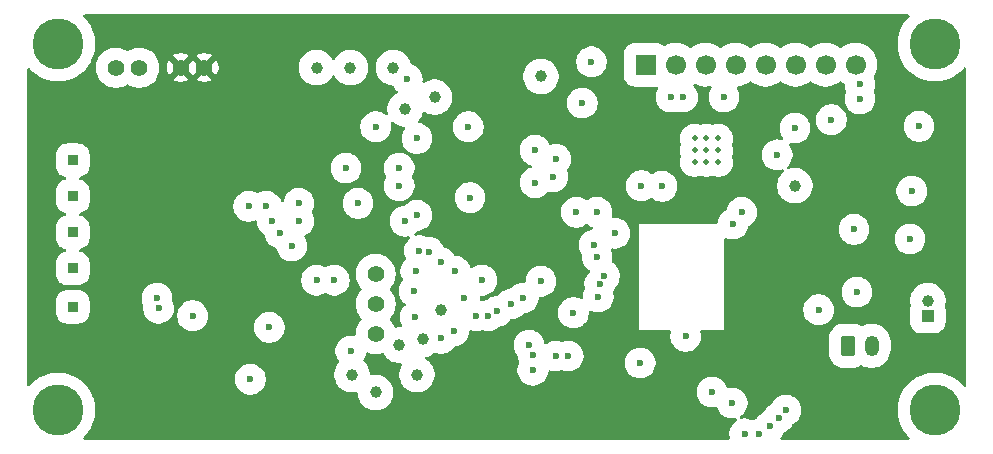
<source format=gbr>
%TF.GenerationSoftware,KiCad,Pcbnew,9.0.6*%
%TF.CreationDate,2026-01-19T17:08:54-06:00*%
%TF.ProjectId,wearable,77656172-6162-46c6-952e-6b696361645f,rev?*%
%TF.SameCoordinates,Original*%
%TF.FileFunction,Copper,L3,Inr*%
%TF.FilePolarity,Positive*%
%FSLAX46Y46*%
G04 Gerber Fmt 4.6, Leading zero omitted, Abs format (unit mm)*
G04 Created by KiCad (PCBNEW 9.0.6) date 2026-01-19 17:08:54*
%MOMM*%
%LPD*%
G01*
G04 APERTURE LIST*
G04 Aperture macros list*
%AMRoundRect*
0 Rectangle with rounded corners*
0 $1 Rounding radius*
0 $2 $3 $4 $5 $6 $7 $8 $9 X,Y pos of 4 corners*
0 Add a 4 corners polygon primitive as box body*
4,1,4,$2,$3,$4,$5,$6,$7,$8,$9,$2,$3,0*
0 Add four circle primitives for the rounded corners*
1,1,$1+$1,$2,$3*
1,1,$1+$1,$4,$5*
1,1,$1+$1,$6,$7*
1,1,$1+$1,$8,$9*
0 Add four rect primitives between the rounded corners*
20,1,$1+$1,$2,$3,$4,$5,0*
20,1,$1+$1,$4,$5,$6,$7,0*
20,1,$1+$1,$6,$7,$8,$9,0*
20,1,$1+$1,$8,$9,$2,$3,0*%
G04 Aperture macros list end*
%TA.AperFunction,ComponentPad*%
%ADD10C,1.000000*%
%TD*%
%TA.AperFunction,ComponentPad*%
%ADD11C,1.400000*%
%TD*%
%TA.AperFunction,ComponentPad*%
%ADD12C,4.318000*%
%TD*%
%TA.AperFunction,ComponentPad*%
%ADD13R,0.850000X0.850000*%
%TD*%
%TA.AperFunction,ComponentPad*%
%ADD14R,1.000000X1.000000*%
%TD*%
%TA.AperFunction,ComponentPad*%
%ADD15R,1.700000X1.700000*%
%TD*%
%TA.AperFunction,ComponentPad*%
%ADD16C,1.700000*%
%TD*%
%TA.AperFunction,ComponentPad*%
%ADD17RoundRect,0.250000X-0.350000X-0.625000X0.350000X-0.625000X0.350000X0.625000X-0.350000X0.625000X0*%
%TD*%
%TA.AperFunction,ComponentPad*%
%ADD18O,1.200000X1.750000*%
%TD*%
%TA.AperFunction,HeatsinkPad*%
%ADD19C,0.500000*%
%TD*%
%TA.AperFunction,ViaPad*%
%ADD20C,0.600000*%
%TD*%
G04 APERTURE END LIST*
D10*
%TO.N,DRDY*%
%TO.C,TP8*%
X142000000Y-91500000D03*
%TD*%
%TO.N,SCK*%
%TO.C,TP14*%
X144500000Y-90500000D03*
%TD*%
D11*
%TO.N,AVDD*%
%TO.C,TP2*%
X123000000Y-88000000D03*
X125000000Y-88000000D03*
%TD*%
D10*
%TO.N,INT_BNO085*%
%TO.C,TP6*%
X139500000Y-115500000D03*
%TD*%
D12*
%TO.N,unconnected-(H4-Hole-Pad1)*%
%TO.C,H4*%
X186850000Y-117000000D03*
%TD*%
D10*
%TO.N,SCL*%
%TO.C,TP15*%
X153500000Y-88750000D03*
%TD*%
D12*
%TO.N,unconnected-(H1-Hole-Pad1)*%
%TO.C,H1*%
X112600000Y-86000000D03*
%TD*%
D10*
%TO.N,RST_ADS1299*%
%TO.C,TP4*%
X137360000Y-88000000D03*
%TD*%
%TO.N,START_ADS1299*%
%TO.C,TP3*%
X134500000Y-88000000D03*
%TD*%
D13*
%TO.N,Net-(E3-Pad1)*%
%TO.C,E3*%
X113850000Y-101950000D03*
%TD*%
D10*
%TO.N,MISO*%
%TO.C,TP11*%
X143000000Y-114000000D03*
%TD*%
%TO.N,CS_ADS1299*%
%TO.C,TP5*%
X137500000Y-114000000D03*
%TD*%
%TO.N,BOOT_BNO085*%
%TO.C,TP10*%
X143500000Y-111000000D03*
%TD*%
%TO.N,MOSI*%
%TO.C,TP9*%
X141500000Y-111500000D03*
%TD*%
%TO.N,SDA*%
%TO.C,TP13*%
X175000000Y-98000000D03*
%TD*%
D13*
%TO.N,Net-(E1-Pad1)*%
%TO.C,E1*%
X113850000Y-95850000D03*
%TD*%
%TO.N,Net-(U1-BIASIN)*%
%TO.C,E5*%
X113850000Y-108250000D03*
%TD*%
D10*
%TO.N,RST_BNO085*%
%TO.C,TP12*%
X145000000Y-108500000D03*
%TD*%
D13*
%TO.N,Net-(E4-Pad1)*%
%TO.C,E4*%
X113850000Y-105000000D03*
%TD*%
D11*
%TO.N,AVSS*%
%TO.C,TP1*%
X117500000Y-88000000D03*
X119500000Y-88000000D03*
%TD*%
D12*
%TO.N,unconnected-(H3-Hole-Pad1)*%
%TO.C,H3*%
X186850000Y-86000000D03*
%TD*%
D14*
%TO.N,AVSS*%
%TO.C,SW1*%
X186250000Y-109000000D03*
D10*
%TO.N,Net-(U4-SHPHLD)*%
X186250000Y-107730000D03*
%TD*%
%TO.N,PWDWN_ADS1299*%
%TO.C,TP7*%
X141000000Y-88000000D03*
%TD*%
D12*
%TO.N,unconnected-(H2-Hole-Pad1)*%
%TO.C,H2*%
X112600000Y-117000000D03*
%TD*%
D15*
%TO.N,unconnected-(J1-Pin_1-Pad1)*%
%TO.C,J1*%
X162350000Y-87750000D03*
D16*
%TO.N,+5V_USB*%
X164890000Y-87750000D03*
%TO.N,unconnected-(J1-Pin_3-Pad3)*%
X167430000Y-87750000D03*
%TO.N,Net-(J1-Pin_4)*%
X169970000Y-87750000D03*
%TO.N,unconnected-(J1-Pin_5-Pad5)*%
X172510000Y-87750000D03*
%TO.N,unconnected-(J1-Pin_6-Pad6)*%
X175050000Y-87750000D03*
%TO.N,unconnected-(J1-Pin_7-Pad7)*%
X177590000Y-87750000D03*
%TO.N,Net-(J1-Pin_8)*%
X180130000Y-87750000D03*
%TD*%
D17*
%TO.N,Net-(BT1-+)*%
%TO.C,BT1*%
X179500000Y-111550000D03*
D18*
%TO.N,AVSS*%
X181500000Y-111550000D03*
%TD*%
D19*
%TO.N,AVSS*%
%TO.C,U4*%
X166500000Y-96000000D03*
X167500000Y-96000000D03*
X168500000Y-96000000D03*
X166500000Y-95000000D03*
X167500000Y-95000000D03*
X168500000Y-95000000D03*
X166500000Y-94000000D03*
X167500000Y-94000000D03*
X168500000Y-94000000D03*
%TD*%
D11*
%TO.N,AVSS*%
%TO.C,IC1*%
X139500000Y-105460000D03*
%TO.N,Net-(U1-VREFP)*%
X139500000Y-108000000D03*
%TO.N,AVSS*%
X139500000Y-110540000D03*
%TD*%
D13*
%TO.N,Net-(E2-Pad1)*%
%TO.C,E2*%
X113850000Y-98900000D03*
%TD*%
D20*
%TO.N,GPIO3*%
X151000000Y-108000000D03*
%TO.N,GPIO4*%
X152000000Y-107500000D03*
%TO.N,AVSS*%
X147350000Y-93000000D03*
X180500000Y-89398000D03*
X157777005Y-87508332D03*
X162000000Y-98000000D03*
X159750000Y-102019880D03*
X128895000Y-114395000D03*
X161900000Y-113000000D03*
X185500000Y-92980000D03*
X134500000Y-106000000D03*
X184900000Y-98449000D03*
X141500000Y-98000000D03*
X158000000Y-103000000D03*
X184750000Y-102500000D03*
X124000000Y-109000000D03*
X154750000Y-95750000D03*
X158250000Y-100250000D03*
X142171000Y-88949000D03*
X141500000Y-96500000D03*
%TO.N,Net-(BT1-+)*%
X169000000Y-90500000D03*
%TO.N,AVDD*%
X124750000Y-101500000D03*
X182660735Y-92009265D03*
X125250000Y-111500000D03*
X126350000Y-104750000D03*
X127540000Y-90540000D03*
X188250000Y-97500000D03*
X127520000Y-113480000D03*
X131000000Y-92600000D03*
X129000000Y-93000000D03*
%TO.N,+3V3*%
X139500000Y-93000000D03*
X146250000Y-105250000D03*
X136000000Y-106000000D03*
X177000000Y-108500000D03*
X158250000Y-104000000D03*
X169750000Y-101250000D03*
X157000000Y-91000000D03*
X180250000Y-107000000D03*
X147500000Y-99000000D03*
%TO.N,+5V3*%
X180000000Y-101700000D03*
X178090000Y-92410000D03*
%TO.N,RESET*%
X165750000Y-110750000D03*
X158877983Y-105616051D03*
%TO.N,INT_BNO085*%
X143992830Y-103604964D03*
X145075735Y-110924265D03*
X154750000Y-112420000D03*
%TO.N,BOOT_BNO085*%
X152812500Y-113625000D03*
X143200681Y-103493142D03*
%TO.N,PWDWN_ADS1299*%
X132400000Y-103100000D03*
%TO.N,RST_BNO085*%
X145000000Y-104500000D03*
X152814500Y-112314500D03*
%TO.N,START_ADS1299*%
X130750000Y-101000000D03*
%TO.N,RST_ADS1299*%
X131400000Y-102000000D03*
%TO.N,MISO*%
X146124265Y-110275736D03*
X138000000Y-99500000D03*
X148500000Y-106000000D03*
%TO.N,MOSI*%
X152500000Y-111500000D03*
X147000000Y-107500000D03*
%TO.N,SCL*%
X167979772Y-115456944D03*
X175000000Y-93121000D03*
X158468289Y-106303186D03*
X169687500Y-116400000D03*
%TO.N,SDA*%
X158341530Y-107425901D03*
X173500000Y-95385000D03*
%TO.N,SCK*%
X142851000Y-109149000D03*
X133000000Y-99500000D03*
X142750000Y-106900000D03*
X142000000Y-101000000D03*
%TO.N,CS_ADS1299*%
X133000000Y-101000000D03*
X155800003Y-112420000D03*
%TO.N,DRDY*%
X137000000Y-96500000D03*
X142900000Y-105242711D03*
X143000000Y-100500000D03*
X143000000Y-94000000D03*
%TO.N,GPIO1*%
X149000000Y-109000000D03*
X172000000Y-119000000D03*
%TO.N,GPIO0*%
X148000000Y-109000000D03*
X170750000Y-119000000D03*
%TO.N,Net-(U2-DECA)*%
X154499460Y-97230281D03*
X153000000Y-97730000D03*
X153000000Y-95000000D03*
X156500000Y-100250000D03*
%TO.N,Net-(J1-Pin_8)*%
X164500000Y-90500000D03*
%TO.N,Net-(J1-Pin_4)*%
X165500000Y-90500000D03*
%TO.N,GPIO3*%
X173625000Y-117625000D03*
%TO.N,GPIO2*%
X149758949Y-108650000D03*
X172875000Y-118375000D03*
%TO.N,GPIO4*%
X174250000Y-117000000D03*
%TO.N,Net-(U1-BIASIN)*%
X121000000Y-107500000D03*
X128750000Y-99750000D03*
%TO.N,Net-(U1-BIASINV)*%
X121125000Y-108375000D03*
X130250000Y-99750000D03*
%TO.N,Net-(U1-VREFP)*%
X137400000Y-112000000D03*
X130500000Y-110000000D03*
%TO.N,Net-(U4-VOUT2)*%
X163750000Y-98050000D03*
X170500000Y-100250000D03*
%TO.N,Net-(U4-SHPHLD)*%
X180500000Y-90650000D03*
%TO.N,+3V3*%
X153500000Y-106080001D03*
%TO.N,AVSS*%
X156250000Y-108750000D03*
%TD*%
%TA.AperFunction,Conductor*%
%TO.N,AVDD*%
G36*
X184648970Y-83520185D02*
G01*
X184694725Y-83572989D01*
X184704669Y-83642147D01*
X184675644Y-83705703D01*
X184669612Y-83712181D01*
X184490431Y-83891361D01*
X184269175Y-84168808D01*
X184080371Y-84469287D01*
X183926410Y-84788991D01*
X183926401Y-84789013D01*
X183809201Y-85123948D01*
X183809197Y-85123960D01*
X183730233Y-85469926D01*
X183730231Y-85469942D01*
X183690500Y-85822561D01*
X183690500Y-86177438D01*
X183730231Y-86530057D01*
X183730233Y-86530073D01*
X183809197Y-86876039D01*
X183809201Y-86876051D01*
X183926401Y-87210986D01*
X183926410Y-87211008D01*
X184080371Y-87530712D01*
X184080375Y-87530718D01*
X184269176Y-87831193D01*
X184403795Y-88000000D01*
X184483101Y-88099447D01*
X184490432Y-88108639D01*
X184741361Y-88359568D01*
X185018807Y-88580824D01*
X185233049Y-88715441D01*
X185319287Y-88769628D01*
X185638991Y-88923589D01*
X185639000Y-88923592D01*
X185639007Y-88923596D01*
X185705268Y-88946782D01*
X185973948Y-89040798D01*
X185973960Y-89040802D01*
X186319930Y-89119767D01*
X186672562Y-89159499D01*
X186672563Y-89159500D01*
X186672566Y-89159500D01*
X187027437Y-89159500D01*
X187027437Y-89159499D01*
X187380070Y-89119767D01*
X187726040Y-89040802D01*
X188060993Y-88923596D01*
X188112851Y-88898623D01*
X188380712Y-88769628D01*
X188380712Y-88769627D01*
X188380718Y-88769625D01*
X188681193Y-88580824D01*
X188958639Y-88359568D01*
X189209568Y-88108639D01*
X189216899Y-88099447D01*
X189278553Y-88022135D01*
X189335741Y-87981994D01*
X189405552Y-87979144D01*
X189465822Y-88014489D01*
X189497416Y-88076808D01*
X189499500Y-88099447D01*
X189499500Y-114900552D01*
X189479815Y-114967591D01*
X189427011Y-115013346D01*
X189357853Y-115023290D01*
X189294297Y-114994265D01*
X189278553Y-114977865D01*
X189209568Y-114891361D01*
X188958638Y-114640431D01*
X188877834Y-114575992D01*
X188681193Y-114419176D01*
X188441357Y-114268477D01*
X188380712Y-114230371D01*
X188061008Y-114076410D01*
X188060986Y-114076401D01*
X187726051Y-113959201D01*
X187726039Y-113959197D01*
X187380073Y-113880233D01*
X187380057Y-113880231D01*
X187027438Y-113840500D01*
X187027434Y-113840500D01*
X186672566Y-113840500D01*
X186672561Y-113840500D01*
X186319942Y-113880231D01*
X186319926Y-113880233D01*
X185973960Y-113959197D01*
X185973948Y-113959201D01*
X185639013Y-114076401D01*
X185638991Y-114076410D01*
X185319287Y-114230371D01*
X185018808Y-114419175D01*
X184741361Y-114640431D01*
X184490431Y-114891361D01*
X184269175Y-115168808D01*
X184080371Y-115469287D01*
X183926410Y-115788991D01*
X183926401Y-115789013D01*
X183809201Y-116123948D01*
X183809197Y-116123960D01*
X183730233Y-116469926D01*
X183730231Y-116469942D01*
X183690500Y-116822561D01*
X183690500Y-117177438D01*
X183730231Y-117530057D01*
X183730233Y-117530073D01*
X183809197Y-117876039D01*
X183809201Y-117876051D01*
X183926401Y-118210986D01*
X183926410Y-118211008D01*
X184080371Y-118530712D01*
X184080375Y-118530718D01*
X184269176Y-118831193D01*
X184387163Y-118979144D01*
X184490431Y-119108638D01*
X184669612Y-119287819D01*
X184703097Y-119349142D01*
X184698113Y-119418834D01*
X184656241Y-119474767D01*
X184590777Y-119499184D01*
X184581931Y-119499500D01*
X173889047Y-119499500D01*
X173822008Y-119479815D01*
X173776253Y-119427011D01*
X173766309Y-119357853D01*
X173795334Y-119294297D01*
X173801366Y-119287819D01*
X173866966Y-119222219D01*
X173866968Y-119222215D01*
X173866971Y-119222213D01*
X173987284Y-119056614D01*
X173987283Y-119056614D01*
X173987287Y-119056610D01*
X174076780Y-118880969D01*
X174124755Y-118830174D01*
X174130970Y-118826780D01*
X174306610Y-118737287D01*
X174364174Y-118695465D01*
X174472213Y-118616971D01*
X174472215Y-118616968D01*
X174472219Y-118616966D01*
X174616966Y-118472219D01*
X174737287Y-118306610D01*
X174784587Y-118213774D01*
X174832559Y-118162981D01*
X174838740Y-118159605D01*
X174931610Y-118112287D01*
X175097219Y-117991966D01*
X175241966Y-117847219D01*
X175241968Y-117847215D01*
X175241971Y-117847213D01*
X175326621Y-117730700D01*
X175362287Y-117681610D01*
X175455220Y-117499219D01*
X175518477Y-117304534D01*
X175550500Y-117102352D01*
X175550500Y-116897648D01*
X175532396Y-116783343D01*
X175518477Y-116695465D01*
X175455218Y-116500776D01*
X175409588Y-116411223D01*
X175362287Y-116318390D01*
X175339069Y-116286433D01*
X175241971Y-116152786D01*
X175097213Y-116008028D01*
X174931613Y-115887715D01*
X174931612Y-115887714D01*
X174931610Y-115887713D01*
X174860279Y-115851368D01*
X174749223Y-115794781D01*
X174554534Y-115731522D01*
X174379995Y-115703878D01*
X174352352Y-115699500D01*
X174147648Y-115699500D01*
X174123329Y-115703351D01*
X173945465Y-115731522D01*
X173750776Y-115794781D01*
X173568386Y-115887715D01*
X173402786Y-116008028D01*
X173258028Y-116152786D01*
X173137713Y-116318388D01*
X173090411Y-116411223D01*
X173042437Y-116462018D01*
X173036223Y-116465411D01*
X172943388Y-116512713D01*
X172777786Y-116633028D01*
X172633028Y-116777786D01*
X172512715Y-116943385D01*
X172423220Y-117119030D01*
X172375245Y-117169826D01*
X172369035Y-117173217D01*
X172324075Y-117196125D01*
X172193385Y-117262715D01*
X172027786Y-117383028D01*
X171883034Y-117527780D01*
X171826773Y-117605218D01*
X171771270Y-117681613D01*
X171770252Y-117683014D01*
X171714922Y-117725680D01*
X171698893Y-117730700D01*
X171695468Y-117731522D01*
X171500780Y-117794779D01*
X171431294Y-117830184D01*
X171362625Y-117843080D01*
X171318706Y-117830184D01*
X171249219Y-117794779D01*
X171054536Y-117731523D01*
X170919746Y-117710174D01*
X170852352Y-117699500D01*
X170647648Y-117699500D01*
X170472090Y-117727305D01*
X170402797Y-117718350D01*
X170349345Y-117673354D01*
X170328706Y-117606602D01*
X170347431Y-117539289D01*
X170379806Y-117504515D01*
X170534719Y-117391966D01*
X170679466Y-117247219D01*
X170679468Y-117247215D01*
X170679471Y-117247213D01*
X170784717Y-117102352D01*
X170799787Y-117081610D01*
X170892720Y-116899219D01*
X170955977Y-116704534D01*
X170988000Y-116502352D01*
X170988000Y-116297648D01*
X170955977Y-116095466D01*
X170892720Y-115900781D01*
X170892718Y-115900778D01*
X170892718Y-115900776D01*
X170838710Y-115794781D01*
X170799787Y-115718390D01*
X170759891Y-115663477D01*
X170679471Y-115552786D01*
X170534713Y-115408028D01*
X170369113Y-115287715D01*
X170369112Y-115287714D01*
X170369110Y-115287713D01*
X170312153Y-115258691D01*
X170186723Y-115194781D01*
X169992034Y-115131522D01*
X169817495Y-115103878D01*
X169789852Y-115099500D01*
X169585148Y-115099500D01*
X169517754Y-115110174D01*
X169382964Y-115131523D01*
X169382960Y-115131524D01*
X169372902Y-115134792D01*
X169303061Y-115136785D01*
X169243229Y-115100704D01*
X169216656Y-115055178D01*
X169203064Y-115013346D01*
X169184992Y-114957725D01*
X169092059Y-114775334D01*
X169084328Y-114764693D01*
X168971743Y-114609730D01*
X168826985Y-114464972D01*
X168661385Y-114344659D01*
X168661384Y-114344658D01*
X168661382Y-114344657D01*
X168586711Y-114306610D01*
X168478995Y-114251725D01*
X168284306Y-114188466D01*
X168109767Y-114160822D01*
X168082124Y-114156444D01*
X167877420Y-114156444D01*
X167853101Y-114160295D01*
X167675237Y-114188466D01*
X167480548Y-114251725D01*
X167298158Y-114344659D01*
X167132558Y-114464972D01*
X166987800Y-114609730D01*
X166867487Y-114775330D01*
X166774553Y-114957720D01*
X166711294Y-115152409D01*
X166679272Y-115354592D01*
X166679272Y-115559295D01*
X166711294Y-115761478D01*
X166774553Y-115956167D01*
X166867487Y-116138557D01*
X166987800Y-116304157D01*
X167132558Y-116448915D01*
X167287521Y-116561500D01*
X167298162Y-116569231D01*
X167414379Y-116628447D01*
X167480548Y-116662162D01*
X167480550Y-116662162D01*
X167480553Y-116662164D01*
X167543966Y-116682768D01*
X167675237Y-116725421D01*
X167776329Y-116741432D01*
X167877420Y-116757444D01*
X167877421Y-116757444D01*
X168082123Y-116757444D01*
X168082124Y-116757444D01*
X168284306Y-116725421D01*
X168294364Y-116722152D01*
X168364200Y-116720154D01*
X168424035Y-116756231D01*
X168450614Y-116801763D01*
X168482280Y-116899219D01*
X168533885Y-117000500D01*
X168575215Y-117081613D01*
X168695528Y-117247213D01*
X168840286Y-117391971D01*
X168987903Y-117499219D01*
X169005890Y-117512287D01*
X169122107Y-117571503D01*
X169188276Y-117605218D01*
X169188278Y-117605218D01*
X169188281Y-117605220D01*
X169292637Y-117639127D01*
X169382965Y-117668477D01*
X169484057Y-117684488D01*
X169585148Y-117700500D01*
X169585149Y-117700500D01*
X169789851Y-117700500D01*
X169789852Y-117700500D01*
X169965408Y-117672694D01*
X170034701Y-117681648D01*
X170088153Y-117726645D01*
X170108793Y-117793396D01*
X170090068Y-117860710D01*
X170057691Y-117895485D01*
X169902787Y-118008028D01*
X169902782Y-118008032D01*
X169758028Y-118152786D01*
X169637715Y-118318386D01*
X169544781Y-118500776D01*
X169481522Y-118695465D01*
X169449500Y-118897648D01*
X169449500Y-119102351D01*
X169481523Y-119304535D01*
X169481524Y-119304542D01*
X169492130Y-119337183D01*
X169494125Y-119407024D01*
X169458044Y-119466857D01*
X169395343Y-119497684D01*
X169374199Y-119499500D01*
X114868069Y-119499500D01*
X114801030Y-119479815D01*
X114755275Y-119427011D01*
X114745331Y-119357853D01*
X114774356Y-119294297D01*
X114780388Y-119287819D01*
X114845994Y-119222213D01*
X114959568Y-119108639D01*
X115180824Y-118831193D01*
X115369625Y-118530718D01*
X115397797Y-118472219D01*
X115523589Y-118211008D01*
X115523590Y-118211004D01*
X115523596Y-118210993D01*
X115640802Y-117876040D01*
X115719767Y-117530070D01*
X115759500Y-117177434D01*
X115759500Y-116822566D01*
X115719767Y-116469930D01*
X115640802Y-116123960D01*
X115630831Y-116095466D01*
X115523598Y-115789013D01*
X115523589Y-115788991D01*
X115369628Y-115469287D01*
X115331140Y-115408034D01*
X115180824Y-115168807D01*
X114959568Y-114891361D01*
X114708639Y-114640432D01*
X114431193Y-114419176D01*
X114229825Y-114292648D01*
X127594500Y-114292648D01*
X127594500Y-114497351D01*
X127626522Y-114699534D01*
X127689781Y-114894223D01*
X127782715Y-115076613D01*
X127903028Y-115242213D01*
X128047786Y-115386971D01*
X128202749Y-115499556D01*
X128213390Y-115507287D01*
X128315463Y-115559296D01*
X128395776Y-115600218D01*
X128395778Y-115600218D01*
X128395781Y-115600220D01*
X128450801Y-115618097D01*
X128590465Y-115663477D01*
X128691557Y-115679488D01*
X128792648Y-115695500D01*
X128792649Y-115695500D01*
X128997351Y-115695500D01*
X128997352Y-115695500D01*
X129199534Y-115663477D01*
X129394219Y-115600220D01*
X129576610Y-115507287D01*
X129703054Y-115415421D01*
X129742213Y-115386971D01*
X129742215Y-115386968D01*
X129742219Y-115386966D01*
X129886966Y-115242219D01*
X129886968Y-115242215D01*
X129886971Y-115242213D01*
X129940302Y-115168808D01*
X130007287Y-115076610D01*
X130100220Y-114894219D01*
X130163477Y-114699534D01*
X130195500Y-114497352D01*
X130195500Y-114292648D01*
X130168823Y-114124219D01*
X130163477Y-114090465D01*
X130149299Y-114046830D01*
X130100220Y-113895781D01*
X130093148Y-113881902D01*
X135999500Y-113881902D01*
X135999500Y-114118097D01*
X136036446Y-114351368D01*
X136109433Y-114575996D01*
X136179529Y-114713566D01*
X136216657Y-114786433D01*
X136355483Y-114977510D01*
X136522490Y-115144517D01*
X136713567Y-115283343D01*
X136722144Y-115287713D01*
X136924003Y-115390566D01*
X136924005Y-115390566D01*
X136924008Y-115390568D01*
X137044412Y-115429689D01*
X137148631Y-115463553D01*
X137381903Y-115500500D01*
X137381908Y-115500500D01*
X137618097Y-115500500D01*
X137805483Y-115470820D01*
X137851368Y-115463553D01*
X137851369Y-115463552D01*
X137856102Y-115462803D01*
X137925395Y-115471757D01*
X137978847Y-115516753D01*
X137999487Y-115583505D01*
X137999500Y-115585276D01*
X137999500Y-115618097D01*
X138036446Y-115851368D01*
X138109433Y-116075996D01*
X138148560Y-116152786D01*
X138216657Y-116286433D01*
X138355483Y-116477510D01*
X138522490Y-116644517D01*
X138713567Y-116783343D01*
X138790537Y-116822561D01*
X138924003Y-116890566D01*
X138924005Y-116890566D01*
X138924008Y-116890568D01*
X139044412Y-116929689D01*
X139148631Y-116963553D01*
X139381903Y-117000500D01*
X139381908Y-117000500D01*
X139618097Y-117000500D01*
X139851368Y-116963553D01*
X139913423Y-116943390D01*
X140075992Y-116890568D01*
X140286433Y-116783343D01*
X140477510Y-116644517D01*
X140644517Y-116477510D01*
X140783343Y-116286433D01*
X140890568Y-116075992D01*
X140963553Y-115851368D01*
X141000500Y-115618097D01*
X141000500Y-115381902D01*
X140963553Y-115148631D01*
X140908067Y-114977865D01*
X140890568Y-114924008D01*
X140890566Y-114924005D01*
X140890566Y-114924003D01*
X140783342Y-114713566D01*
X140773147Y-114699534D01*
X140644517Y-114522490D01*
X140477510Y-114355483D01*
X140286433Y-114216657D01*
X140263983Y-114205218D01*
X140075996Y-114109433D01*
X139851368Y-114036446D01*
X139618097Y-113999500D01*
X139618092Y-113999500D01*
X139381908Y-113999500D01*
X139381903Y-113999500D01*
X139143898Y-114037196D01*
X139074604Y-114028241D01*
X139021152Y-113983245D01*
X139000513Y-113916494D01*
X139000500Y-113914723D01*
X139000500Y-113881902D01*
X138963553Y-113648631D01*
X138915007Y-113499223D01*
X138890568Y-113424008D01*
X138890566Y-113424005D01*
X138890566Y-113424003D01*
X138818576Y-113282715D01*
X138783343Y-113213567D01*
X138644517Y-113022490D01*
X138499372Y-112877345D01*
X138465887Y-112816022D01*
X138470871Y-112746330D01*
X138486734Y-112716780D01*
X138512287Y-112681610D01*
X138605220Y-112499219D01*
X138668477Y-112304534D01*
X138683757Y-112208057D01*
X138713686Y-112144924D01*
X138772997Y-112107992D01*
X138842860Y-112108990D01*
X138853683Y-112112895D01*
X138931007Y-112144924D01*
X138952219Y-112153710D01*
X139167537Y-112211404D01*
X139388543Y-112240500D01*
X139388550Y-112240500D01*
X139611450Y-112240500D01*
X139611457Y-112240500D01*
X139832463Y-112211404D01*
X140039879Y-112155827D01*
X140109726Y-112157490D01*
X140167589Y-112196652D01*
X140182453Y-112219304D01*
X140216657Y-112286433D01*
X140355483Y-112477510D01*
X140522490Y-112644517D01*
X140713567Y-112783343D01*
X140810275Y-112832618D01*
X140924003Y-112890566D01*
X140924005Y-112890566D01*
X140924008Y-112890568D01*
X141012193Y-112919221D01*
X141148631Y-112963553D01*
X141381903Y-113000500D01*
X141381908Y-113000500D01*
X141618090Y-113000500D01*
X141618092Y-113000500D01*
X141618093Y-113000499D01*
X141618661Y-113000455D01*
X141618875Y-113000500D01*
X141622964Y-113000500D01*
X141622964Y-113001358D01*
X141687040Y-113014810D01*
X141736803Y-113063855D01*
X141752151Y-113132018D01*
X141728726Y-113196953D01*
X141716659Y-113213561D01*
X141609433Y-113424003D01*
X141536446Y-113648631D01*
X141499500Y-113881902D01*
X141499500Y-114118097D01*
X141536446Y-114351368D01*
X141609433Y-114575996D01*
X141679529Y-114713566D01*
X141716657Y-114786433D01*
X141855483Y-114977510D01*
X142022490Y-115144517D01*
X142213567Y-115283343D01*
X142222144Y-115287713D01*
X142424003Y-115390566D01*
X142424005Y-115390566D01*
X142424008Y-115390568D01*
X142544412Y-115429689D01*
X142648631Y-115463553D01*
X142881903Y-115500500D01*
X142881908Y-115500500D01*
X143118097Y-115500500D01*
X143351368Y-115463553D01*
X143353676Y-115462803D01*
X143575992Y-115390568D01*
X143786433Y-115283343D01*
X143977510Y-115144517D01*
X144144517Y-114977510D01*
X144283343Y-114786433D01*
X144390568Y-114575992D01*
X144463553Y-114351368D01*
X144464616Y-114344657D01*
X144500500Y-114118097D01*
X144500500Y-113881902D01*
X144463553Y-113648631D01*
X144415007Y-113499223D01*
X144390568Y-113424008D01*
X144390566Y-113424005D01*
X144390566Y-113424003D01*
X144318576Y-113282715D01*
X144283343Y-113213567D01*
X144144517Y-113022490D01*
X143977510Y-112855483D01*
X143786433Y-112716657D01*
X143762919Y-112704676D01*
X143712123Y-112656701D01*
X143695328Y-112588880D01*
X143717866Y-112522745D01*
X143772581Y-112479294D01*
X143799817Y-112471718D01*
X143827762Y-112467291D01*
X143851368Y-112463553D01*
X144075992Y-112390568D01*
X144286433Y-112283343D01*
X144471289Y-112149036D01*
X144537091Y-112125558D01*
X144582484Y-112131424D01*
X144727260Y-112178464D01*
X144771200Y-112192742D01*
X144867907Y-112208059D01*
X144973383Y-112224765D01*
X144973384Y-112224765D01*
X145178086Y-112224765D01*
X145178087Y-112224765D01*
X145380269Y-112192742D01*
X145574954Y-112129485D01*
X145757345Y-112036552D01*
X145869293Y-111955218D01*
X145922948Y-111916236D01*
X145922950Y-111916233D01*
X145922954Y-111916231D01*
X146067701Y-111771484D01*
X146177149Y-111620840D01*
X146232477Y-111578176D01*
X146258062Y-111571255D01*
X146428799Y-111544213D01*
X146623484Y-111480956D01*
X146786985Y-111397648D01*
X151199500Y-111397648D01*
X151199500Y-111602351D01*
X151231522Y-111804534D01*
X151294781Y-111999223D01*
X151330032Y-112068405D01*
X151373026Y-112152786D01*
X151387715Y-112181613D01*
X151490318Y-112322836D01*
X151513798Y-112388643D01*
X151514000Y-112395721D01*
X151514000Y-112416852D01*
X151527090Y-112499500D01*
X151546023Y-112619035D01*
X151546023Y-112619038D01*
X151609279Y-112813718D01*
X151609279Y-112813719D01*
X151659097Y-112911493D01*
X151671993Y-112980162D01*
X151659097Y-113024081D01*
X151607279Y-113125781D01*
X151607279Y-113125782D01*
X151544023Y-113320461D01*
X151544023Y-113320464D01*
X151512000Y-113522648D01*
X151512000Y-113727351D01*
X151544022Y-113929534D01*
X151607281Y-114124223D01*
X151700215Y-114306613D01*
X151820528Y-114472213D01*
X151965286Y-114616971D01*
X152098242Y-114713567D01*
X152130890Y-114737287D01*
X152247107Y-114796503D01*
X152313276Y-114830218D01*
X152313278Y-114830218D01*
X152313281Y-114830220D01*
X152406449Y-114860492D01*
X152507965Y-114893477D01*
X152552635Y-114900552D01*
X152710148Y-114925500D01*
X152710149Y-114925500D01*
X152914851Y-114925500D01*
X152914852Y-114925500D01*
X153117034Y-114893477D01*
X153311719Y-114830220D01*
X153494110Y-114737287D01*
X153627422Y-114640431D01*
X153659713Y-114616971D01*
X153659715Y-114616968D01*
X153659719Y-114616966D01*
X153804466Y-114472219D01*
X153804468Y-114472215D01*
X153804471Y-114472213D01*
X153862189Y-114392770D01*
X153924787Y-114306610D01*
X154017720Y-114124219D01*
X154080977Y-113929534D01*
X154112416Y-113731037D01*
X154142344Y-113667905D01*
X154201655Y-113630973D01*
X154271518Y-113631971D01*
X154273127Y-113632480D01*
X154382152Y-113667905D01*
X154445465Y-113688477D01*
X154546557Y-113704488D01*
X154647648Y-113720500D01*
X154647649Y-113720500D01*
X154852351Y-113720500D01*
X154852352Y-113720500D01*
X155054534Y-113688477D01*
X155236683Y-113629292D01*
X155306522Y-113627298D01*
X155313318Y-113629293D01*
X155474344Y-113681613D01*
X155495469Y-113688477D01*
X155697651Y-113720500D01*
X155697652Y-113720500D01*
X155902354Y-113720500D01*
X155902355Y-113720500D01*
X156104537Y-113688477D01*
X156299222Y-113625220D01*
X156481613Y-113532287D01*
X156574593Y-113464732D01*
X156647216Y-113411971D01*
X156647218Y-113411968D01*
X156647222Y-113411966D01*
X156791969Y-113267219D01*
X156791971Y-113267215D01*
X156791974Y-113267213D01*
X156845262Y-113193867D01*
X156912290Y-113101610D01*
X157005223Y-112919219D01*
X157012232Y-112897648D01*
X160599500Y-112897648D01*
X160599500Y-113102351D01*
X160631522Y-113304534D01*
X160694781Y-113499223D01*
X160752287Y-113612083D01*
X160770909Y-113648631D01*
X160787715Y-113681613D01*
X160908028Y-113847213D01*
X161052786Y-113991971D01*
X161207749Y-114104556D01*
X161218390Y-114112287D01*
X161305053Y-114156444D01*
X161400776Y-114205218D01*
X161400778Y-114205218D01*
X161400781Y-114205220D01*
X161478188Y-114230371D01*
X161595465Y-114268477D01*
X161696557Y-114284488D01*
X161797648Y-114300500D01*
X161797649Y-114300500D01*
X162002351Y-114300500D01*
X162002352Y-114300500D01*
X162204534Y-114268477D01*
X162399219Y-114205220D01*
X162581610Y-114112287D01*
X162685997Y-114036446D01*
X162747213Y-113991971D01*
X162747215Y-113991968D01*
X162747219Y-113991966D01*
X162891966Y-113847219D01*
X162891968Y-113847215D01*
X162891971Y-113847213D01*
X162976374Y-113731040D01*
X163012287Y-113681610D01*
X163105220Y-113499219D01*
X163168477Y-113304534D01*
X163200500Y-113102352D01*
X163200500Y-112897648D01*
X163182396Y-112783343D01*
X163168477Y-112695465D01*
X163126669Y-112566794D01*
X163105220Y-112500781D01*
X163105218Y-112500778D01*
X163105218Y-112500776D01*
X163051689Y-112395721D01*
X163012287Y-112318390D01*
X162986824Y-112283343D01*
X162891971Y-112152786D01*
X162747213Y-112008028D01*
X162581613Y-111887715D01*
X162581612Y-111887714D01*
X162581610Y-111887713D01*
X162524653Y-111858691D01*
X162399223Y-111794781D01*
X162204534Y-111731522D01*
X162029995Y-111703878D01*
X162002352Y-111699500D01*
X161797648Y-111699500D01*
X161773329Y-111703351D01*
X161595465Y-111731522D01*
X161400776Y-111794781D01*
X161218386Y-111887715D01*
X161052786Y-112008028D01*
X160908028Y-112152786D01*
X160787715Y-112318386D01*
X160694781Y-112500776D01*
X160631522Y-112695465D01*
X160599500Y-112897648D01*
X157012232Y-112897648D01*
X157068480Y-112724534D01*
X157100503Y-112522352D01*
X157100503Y-112317648D01*
X157088284Y-112240500D01*
X157068480Y-112115465D01*
X157005221Y-111920776D01*
X156945992Y-111804534D01*
X156912290Y-111738390D01*
X156881104Y-111695466D01*
X156791974Y-111572786D01*
X156647216Y-111428028D01*
X156481616Y-111307715D01*
X156481615Y-111307714D01*
X156481613Y-111307713D01*
X156403087Y-111267702D01*
X156299226Y-111214781D01*
X156104537Y-111151522D01*
X155929998Y-111123878D01*
X155902355Y-111119500D01*
X155697651Y-111119500D01*
X155630257Y-111130174D01*
X155495467Y-111151523D01*
X155495464Y-111151523D01*
X155313319Y-111210706D01*
X155243478Y-111212701D01*
X155236683Y-111210706D01*
X155054537Y-111151523D01*
X154902897Y-111127505D01*
X154852352Y-111119500D01*
X154647648Y-111119500D01*
X154625872Y-111122949D01*
X154445465Y-111151522D01*
X154250776Y-111214781D01*
X154068390Y-111307712D01*
X153979074Y-111372604D01*
X153913267Y-111396083D01*
X153845213Y-111380257D01*
X153796519Y-111330151D01*
X153783716Y-111291682D01*
X153779918Y-111267705D01*
X153768477Y-111195466D01*
X153754609Y-111152786D01*
X153722685Y-111054534D01*
X153705220Y-111000781D01*
X153705218Y-111000778D01*
X153705218Y-111000776D01*
X153647610Y-110887715D01*
X153612287Y-110818390D01*
X153595134Y-110794781D01*
X153491971Y-110652786D01*
X153347213Y-110508028D01*
X153181613Y-110387715D01*
X153181612Y-110387714D01*
X153181610Y-110387713D01*
X153109934Y-110351192D01*
X152999223Y-110294781D01*
X152804534Y-110231522D01*
X152629995Y-110203878D01*
X152602352Y-110199500D01*
X152397648Y-110199500D01*
X152373329Y-110203351D01*
X152195465Y-110231522D01*
X152000776Y-110294781D01*
X151818386Y-110387715D01*
X151652786Y-110508028D01*
X151508028Y-110652786D01*
X151387715Y-110818386D01*
X151294781Y-111000776D01*
X151231522Y-111195465D01*
X151199500Y-111397648D01*
X146786985Y-111397648D01*
X146805875Y-111388023D01*
X146885530Y-111330151D01*
X146937411Y-111292458D01*
X146937412Y-111292457D01*
X146971480Y-111267705D01*
X146971480Y-111267704D01*
X146971484Y-111267702D01*
X147116231Y-111122955D01*
X147116233Y-111122951D01*
X147116236Y-111122949D01*
X147199725Y-111008034D01*
X147236552Y-110957346D01*
X147329485Y-110774955D01*
X147392742Y-110580270D01*
X147424765Y-110378088D01*
X147424765Y-110351192D01*
X147444450Y-110284153D01*
X147497254Y-110238398D01*
X147566412Y-110228454D01*
X147587078Y-110233259D01*
X147644324Y-110251860D01*
X147695465Y-110268477D01*
X147794439Y-110284153D01*
X147897648Y-110300500D01*
X147897649Y-110300500D01*
X148102351Y-110300500D01*
X148102352Y-110300500D01*
X148304534Y-110268477D01*
X148461683Y-110217415D01*
X148531522Y-110215421D01*
X148538292Y-110217408D01*
X148644324Y-110251860D01*
X148695465Y-110268477D01*
X148794439Y-110284153D01*
X148897648Y-110300500D01*
X148897649Y-110300500D01*
X149102351Y-110300500D01*
X149102352Y-110300500D01*
X149304534Y-110268477D01*
X149499219Y-110205220D01*
X149681610Y-110112287D01*
X149847219Y-109991966D01*
X149865346Y-109973838D01*
X149926666Y-109940351D01*
X149933628Y-109939043D01*
X150063483Y-109918477D01*
X150258168Y-109855220D01*
X150440559Y-109762287D01*
X150547067Y-109684905D01*
X150606162Y-109641971D01*
X150606164Y-109641968D01*
X150606168Y-109641966D01*
X150750915Y-109497219D01*
X150856702Y-109351613D01*
X150912031Y-109308949D01*
X150957020Y-109300500D01*
X151102351Y-109300500D01*
X151102352Y-109300500D01*
X151304534Y-109268477D01*
X151499219Y-109205220D01*
X151681610Y-109112287D01*
X151774590Y-109044732D01*
X151847213Y-108991971D01*
X151847215Y-108991968D01*
X151847219Y-108991966D01*
X151991966Y-108847219D01*
X151991972Y-108847210D01*
X151994748Y-108843962D01*
X152053258Y-108805773D01*
X152089033Y-108800500D01*
X152102351Y-108800500D01*
X152102352Y-108800500D01*
X152304534Y-108768477D01*
X152499219Y-108705220D01*
X152612210Y-108647648D01*
X154949500Y-108647648D01*
X154949500Y-108852352D01*
X154949833Y-108854455D01*
X154981522Y-109054534D01*
X155044781Y-109249223D01*
X155096953Y-109351615D01*
X155129951Y-109416377D01*
X155137715Y-109431613D01*
X155258028Y-109597213D01*
X155402786Y-109741971D01*
X155557749Y-109854556D01*
X155568390Y-109862287D01*
X155678669Y-109918477D01*
X155750776Y-109955218D01*
X155750778Y-109955218D01*
X155750781Y-109955220D01*
X155855137Y-109989127D01*
X155945465Y-110018477D01*
X156046557Y-110034488D01*
X156147648Y-110050500D01*
X156147649Y-110050500D01*
X156352351Y-110050500D01*
X156352352Y-110050500D01*
X156554534Y-110018477D01*
X156749219Y-109955220D01*
X156931610Y-109862287D01*
X157036235Y-109786273D01*
X157097213Y-109741971D01*
X157097215Y-109741968D01*
X157097219Y-109741966D01*
X157241966Y-109597219D01*
X157241968Y-109597215D01*
X157241971Y-109597213D01*
X157294732Y-109524590D01*
X157362287Y-109431610D01*
X157455220Y-109249219D01*
X157518477Y-109054534D01*
X157550500Y-108852352D01*
X157550500Y-108684785D01*
X157570185Y-108617746D01*
X157622989Y-108571991D01*
X157692147Y-108562047D01*
X157730796Y-108574301D01*
X157842304Y-108631118D01*
X157842307Y-108631118D01*
X157842311Y-108631121D01*
X157976775Y-108674811D01*
X158036995Y-108694378D01*
X158138087Y-108710389D01*
X158239178Y-108726401D01*
X158239179Y-108726401D01*
X158443881Y-108726401D01*
X158443882Y-108726401D01*
X158646064Y-108694378D01*
X158840749Y-108631121D01*
X159023140Y-108538188D01*
X159150762Y-108445466D01*
X159188743Y-108417872D01*
X159188745Y-108417869D01*
X159188749Y-108417867D01*
X159333496Y-108273120D01*
X159333498Y-108273116D01*
X159333501Y-108273114D01*
X159399981Y-108181610D01*
X159453817Y-108107511D01*
X159546750Y-107925120D01*
X159610007Y-107730435D01*
X159642030Y-107528253D01*
X159642030Y-107323549D01*
X159610007Y-107121367D01*
X159587321Y-107051549D01*
X159585327Y-106981713D01*
X159594766Y-106956945D01*
X159673509Y-106802405D01*
X159732990Y-106619340D01*
X159763238Y-106569980D01*
X159869949Y-106463270D01*
X159990270Y-106297661D01*
X160083203Y-106115270D01*
X160146460Y-105920585D01*
X160178483Y-105718403D01*
X160178483Y-105513699D01*
X160173625Y-105483028D01*
X160146460Y-105311516D01*
X160094885Y-105152786D01*
X160083203Y-105116832D01*
X160083201Y-105116829D01*
X160083201Y-105116827D01*
X160049486Y-105050658D01*
X159990270Y-104934441D01*
X159956322Y-104887715D01*
X159869954Y-104768837D01*
X159725196Y-104624079D01*
X159559593Y-104503763D01*
X159555441Y-104501219D01*
X159556568Y-104499379D01*
X159512317Y-104457550D01*
X159495551Y-104389721D01*
X159501501Y-104356777D01*
X159518477Y-104304534D01*
X159550500Y-104102352D01*
X159550500Y-103897648D01*
X159518477Y-103695466D01*
X159513974Y-103681608D01*
X159479173Y-103574500D01*
X159455220Y-103500781D01*
X159455218Y-103500778D01*
X159455218Y-103500776D01*
X159448824Y-103488228D01*
X159435928Y-103419559D01*
X159462204Y-103354819D01*
X159519310Y-103314561D01*
X159578704Y-103309460D01*
X159647648Y-103320380D01*
X159647650Y-103320380D01*
X159852351Y-103320380D01*
X159852352Y-103320380D01*
X160054534Y-103288357D01*
X160249219Y-103225100D01*
X160431610Y-103132167D01*
X160524590Y-103064612D01*
X160597213Y-103011851D01*
X160597215Y-103011848D01*
X160597219Y-103011846D01*
X160741966Y-102867099D01*
X160741968Y-102867095D01*
X160741971Y-102867093D01*
X160821412Y-102757750D01*
X160862287Y-102701490D01*
X160955220Y-102519099D01*
X161018477Y-102324414D01*
X161050500Y-102122232D01*
X161050500Y-101917528D01*
X161034797Y-101818386D01*
X161018477Y-101715345D01*
X160984990Y-101612284D01*
X160955220Y-101520661D01*
X160955218Y-101520658D01*
X160955218Y-101520656D01*
X160909758Y-101431437D01*
X160862287Y-101338270D01*
X160816127Y-101274736D01*
X160791429Y-101240741D01*
X160791426Y-101240738D01*
X160784730Y-101231522D01*
X160775789Y-101219215D01*
X161765392Y-101219215D01*
X161765392Y-110219215D01*
X164384365Y-110219215D01*
X164451404Y-110238900D01*
X164497159Y-110291704D01*
X164507103Y-110360862D01*
X164502296Y-110381531D01*
X164499211Y-110391027D01*
X164481522Y-110445465D01*
X164449500Y-110647648D01*
X164449500Y-110852352D01*
X164450835Y-110860783D01*
X164481522Y-111054534D01*
X164544781Y-111249223D01*
X164574584Y-111307713D01*
X164620408Y-111397648D01*
X164637715Y-111431613D01*
X164758028Y-111597213D01*
X164902786Y-111741971D01*
X165057749Y-111854556D01*
X165068390Y-111862287D01*
X165174261Y-111916231D01*
X165250776Y-111955218D01*
X165250778Y-111955218D01*
X165250781Y-111955220D01*
X165355137Y-111989127D01*
X165445465Y-112018477D01*
X165546557Y-112034488D01*
X165647648Y-112050500D01*
X165647649Y-112050500D01*
X165852351Y-112050500D01*
X165852352Y-112050500D01*
X166054534Y-112018477D01*
X166249219Y-111955220D01*
X166431610Y-111862287D01*
X166556591Y-111771484D01*
X166597213Y-111741971D01*
X166597215Y-111741968D01*
X166597219Y-111741966D01*
X166741966Y-111597219D01*
X166741968Y-111597215D01*
X166741971Y-111597213D01*
X166826435Y-111480956D01*
X166862287Y-111431610D01*
X166955220Y-111249219D01*
X167018477Y-111054534D01*
X167049166Y-110860777D01*
X177899500Y-110860777D01*
X177899500Y-112239208D01*
X177899501Y-112239223D01*
X177909904Y-112371413D01*
X177909905Y-112371420D01*
X177964902Y-112589678D01*
X177964903Y-112589681D01*
X178057991Y-112794622D01*
X178057997Y-112794632D01*
X178186174Y-112979645D01*
X178186178Y-112979650D01*
X178186181Y-112979654D01*
X178345346Y-113138819D01*
X178345350Y-113138822D01*
X178345354Y-113138825D01*
X178449277Y-113210823D01*
X178530374Y-113267007D01*
X178735317Y-113360096D01*
X178735321Y-113360097D01*
X178953579Y-113415094D01*
X178953581Y-113415094D01*
X178953588Y-113415096D01*
X179085783Y-113425500D01*
X179914216Y-113425499D01*
X180046412Y-113415096D01*
X180264683Y-113360096D01*
X180469626Y-113267007D01*
X180550722Y-113210822D01*
X180617037Y-113188825D01*
X180677629Y-113202264D01*
X180804685Y-113267002D01*
X180885616Y-113308239D01*
X180885618Y-113308239D01*
X180885621Y-113308241D01*
X181125215Y-113386090D01*
X181374038Y-113425500D01*
X181374039Y-113425500D01*
X181625961Y-113425500D01*
X181625962Y-113425500D01*
X181874785Y-113386090D01*
X182114379Y-113308241D01*
X182338845Y-113193870D01*
X182542656Y-113045793D01*
X182720793Y-112867656D01*
X182868870Y-112663845D01*
X182983241Y-112439379D01*
X183061090Y-112199785D01*
X183100500Y-111950962D01*
X183100500Y-111149038D01*
X183061090Y-110900215D01*
X182983241Y-110660621D01*
X182983239Y-110660618D01*
X182983239Y-110660616D01*
X182906659Y-110510321D01*
X182868870Y-110436155D01*
X182798788Y-110339695D01*
X182720798Y-110232350D01*
X182720794Y-110232345D01*
X182542654Y-110054205D01*
X182542649Y-110054201D01*
X182338848Y-109906132D01*
X182338847Y-109906131D01*
X182338845Y-109906130D01*
X182252792Y-109862284D01*
X182114383Y-109791760D01*
X181874785Y-109713910D01*
X181758335Y-109695466D01*
X181625962Y-109674500D01*
X181374038Y-109674500D01*
X181308344Y-109684905D01*
X181125214Y-109713910D01*
X180885616Y-109791760D01*
X180726088Y-109873045D01*
X180677632Y-109897734D01*
X180608965Y-109910630D01*
X180550723Y-109889177D01*
X180501706Y-109855218D01*
X180469627Y-109832993D01*
X180264681Y-109739903D01*
X180264678Y-109739902D01*
X180046420Y-109684905D01*
X180046413Y-109684904D01*
X180002347Y-109681436D01*
X179914217Y-109674500D01*
X179914215Y-109674500D01*
X179085791Y-109674500D01*
X179085776Y-109674501D01*
X178953586Y-109684904D01*
X178953579Y-109684905D01*
X178735321Y-109739902D01*
X178735318Y-109739903D01*
X178530377Y-109832991D01*
X178530367Y-109832997D01*
X178345354Y-109961174D01*
X178345342Y-109961184D01*
X178186184Y-110120342D01*
X178186174Y-110120354D01*
X178057997Y-110305367D01*
X178057991Y-110305377D01*
X177964903Y-110510318D01*
X177964902Y-110510321D01*
X177909905Y-110728579D01*
X177909904Y-110728586D01*
X177899500Y-110860777D01*
X167049166Y-110860777D01*
X167050500Y-110852352D01*
X167050500Y-110647648D01*
X167027193Y-110500498D01*
X167018477Y-110445465D01*
X167006336Y-110408102D01*
X166997703Y-110381533D01*
X166995709Y-110311693D01*
X167031789Y-110251860D01*
X167094489Y-110221031D01*
X167115635Y-110219215D01*
X169015392Y-110219215D01*
X169015392Y-108397648D01*
X175699500Y-108397648D01*
X175699500Y-108602351D01*
X175731522Y-108804534D01*
X175794781Y-108999223D01*
X175852391Y-109112287D01*
X175873026Y-109152786D01*
X175887715Y-109181613D01*
X176008028Y-109347213D01*
X176152786Y-109491971D01*
X176307749Y-109604556D01*
X176318390Y-109612287D01*
X176421619Y-109664885D01*
X176500776Y-109705218D01*
X176500778Y-109705218D01*
X176500781Y-109705220D01*
X176605137Y-109739127D01*
X176695465Y-109768477D01*
X176796557Y-109784488D01*
X176897648Y-109800500D01*
X176897649Y-109800500D01*
X177102351Y-109800500D01*
X177102352Y-109800500D01*
X177304534Y-109768477D01*
X177499219Y-109705220D01*
X177681610Y-109612287D01*
X177815935Y-109514695D01*
X177847213Y-109491971D01*
X177847215Y-109491968D01*
X177847219Y-109491966D01*
X177991966Y-109347219D01*
X177991968Y-109347215D01*
X177991971Y-109347213D01*
X178061617Y-109251352D01*
X178112287Y-109181610D01*
X178205220Y-108999219D01*
X178268477Y-108804534D01*
X178300500Y-108602352D01*
X178300500Y-108397648D01*
X178280776Y-108273120D01*
X178268477Y-108195465D01*
X178231402Y-108081362D01*
X178205220Y-108000781D01*
X178205218Y-108000778D01*
X178205218Y-108000776D01*
X178149776Y-107891966D01*
X178112287Y-107818390D01*
X178095134Y-107794781D01*
X177991971Y-107652786D01*
X177847213Y-107508028D01*
X177681613Y-107387715D01*
X177681612Y-107387714D01*
X177681610Y-107387713D01*
X177590031Y-107341051D01*
X177499223Y-107294781D01*
X177304534Y-107231522D01*
X177118035Y-107201984D01*
X177102352Y-107199500D01*
X176897648Y-107199500D01*
X176881965Y-107201984D01*
X176695465Y-107231522D01*
X176500776Y-107294781D01*
X176318386Y-107387715D01*
X176152786Y-107508028D01*
X176008028Y-107652786D01*
X175887715Y-107818386D01*
X175794781Y-108000776D01*
X175731522Y-108195465D01*
X175699500Y-108397648D01*
X169015392Y-108397648D01*
X169015392Y-106897648D01*
X178949500Y-106897648D01*
X178949500Y-107102352D01*
X178951328Y-107113891D01*
X178981522Y-107304534D01*
X179044781Y-107499223D01*
X179086760Y-107581610D01*
X179130542Y-107667537D01*
X179137715Y-107681613D01*
X179258028Y-107847213D01*
X179402786Y-107991971D01*
X179532133Y-108085945D01*
X179568390Y-108112287D01*
X179647864Y-108152781D01*
X179750776Y-108205218D01*
X179750778Y-108205218D01*
X179750781Y-108205220D01*
X179855137Y-108239127D01*
X179945465Y-108268477D01*
X179974742Y-108273114D01*
X180147648Y-108300500D01*
X180147649Y-108300500D01*
X180352351Y-108300500D01*
X180352352Y-108300500D01*
X180554534Y-108268477D01*
X180749219Y-108205220D01*
X180931610Y-108112287D01*
X181063682Y-108016332D01*
X181097213Y-107991971D01*
X181097215Y-107991968D01*
X181097219Y-107991966D01*
X181241966Y-107847219D01*
X181241968Y-107847215D01*
X181241971Y-107847213D01*
X181362284Y-107681614D01*
X181362285Y-107681613D01*
X181362287Y-107681610D01*
X181397805Y-107611902D01*
X184749500Y-107611902D01*
X184749500Y-107848097D01*
X184786447Y-108081369D01*
X184786447Y-108081372D01*
X184797441Y-108115206D01*
X184799436Y-108185047D01*
X184798726Y-108187635D01*
X184760114Y-108322582D01*
X184760113Y-108322586D01*
X184749500Y-108441966D01*
X184749500Y-109558028D01*
X184749501Y-109558034D01*
X184760113Y-109677415D01*
X184816089Y-109873045D01*
X184816090Y-109873048D01*
X184816091Y-109873049D01*
X184910302Y-110053407D01*
X184915269Y-110059498D01*
X185038890Y-110211109D01*
X185088868Y-110251860D01*
X185196593Y-110339698D01*
X185376951Y-110433909D01*
X185572582Y-110489886D01*
X185691963Y-110500500D01*
X186808036Y-110500499D01*
X186927418Y-110489886D01*
X187123049Y-110433909D01*
X187303407Y-110339698D01*
X187461109Y-110211109D01*
X187589698Y-110053407D01*
X187683909Y-109873049D01*
X187739886Y-109677418D01*
X187750500Y-109558037D01*
X187750499Y-108441964D01*
X187739886Y-108322582D01*
X187701272Y-108187633D01*
X187701755Y-108117768D01*
X187702528Y-108115297D01*
X187713553Y-108081368D01*
X187733705Y-107954126D01*
X187750500Y-107848097D01*
X187750500Y-107611902D01*
X187713553Y-107378631D01*
X187655349Y-107199500D01*
X187640568Y-107154008D01*
X187640566Y-107154005D01*
X187640566Y-107154003D01*
X187580667Y-107036446D01*
X187533343Y-106943567D01*
X187394517Y-106752490D01*
X187227510Y-106585483D01*
X187036433Y-106446657D01*
X186994908Y-106425499D01*
X186825996Y-106339433D01*
X186601368Y-106266446D01*
X186368097Y-106229500D01*
X186368092Y-106229500D01*
X186131908Y-106229500D01*
X186131903Y-106229500D01*
X185898631Y-106266446D01*
X185674003Y-106339433D01*
X185463566Y-106446657D01*
X185354550Y-106525862D01*
X185272490Y-106585483D01*
X185272488Y-106585485D01*
X185272487Y-106585485D01*
X185105485Y-106752487D01*
X185105485Y-106752488D01*
X185105483Y-106752490D01*
X185074757Y-106794781D01*
X184966657Y-106943566D01*
X184859433Y-107154003D01*
X184786446Y-107378631D01*
X184749500Y-107611902D01*
X181397805Y-107611902D01*
X181455220Y-107499219D01*
X181518477Y-107304534D01*
X181550500Y-107102352D01*
X181550500Y-106897648D01*
X181540595Y-106835113D01*
X181518477Y-106695465D01*
X181469716Y-106545395D01*
X181455220Y-106500781D01*
X181455218Y-106500778D01*
X181455218Y-106500776D01*
X181406691Y-106405538D01*
X181362287Y-106318390D01*
X181345134Y-106294781D01*
X181241971Y-106152786D01*
X181097213Y-106008028D01*
X180931613Y-105887715D01*
X180931612Y-105887714D01*
X180931610Y-105887713D01*
X180874653Y-105858691D01*
X180749223Y-105794781D01*
X180554534Y-105731522D01*
X180379995Y-105703878D01*
X180352352Y-105699500D01*
X180147648Y-105699500D01*
X180123329Y-105703351D01*
X179945465Y-105731522D01*
X179750776Y-105794781D01*
X179568386Y-105887715D01*
X179402786Y-106008028D01*
X179258028Y-106152786D01*
X179137715Y-106318386D01*
X179044781Y-106500776D01*
X178981522Y-106695465D01*
X178957488Y-106847213D01*
X178949500Y-106897648D01*
X169015392Y-106897648D01*
X169015392Y-102537633D01*
X169035077Y-102470594D01*
X169087881Y-102424839D01*
X169157039Y-102414895D01*
X169195686Y-102427147D01*
X169208231Y-102433539D01*
X169250776Y-102455218D01*
X169250778Y-102455218D01*
X169250781Y-102455220D01*
X169355137Y-102489127D01*
X169445465Y-102518477D01*
X169546557Y-102534488D01*
X169647648Y-102550500D01*
X169647649Y-102550500D01*
X169852351Y-102550500D01*
X169852352Y-102550500D01*
X170054534Y-102518477D01*
X170249219Y-102455220D01*
X170431610Y-102362287D01*
X170533963Y-102287924D01*
X170597213Y-102241971D01*
X170597215Y-102241968D01*
X170597219Y-102241966D01*
X170741966Y-102097219D01*
X170741968Y-102097215D01*
X170741971Y-102097213D01*
X170806762Y-102008034D01*
X170862287Y-101931610D01*
X170955220Y-101749219D01*
X171004468Y-101597648D01*
X178699500Y-101597648D01*
X178699500Y-101802351D01*
X178731522Y-102004534D01*
X178794781Y-102199223D01*
X178846385Y-102300500D01*
X178887328Y-102380855D01*
X178887715Y-102381613D01*
X179008028Y-102547213D01*
X179152786Y-102691971D01*
X179295236Y-102795465D01*
X179318390Y-102812287D01*
X179434607Y-102871503D01*
X179500776Y-102905218D01*
X179500778Y-102905218D01*
X179500781Y-102905220D01*
X179605137Y-102939127D01*
X179695465Y-102968477D01*
X179796557Y-102984488D01*
X179897648Y-103000500D01*
X179897649Y-103000500D01*
X180102351Y-103000500D01*
X180102352Y-103000500D01*
X180304534Y-102968477D01*
X180499219Y-102905220D01*
X180681610Y-102812287D01*
X180774590Y-102744732D01*
X180847213Y-102691971D01*
X180847215Y-102691968D01*
X180847219Y-102691966D01*
X180991966Y-102547219D01*
X180991968Y-102547215D01*
X180991971Y-102547213D01*
X181100635Y-102397648D01*
X183449500Y-102397648D01*
X183449500Y-102602351D01*
X183481522Y-102804534D01*
X183544781Y-102999223D01*
X183602391Y-103112287D01*
X183612520Y-103132167D01*
X183637715Y-103181613D01*
X183758028Y-103347213D01*
X183902786Y-103491971D01*
X184022366Y-103578849D01*
X184068390Y-103612287D01*
X184147864Y-103652781D01*
X184250776Y-103705218D01*
X184250778Y-103705218D01*
X184250781Y-103705220D01*
X184343364Y-103735302D01*
X184445465Y-103768477D01*
X184528383Y-103781610D01*
X184647648Y-103800500D01*
X184647649Y-103800500D01*
X184852351Y-103800500D01*
X184852352Y-103800500D01*
X185054534Y-103768477D01*
X185249219Y-103705220D01*
X185431610Y-103612287D01*
X185524590Y-103544732D01*
X185597213Y-103491971D01*
X185597215Y-103491968D01*
X185597219Y-103491966D01*
X185741966Y-103347219D01*
X185741968Y-103347215D01*
X185741971Y-103347213D01*
X185799175Y-103268477D01*
X185862287Y-103181610D01*
X185955220Y-102999219D01*
X186018477Y-102804534D01*
X186050500Y-102602352D01*
X186050500Y-102397648D01*
X186036350Y-102308309D01*
X186018477Y-102195465D01*
X185964918Y-102030629D01*
X185955220Y-102000781D01*
X185955218Y-102000778D01*
X185955218Y-102000776D01*
X185897610Y-101887715D01*
X185862287Y-101818390D01*
X185852320Y-101804671D01*
X185741971Y-101652786D01*
X185597213Y-101508028D01*
X185431613Y-101387715D01*
X185431612Y-101387714D01*
X185431610Y-101387713D01*
X185374653Y-101358691D01*
X185249223Y-101294781D01*
X185054534Y-101231522D01*
X184879995Y-101203878D01*
X184852352Y-101199500D01*
X184647648Y-101199500D01*
X184623329Y-101203351D01*
X184445465Y-101231522D01*
X184250776Y-101294781D01*
X184068386Y-101387715D01*
X183902786Y-101508028D01*
X183758028Y-101652786D01*
X183637715Y-101818386D01*
X183544781Y-102000776D01*
X183481522Y-102195465D01*
X183449500Y-102397648D01*
X181100635Y-102397648D01*
X181112286Y-102381611D01*
X181112672Y-102380855D01*
X181205220Y-102199219D01*
X181268477Y-102004534D01*
X181300500Y-101802352D01*
X181300500Y-101597648D01*
X181288306Y-101520661D01*
X181268477Y-101395465D01*
X181229249Y-101274736D01*
X181205220Y-101200781D01*
X181205218Y-101200778D01*
X181205218Y-101200776D01*
X181131206Y-101055521D01*
X181112287Y-101018390D01*
X181104556Y-101007749D01*
X180991971Y-100852786D01*
X180847213Y-100708028D01*
X180681613Y-100587715D01*
X180681612Y-100587714D01*
X180681610Y-100587713D01*
X180616493Y-100554534D01*
X180499223Y-100494781D01*
X180304534Y-100431522D01*
X180129995Y-100403878D01*
X180102352Y-100399500D01*
X179897648Y-100399500D01*
X179876933Y-100402781D01*
X179695465Y-100431522D01*
X179500776Y-100494781D01*
X179318386Y-100587715D01*
X179152786Y-100708028D01*
X179008028Y-100852786D01*
X178887715Y-101018386D01*
X178794781Y-101200776D01*
X178731522Y-101395465D01*
X178699500Y-101597648D01*
X171004468Y-101597648D01*
X171018477Y-101554534D01*
X171027594Y-101496969D01*
X171027802Y-101495807D01*
X171042859Y-101465605D01*
X171057322Y-101435097D01*
X171058537Y-101434159D01*
X171058977Y-101433278D01*
X171062067Y-101431437D01*
X171093570Y-101407144D01*
X171181610Y-101362287D01*
X171347219Y-101241966D01*
X171491966Y-101097219D01*
X171491968Y-101097215D01*
X171491971Y-101097213D01*
X171551323Y-101015520D01*
X171612287Y-100931610D01*
X171705220Y-100749219D01*
X171768477Y-100554534D01*
X171800500Y-100352352D01*
X171800500Y-100147648D01*
X171787395Y-100064905D01*
X171768477Y-99945465D01*
X171705218Y-99750776D01*
X171656946Y-99656038D01*
X171612287Y-99568390D01*
X171604556Y-99557749D01*
X171491971Y-99402786D01*
X171347213Y-99258028D01*
X171181613Y-99137715D01*
X171181612Y-99137714D01*
X171181610Y-99137713D01*
X171112208Y-99102351D01*
X170999223Y-99044781D01*
X170804534Y-98981522D01*
X170629995Y-98953878D01*
X170602352Y-98949500D01*
X170397648Y-98949500D01*
X170373329Y-98953351D01*
X170195465Y-98981522D01*
X170000776Y-99044781D01*
X169818386Y-99137715D01*
X169652786Y-99258028D01*
X169508028Y-99402786D01*
X169387715Y-99568386D01*
X169294781Y-99750778D01*
X169231523Y-99945466D01*
X169222604Y-100001771D01*
X169192673Y-100064905D01*
X169156427Y-100092854D01*
X169068388Y-100137713D01*
X168902786Y-100258028D01*
X168758028Y-100402786D01*
X168637715Y-100568386D01*
X168544781Y-100750776D01*
X168481522Y-100945465D01*
X168454732Y-101114613D01*
X168424803Y-101177748D01*
X168365491Y-101214679D01*
X168332259Y-101219215D01*
X161765392Y-101219215D01*
X160775789Y-101219215D01*
X160741966Y-101172661D01*
X160597219Y-101027914D01*
X160597213Y-101027908D01*
X160431613Y-100907595D01*
X160431612Y-100907594D01*
X160431610Y-100907593D01*
X160374653Y-100878571D01*
X160249223Y-100814661D01*
X160054534Y-100751402D01*
X159879995Y-100723758D01*
X159852352Y-100719380D01*
X159647648Y-100719380D01*
X159647647Y-100719380D01*
X159645116Y-100719579D01*
X159644169Y-100719380D01*
X159642776Y-100719380D01*
X159642776Y-100719087D01*
X159576740Y-100705208D01*
X159526988Y-100656153D01*
X159511655Y-100587986D01*
X159517471Y-100557631D01*
X159518476Y-100554537D01*
X159518477Y-100554534D01*
X159550500Y-100352352D01*
X159550500Y-100147648D01*
X159537395Y-100064905D01*
X159518477Y-99945465D01*
X159455218Y-99750776D01*
X159406946Y-99656038D01*
X159362287Y-99568390D01*
X159354556Y-99557749D01*
X159241971Y-99402786D01*
X159097213Y-99258028D01*
X158931613Y-99137715D01*
X158931612Y-99137714D01*
X158931610Y-99137713D01*
X158862208Y-99102351D01*
X158749223Y-99044781D01*
X158554534Y-98981522D01*
X158379995Y-98953878D01*
X158352352Y-98949500D01*
X158147648Y-98949500D01*
X158123329Y-98953351D01*
X157945465Y-98981522D01*
X157750776Y-99044781D01*
X157568390Y-99137712D01*
X157447885Y-99225264D01*
X157382078Y-99248743D01*
X157314024Y-99232917D01*
X157302115Y-99225264D01*
X157181609Y-99137712D01*
X156999223Y-99044781D01*
X156804534Y-98981522D01*
X156629995Y-98953878D01*
X156602352Y-98949500D01*
X156397648Y-98949500D01*
X156373329Y-98953351D01*
X156195465Y-98981522D01*
X156000776Y-99044781D01*
X155818386Y-99137715D01*
X155652786Y-99258028D01*
X155508028Y-99402786D01*
X155387715Y-99568386D01*
X155294781Y-99750776D01*
X155231522Y-99945465D01*
X155199500Y-100147648D01*
X155199500Y-100352351D01*
X155231522Y-100554534D01*
X155294781Y-100749223D01*
X155352391Y-100862287D01*
X155370408Y-100897648D01*
X155387715Y-100931613D01*
X155508028Y-101097213D01*
X155652786Y-101241971D01*
X155798153Y-101347584D01*
X155818390Y-101362287D01*
X155906425Y-101407143D01*
X156000776Y-101455218D01*
X156000778Y-101455218D01*
X156000781Y-101455220D01*
X156063129Y-101475478D01*
X156195465Y-101518477D01*
X156296557Y-101534488D01*
X156397648Y-101550500D01*
X156397649Y-101550500D01*
X156602351Y-101550500D01*
X156602352Y-101550500D01*
X156804534Y-101518477D01*
X156999219Y-101455220D01*
X157181610Y-101362287D01*
X157302115Y-101274736D01*
X157367921Y-101251256D01*
X157435975Y-101267082D01*
X157447885Y-101274736D01*
X157568390Y-101362287D01*
X157750781Y-101455220D01*
X157813131Y-101475478D01*
X157870806Y-101514915D01*
X157898005Y-101579273D01*
X157886091Y-101648120D01*
X157838847Y-101699596D01*
X157794212Y-101715882D01*
X157695464Y-101731523D01*
X157500776Y-101794781D01*
X157318386Y-101887715D01*
X157152786Y-102008028D01*
X157008028Y-102152786D01*
X156887715Y-102318386D01*
X156794781Y-102500776D01*
X156731522Y-102695465D01*
X156699500Y-102897648D01*
X156699500Y-103102352D01*
X156700038Y-103105747D01*
X156731522Y-103304534D01*
X156794781Y-103499223D01*
X156887712Y-103681608D01*
X156887713Y-103681610D01*
X156936344Y-103748546D01*
X156959823Y-103814352D01*
X156958499Y-103840827D01*
X156949500Y-103897647D01*
X156949500Y-104102351D01*
X156981522Y-104304534D01*
X157044781Y-104499223D01*
X157137715Y-104681613D01*
X157258028Y-104847213D01*
X157402786Y-104991971D01*
X157568389Y-105112287D01*
X157572542Y-105114832D01*
X157571414Y-105116671D01*
X157589619Y-105133880D01*
X157614732Y-105156928D01*
X157614974Y-105157848D01*
X157615665Y-105158502D01*
X157623830Y-105191538D01*
X157632496Y-105224502D01*
X157632282Y-105225734D01*
X157632430Y-105226331D01*
X157626478Y-105259280D01*
X157613284Y-105299890D01*
X157583034Y-105349255D01*
X157476319Y-105455970D01*
X157356004Y-105621572D01*
X157263070Y-105803962D01*
X157199811Y-105998651D01*
X157177022Y-106142539D01*
X157167789Y-106200834D01*
X157167789Y-106405538D01*
X157170951Y-106425499D01*
X157199812Y-106607723D01*
X157222495Y-106677535D01*
X157224490Y-106747376D01*
X157215049Y-106772147D01*
X157136312Y-106926677D01*
X157136311Y-106926679D01*
X157136310Y-106926682D01*
X157130824Y-106943566D01*
X157073052Y-107121366D01*
X157041030Y-107323549D01*
X157041030Y-107491115D01*
X157021345Y-107558154D01*
X156968541Y-107603909D01*
X156899383Y-107613853D01*
X156860735Y-107601600D01*
X156749223Y-107544781D01*
X156554534Y-107481522D01*
X156379995Y-107453878D01*
X156352352Y-107449500D01*
X156147648Y-107449500D01*
X156130481Y-107452219D01*
X155945465Y-107481522D01*
X155750776Y-107544781D01*
X155568386Y-107637715D01*
X155402786Y-107758028D01*
X155258028Y-107902786D01*
X155137715Y-108068386D01*
X155044781Y-108250776D01*
X154981522Y-108445465D01*
X154965316Y-108547790D01*
X154949500Y-108647648D01*
X152612210Y-108647648D01*
X152681610Y-108612287D01*
X152847219Y-108491966D01*
X152991966Y-108347219D01*
X152991968Y-108347215D01*
X152991971Y-108347213D01*
X153095133Y-108205220D01*
X153112287Y-108181610D01*
X153205220Y-107999219D01*
X153268477Y-107804534D01*
X153300500Y-107602352D01*
X153300500Y-107504501D01*
X153320185Y-107437462D01*
X153372989Y-107391707D01*
X153424500Y-107380501D01*
X153602351Y-107380501D01*
X153602352Y-107380501D01*
X153804534Y-107348478D01*
X153999219Y-107285221D01*
X154181610Y-107192288D01*
X154289515Y-107113891D01*
X154347213Y-107071972D01*
X154347215Y-107071969D01*
X154347219Y-107071967D01*
X154491966Y-106927220D01*
X154491968Y-106927216D01*
X154491971Y-106927214D01*
X154571550Y-106817681D01*
X154612287Y-106761611D01*
X154702872Y-106583828D01*
X154705218Y-106579224D01*
X154705218Y-106579223D01*
X154705220Y-106579220D01*
X154768477Y-106384535D01*
X154800500Y-106182353D01*
X154800500Y-105977649D01*
X154772054Y-105798049D01*
X154768477Y-105775466D01*
X154718473Y-105621572D01*
X154705220Y-105580782D01*
X154705218Y-105580779D01*
X154705218Y-105580777D01*
X154641623Y-105455967D01*
X154612287Y-105398391D01*
X154576071Y-105348543D01*
X154491971Y-105232787D01*
X154347213Y-105088029D01*
X154181613Y-104967716D01*
X154181612Y-104967715D01*
X154181610Y-104967714D01*
X154112020Y-104932256D01*
X153999223Y-104874782D01*
X153804534Y-104811523D01*
X153629995Y-104783879D01*
X153602352Y-104779501D01*
X153397648Y-104779501D01*
X153373329Y-104783352D01*
X153195465Y-104811523D01*
X153000776Y-104874782D01*
X152818386Y-104967716D01*
X152652786Y-105088029D01*
X152508028Y-105232787D01*
X152387715Y-105398387D01*
X152294781Y-105580777D01*
X152231522Y-105775466D01*
X152199500Y-105977649D01*
X152199500Y-106075500D01*
X152179815Y-106142539D01*
X152127011Y-106188294D01*
X152075500Y-106199500D01*
X151897648Y-106199500D01*
X151889226Y-106200834D01*
X151695465Y-106231522D01*
X151500776Y-106294781D01*
X151318386Y-106387715D01*
X151152786Y-106508028D01*
X151008035Y-106652779D01*
X151005252Y-106656038D01*
X150946742Y-106694227D01*
X150910967Y-106699500D01*
X150897648Y-106699500D01*
X150873329Y-106703351D01*
X150695465Y-106731522D01*
X150500776Y-106794781D01*
X150318386Y-106887715D01*
X150152786Y-107008028D01*
X150008034Y-107152780D01*
X149969935Y-107205220D01*
X149902246Y-107298386D01*
X149846918Y-107341051D01*
X149801929Y-107349500D01*
X149656597Y-107349500D01*
X149646830Y-107351047D01*
X149454414Y-107381522D01*
X149259725Y-107444781D01*
X149077335Y-107537715D01*
X148911734Y-107658030D01*
X148911725Y-107658037D01*
X148893595Y-107676167D01*
X148832270Y-107709649D01*
X148825317Y-107710955D01*
X148695468Y-107731522D01*
X148538318Y-107782583D01*
X148517042Y-107783190D01*
X148496460Y-107788601D01*
X148472540Y-107784461D01*
X148468476Y-107784578D01*
X148461683Y-107782583D01*
X148381963Y-107756681D01*
X148324287Y-107717244D01*
X148297088Y-107652886D01*
X148297806Y-107619354D01*
X148300500Y-107602352D01*
X148300500Y-107424500D01*
X148320185Y-107357461D01*
X148372989Y-107311706D01*
X148424500Y-107300500D01*
X148602351Y-107300500D01*
X148602352Y-107300500D01*
X148804534Y-107268477D01*
X148999219Y-107205220D01*
X149181610Y-107112287D01*
X149285997Y-107036446D01*
X149347213Y-106991971D01*
X149347215Y-106991968D01*
X149347219Y-106991966D01*
X149491966Y-106847219D01*
X149491968Y-106847215D01*
X149491971Y-106847213D01*
X149560790Y-106752490D01*
X149612287Y-106681610D01*
X149705220Y-106499219D01*
X149768477Y-106304534D01*
X149800500Y-106102352D01*
X149800500Y-105897648D01*
X149784725Y-105798049D01*
X149768477Y-105695465D01*
X149705218Y-105500776D01*
X149671503Y-105434607D01*
X149612287Y-105318390D01*
X149598846Y-105299890D01*
X149491971Y-105152786D01*
X149347213Y-105008028D01*
X149181613Y-104887715D01*
X149181612Y-104887714D01*
X149181610Y-104887713D01*
X149124653Y-104858691D01*
X148999223Y-104794781D01*
X148804534Y-104731522D01*
X148629995Y-104703878D01*
X148602352Y-104699500D01*
X148397648Y-104699500D01*
X148373329Y-104703351D01*
X148195465Y-104731522D01*
X148000776Y-104794781D01*
X147818390Y-104887712D01*
X147698649Y-104974709D01*
X147632842Y-104998188D01*
X147564788Y-104982362D01*
X147516094Y-104932256D01*
X147507833Y-104912708D01*
X147500428Y-104889917D01*
X147455220Y-104750781D01*
X147362287Y-104568390D01*
X147354556Y-104557749D01*
X147241971Y-104402786D01*
X147097213Y-104258028D01*
X146931613Y-104137715D01*
X146931612Y-104137714D01*
X146931610Y-104137713D01*
X146862208Y-104102351D01*
X146749223Y-104044781D01*
X146554534Y-103981522D01*
X146379995Y-103953878D01*
X146352352Y-103949500D01*
X146352351Y-103949500D01*
X146255078Y-103949500D01*
X146188039Y-103929815D01*
X146144593Y-103881794D01*
X146112286Y-103818388D01*
X145991971Y-103652786D01*
X145847213Y-103508028D01*
X145681613Y-103387715D01*
X145681612Y-103387714D01*
X145681610Y-103387713D01*
X145499219Y-103294780D01*
X145304534Y-103231523D01*
X145304528Y-103231521D01*
X145300879Y-103230645D01*
X145240290Y-103195848D01*
X145211907Y-103148392D01*
X145198051Y-103105747D01*
X145198050Y-103105744D01*
X145165867Y-103042584D01*
X145105117Y-102923354D01*
X145064246Y-102867099D01*
X144984801Y-102757750D01*
X144840043Y-102612992D01*
X144674443Y-102492679D01*
X144674442Y-102492678D01*
X144674440Y-102492677D01*
X144600923Y-102455218D01*
X144492053Y-102399745D01*
X144297364Y-102336486D01*
X144119458Y-102308309D01*
X144095182Y-102304464D01*
X143890478Y-102304464D01*
X143890471Y-102304464D01*
X143809652Y-102317264D01*
X143740359Y-102308309D01*
X143733961Y-102305276D01*
X143699907Y-102287924D01*
X143505215Y-102224664D01*
X143330676Y-102197020D01*
X143303033Y-102192642D01*
X143098329Y-102192642D01*
X143066576Y-102197671D01*
X142934151Y-102218645D01*
X142864857Y-102209690D01*
X142811405Y-102164694D01*
X142790766Y-102097942D01*
X142809491Y-102030629D01*
X142827735Y-102007832D01*
X142834350Y-102001315D01*
X142847219Y-101991966D01*
X142991966Y-101847219D01*
X142994930Y-101843138D01*
X143002015Y-101836160D01*
X143028291Y-101822068D01*
X143053258Y-101805773D01*
X143060731Y-101804671D01*
X143063589Y-101803139D01*
X143068495Y-101803527D01*
X143089033Y-101800500D01*
X143102351Y-101800500D01*
X143102352Y-101800500D01*
X143304534Y-101768477D01*
X143499219Y-101705220D01*
X143681610Y-101612287D01*
X143774590Y-101544732D01*
X143847213Y-101491971D01*
X143847215Y-101491968D01*
X143847219Y-101491966D01*
X143991966Y-101347219D01*
X143991968Y-101347215D01*
X143991971Y-101347213D01*
X144050188Y-101267082D01*
X144112287Y-101181610D01*
X144205220Y-100999219D01*
X144268477Y-100804534D01*
X144300500Y-100602352D01*
X144300500Y-100397648D01*
X144278386Y-100258028D01*
X144268477Y-100195465D01*
X144216699Y-100036109D01*
X144205220Y-100000781D01*
X144205218Y-100000778D01*
X144205218Y-100000776D01*
X144147610Y-99887715D01*
X144112287Y-99818390D01*
X144095134Y-99794781D01*
X143991971Y-99652786D01*
X143847213Y-99508028D01*
X143681613Y-99387715D01*
X143681612Y-99387714D01*
X143681610Y-99387713D01*
X143624653Y-99358691D01*
X143499223Y-99294781D01*
X143304534Y-99231522D01*
X143129995Y-99203878D01*
X143102352Y-99199500D01*
X142897648Y-99199500D01*
X142873329Y-99203351D01*
X142695465Y-99231522D01*
X142500776Y-99294781D01*
X142318386Y-99387715D01*
X142152786Y-99508028D01*
X142008035Y-99652779D01*
X142005252Y-99656038D01*
X141946742Y-99694227D01*
X141910967Y-99699500D01*
X141897648Y-99699500D01*
X141873329Y-99703351D01*
X141695465Y-99731522D01*
X141500776Y-99794781D01*
X141318386Y-99887715D01*
X141152786Y-100008028D01*
X141008028Y-100152786D01*
X140887715Y-100318386D01*
X140794781Y-100500776D01*
X140731522Y-100695465D01*
X140699500Y-100897648D01*
X140699500Y-101102351D01*
X140731522Y-101304534D01*
X140794781Y-101499223D01*
X140852391Y-101612287D01*
X140873026Y-101652786D01*
X140887715Y-101681613D01*
X141008028Y-101847213D01*
X141152786Y-101991971D01*
X141298646Y-102097942D01*
X141318390Y-102112287D01*
X141434607Y-102171503D01*
X141500776Y-102205218D01*
X141500778Y-102205218D01*
X141500781Y-102205220D01*
X141560627Y-102224665D01*
X141695465Y-102268477D01*
X141790000Y-102283450D01*
X141897648Y-102300500D01*
X141897649Y-102300500D01*
X142102351Y-102300500D01*
X142102352Y-102300500D01*
X142266530Y-102274496D01*
X142335822Y-102283450D01*
X142389274Y-102328446D01*
X142409914Y-102395198D01*
X142391189Y-102462512D01*
X142358819Y-102497282D01*
X142353470Y-102501168D01*
X142353463Y-102501174D01*
X142208709Y-102645928D01*
X142088396Y-102811528D01*
X141995462Y-102993918D01*
X141932203Y-103188607D01*
X141900181Y-103390790D01*
X141900181Y-103595493D01*
X141932203Y-103797676D01*
X141995462Y-103992365D01*
X142061123Y-104121230D01*
X142074019Y-104189899D01*
X142047743Y-104254640D01*
X142038320Y-104265206D01*
X141908027Y-104395499D01*
X141787715Y-104561097D01*
X141694781Y-104743487D01*
X141631522Y-104938176D01*
X141599500Y-105140359D01*
X141599500Y-105345062D01*
X141631522Y-105547245D01*
X141668726Y-105661746D01*
X141694780Y-105741930D01*
X141694781Y-105741932D01*
X141694782Y-105741934D01*
X141780154Y-105909487D01*
X141793050Y-105978157D01*
X141766773Y-106042897D01*
X141759708Y-106050820D01*
X141758033Y-106052781D01*
X141637715Y-106218386D01*
X141544781Y-106400776D01*
X141481522Y-106595465D01*
X141449500Y-106797648D01*
X141449500Y-107002351D01*
X141481522Y-107204534D01*
X141544781Y-107399223D01*
X141598424Y-107504501D01*
X141621984Y-107550741D01*
X141637715Y-107581613D01*
X141758028Y-107747213D01*
X141902782Y-107891967D01*
X141902787Y-107891971D01*
X141997800Y-107961002D01*
X142040466Y-108016332D01*
X142046445Y-108085945D01*
X142013840Y-108147740D01*
X142005463Y-108155597D01*
X142003780Y-108157034D01*
X141859028Y-108301786D01*
X141738715Y-108467386D01*
X141645781Y-108649776D01*
X141582522Y-108844465D01*
X141550500Y-109046648D01*
X141550500Y-109251351D01*
X141582522Y-109453534D01*
X141645781Y-109648223D01*
X141732902Y-109819205D01*
X141745798Y-109887874D01*
X141719522Y-109952615D01*
X141662415Y-109992872D01*
X141622417Y-109999500D01*
X141381903Y-109999500D01*
X141229602Y-110023622D01*
X141160308Y-110014667D01*
X141106856Y-109969671D01*
X141095643Y-109948601D01*
X141028409Y-109786282D01*
X141028404Y-109786273D01*
X140916948Y-109593226D01*
X140856692Y-109514698D01*
X140781249Y-109416378D01*
X140781241Y-109416370D01*
X140722550Y-109357679D01*
X140689067Y-109296359D01*
X140694051Y-109226667D01*
X140722550Y-109182320D01*
X140781247Y-109123624D01*
X140916948Y-108946774D01*
X141028405Y-108753726D01*
X141113710Y-108547781D01*
X141171404Y-108332463D01*
X141200500Y-108111457D01*
X141200500Y-107888543D01*
X141171404Y-107667537D01*
X141113710Y-107452219D01*
X141111631Y-107447201D01*
X141071803Y-107351047D01*
X141028405Y-107246274D01*
X140916948Y-107053226D01*
X140877911Y-107002352D01*
X140781249Y-106876378D01*
X140752084Y-106847213D01*
X140722550Y-106817679D01*
X140689067Y-106756359D01*
X140694051Y-106686667D01*
X140722550Y-106642320D01*
X140781247Y-106583624D01*
X140916948Y-106406774D01*
X141028405Y-106213726D01*
X141113710Y-106007781D01*
X141171404Y-105792463D01*
X141200500Y-105571457D01*
X141200500Y-105348543D01*
X141171404Y-105127537D01*
X141113710Y-104912219D01*
X141112030Y-104908164D01*
X141065065Y-104794780D01*
X141028405Y-104706274D01*
X140916948Y-104513226D01*
X140828212Y-104397582D01*
X140781248Y-104336377D01*
X140781242Y-104336370D01*
X140623629Y-104178757D01*
X140623622Y-104178751D01*
X140446782Y-104043058D01*
X140446780Y-104043057D01*
X140446774Y-104043052D01*
X140253726Y-103931595D01*
X140253722Y-103931593D01*
X140047790Y-103846293D01*
X140047783Y-103846291D01*
X140047781Y-103846290D01*
X139832463Y-103788596D01*
X139832457Y-103788595D01*
X139832452Y-103788594D01*
X139611466Y-103759501D01*
X139611463Y-103759500D01*
X139611457Y-103759500D01*
X139388543Y-103759500D01*
X139388537Y-103759500D01*
X139388533Y-103759501D01*
X139167547Y-103788594D01*
X139167540Y-103788595D01*
X139167537Y-103788596D01*
X139056344Y-103818390D01*
X138952219Y-103846290D01*
X138952209Y-103846293D01*
X138746277Y-103931593D01*
X138746273Y-103931595D01*
X138553226Y-104043052D01*
X138553217Y-104043058D01*
X138376377Y-104178751D01*
X138376370Y-104178757D01*
X138218757Y-104336370D01*
X138218751Y-104336377D01*
X138083058Y-104513217D01*
X138083052Y-104513226D01*
X137971595Y-104706273D01*
X137971593Y-104706277D01*
X137886293Y-104912209D01*
X137886290Y-104912219D01*
X137831465Y-105116832D01*
X137828597Y-105127534D01*
X137828594Y-105127547D01*
X137802612Y-105324904D01*
X137799500Y-105348543D01*
X137799500Y-105571457D01*
X137804875Y-105612287D01*
X137828594Y-105792452D01*
X137828595Y-105792457D01*
X137828596Y-105792463D01*
X137878420Y-105978409D01*
X137886290Y-106007780D01*
X137886293Y-106007790D01*
X137971593Y-106213722D01*
X137971595Y-106213726D01*
X138083052Y-106406774D01*
X138083057Y-106406780D01*
X138083058Y-106406782D01*
X138218751Y-106583622D01*
X138218757Y-106583629D01*
X138277447Y-106642319D01*
X138310932Y-106703642D01*
X138305948Y-106773334D01*
X138277447Y-106817681D01*
X138218757Y-106876370D01*
X138218751Y-106876377D01*
X138083058Y-107053217D01*
X138083052Y-107053226D01*
X137971595Y-107246273D01*
X137971593Y-107246277D01*
X137886293Y-107452209D01*
X137886290Y-107452219D01*
X137831144Y-107658030D01*
X137828597Y-107667534D01*
X137828594Y-107667547D01*
X137799501Y-107888533D01*
X137799500Y-107888549D01*
X137799500Y-108111450D01*
X137799501Y-108111466D01*
X137828594Y-108332452D01*
X137828595Y-108332457D01*
X137828596Y-108332463D01*
X137884865Y-108542461D01*
X137886290Y-108547780D01*
X137886293Y-108547790D01*
X137963024Y-108733034D01*
X137971595Y-108753726D01*
X138083052Y-108946774D01*
X138083057Y-108946780D01*
X138083058Y-108946782D01*
X138218751Y-109123622D01*
X138218757Y-109123629D01*
X138277447Y-109182319D01*
X138310932Y-109243642D01*
X138305948Y-109313334D01*
X138277447Y-109357681D01*
X138218757Y-109416370D01*
X138218751Y-109416377D01*
X138083058Y-109593217D01*
X138083052Y-109593226D01*
X137971595Y-109786273D01*
X137971593Y-109786277D01*
X137886293Y-109992209D01*
X137886290Y-109992219D01*
X137829218Y-110205218D01*
X137828597Y-110207534D01*
X137828594Y-110207547D01*
X137799501Y-110428533D01*
X137799500Y-110428549D01*
X137799500Y-110601378D01*
X137779815Y-110668417D01*
X137727011Y-110714172D01*
X137657853Y-110724116D01*
X137656103Y-110723851D01*
X137502352Y-110699500D01*
X137297648Y-110699500D01*
X137273329Y-110703351D01*
X137095465Y-110731522D01*
X136900776Y-110794781D01*
X136718386Y-110887715D01*
X136552786Y-111008028D01*
X136408028Y-111152786D01*
X136287715Y-111318386D01*
X136194781Y-111500776D01*
X136131522Y-111695465D01*
X136099500Y-111897648D01*
X136099500Y-112102351D01*
X136131522Y-112304534D01*
X136194781Y-112499223D01*
X136250936Y-112609432D01*
X136278661Y-112663845D01*
X136287715Y-112681613D01*
X136397425Y-112832618D01*
X136420905Y-112898425D01*
X136405079Y-112966478D01*
X136384790Y-112993183D01*
X136355483Y-113022490D01*
X136216657Y-113213566D01*
X136109433Y-113424003D01*
X136036446Y-113648631D01*
X135999500Y-113881902D01*
X130093148Y-113881902D01*
X130007287Y-113713390D01*
X129984198Y-113681610D01*
X129886971Y-113547786D01*
X129742213Y-113403028D01*
X129576613Y-113282715D01*
X129576612Y-113282714D01*
X129576610Y-113282713D01*
X129519653Y-113253691D01*
X129394223Y-113189781D01*
X129199534Y-113126522D01*
X129024995Y-113098878D01*
X128997352Y-113094500D01*
X128792648Y-113094500D01*
X128768329Y-113098351D01*
X128590465Y-113126522D01*
X128395776Y-113189781D01*
X128213386Y-113282715D01*
X128047786Y-113403028D01*
X127903028Y-113547786D01*
X127782715Y-113713386D01*
X127689781Y-113895776D01*
X127626522Y-114090465D01*
X127594500Y-114292648D01*
X114229825Y-114292648D01*
X114191357Y-114268477D01*
X114130712Y-114230371D01*
X113811008Y-114076410D01*
X113810986Y-114076401D01*
X113476051Y-113959201D01*
X113476039Y-113959197D01*
X113130073Y-113880233D01*
X113130057Y-113880231D01*
X112777438Y-113840500D01*
X112777434Y-113840500D01*
X112422566Y-113840500D01*
X112422561Y-113840500D01*
X112069942Y-113880231D01*
X112069926Y-113880233D01*
X111723960Y-113959197D01*
X111723948Y-113959201D01*
X111389013Y-114076401D01*
X111388991Y-114076410D01*
X111069287Y-114230371D01*
X110768808Y-114419175D01*
X110491361Y-114640431D01*
X110240431Y-114891361D01*
X110221447Y-114915167D01*
X110164258Y-114955307D01*
X110094447Y-114958157D01*
X110034177Y-114922811D01*
X110002584Y-114860492D01*
X110000500Y-114837854D01*
X110000500Y-107766966D01*
X112424500Y-107766966D01*
X112424500Y-108733028D01*
X112424501Y-108733034D01*
X112435113Y-108852415D01*
X112491089Y-109048045D01*
X112491090Y-109048048D01*
X112491091Y-109048049D01*
X112585302Y-109228407D01*
X112604011Y-109251352D01*
X112713890Y-109386109D01*
X112769697Y-109431613D01*
X112871593Y-109514698D01*
X113051951Y-109608909D01*
X113051953Y-109608909D01*
X113051954Y-109608910D01*
X113071355Y-109614461D01*
X113247582Y-109664886D01*
X113366963Y-109675500D01*
X114333036Y-109675499D01*
X114452418Y-109664886D01*
X114648049Y-109608909D01*
X114828407Y-109514698D01*
X114986109Y-109386109D01*
X115114698Y-109228407D01*
X115208909Y-109048049D01*
X115264886Y-108852418D01*
X115275500Y-108733037D01*
X115275499Y-107766964D01*
X115264886Y-107647582D01*
X115208909Y-107451951D01*
X115180544Y-107397648D01*
X119699500Y-107397648D01*
X119699500Y-107602351D01*
X119731522Y-107804534D01*
X119759933Y-107891971D01*
X119794780Y-107999219D01*
X119832199Y-108072657D01*
X119845095Y-108141325D01*
X119844187Y-108148349D01*
X119824500Y-108272648D01*
X119824500Y-108477351D01*
X119856522Y-108679534D01*
X119919781Y-108874223D01*
X119979775Y-108991966D01*
X120011655Y-109054534D01*
X120012715Y-109056613D01*
X120133028Y-109222213D01*
X120277786Y-109366971D01*
X120432749Y-109479556D01*
X120443390Y-109487287D01*
X120559607Y-109546503D01*
X120625776Y-109580218D01*
X120625778Y-109580218D01*
X120625781Y-109580220D01*
X120678099Y-109597219D01*
X120820465Y-109643477D01*
X120921557Y-109659488D01*
X121022648Y-109675500D01*
X121022649Y-109675500D01*
X121227351Y-109675500D01*
X121227352Y-109675500D01*
X121429534Y-109643477D01*
X121624219Y-109580220D01*
X121806610Y-109487287D01*
X121945871Y-109386109D01*
X121972213Y-109366971D01*
X121972215Y-109366968D01*
X121972219Y-109366966D01*
X122116966Y-109222219D01*
X122116968Y-109222215D01*
X122116971Y-109222213D01*
X122188601Y-109123621D01*
X122237287Y-109056610D01*
X122318282Y-108897648D01*
X122699500Y-108897648D01*
X122699500Y-109102351D01*
X122731522Y-109304534D01*
X122794781Y-109499223D01*
X122852391Y-109612287D01*
X122887712Y-109681609D01*
X122887715Y-109681613D01*
X123008028Y-109847213D01*
X123152786Y-109991971D01*
X123307749Y-110104556D01*
X123318390Y-110112287D01*
X123423576Y-110165882D01*
X123500776Y-110205218D01*
X123500778Y-110205218D01*
X123500781Y-110205220D01*
X123602892Y-110238398D01*
X123695465Y-110268477D01*
X123794439Y-110284153D01*
X123897648Y-110300500D01*
X123897649Y-110300500D01*
X124102351Y-110300500D01*
X124102352Y-110300500D01*
X124304534Y-110268477D01*
X124499219Y-110205220D01*
X124681610Y-110112287D01*
X124803648Y-110023622D01*
X124847213Y-109991971D01*
X124847215Y-109991968D01*
X124847219Y-109991966D01*
X124941537Y-109897648D01*
X129199500Y-109897648D01*
X129199500Y-110102351D01*
X129231522Y-110304534D01*
X129294781Y-110499223D01*
X129358691Y-110624653D01*
X129373026Y-110652786D01*
X129387715Y-110681613D01*
X129508028Y-110847213D01*
X129652786Y-110991971D01*
X129807749Y-111104556D01*
X129818390Y-111112287D01*
X129897864Y-111152781D01*
X130000776Y-111205218D01*
X130000778Y-111205218D01*
X130000781Y-111205220D01*
X130070632Y-111227916D01*
X130195465Y-111268477D01*
X130296557Y-111284488D01*
X130397648Y-111300500D01*
X130397649Y-111300500D01*
X130602351Y-111300500D01*
X130602352Y-111300500D01*
X130804534Y-111268477D01*
X130999219Y-111205220D01*
X131181610Y-111112287D01*
X131274590Y-111044732D01*
X131347213Y-110991971D01*
X131347215Y-110991968D01*
X131347219Y-110991966D01*
X131491966Y-110847219D01*
X131491968Y-110847215D01*
X131491971Y-110847213D01*
X131576024Y-110731522D01*
X131612287Y-110681610D01*
X131705220Y-110499219D01*
X131768477Y-110304534D01*
X131800500Y-110102352D01*
X131800500Y-109897648D01*
X131790260Y-109832997D01*
X131768477Y-109695465D01*
X131731031Y-109580218D01*
X131705220Y-109500781D01*
X131705218Y-109500778D01*
X131705218Y-109500776D01*
X131662210Y-109416370D01*
X131612287Y-109318390D01*
X131577130Y-109270000D01*
X131491971Y-109152786D01*
X131347213Y-109008028D01*
X131181613Y-108887715D01*
X131181612Y-108887714D01*
X131181610Y-108887713D01*
X131110279Y-108851368D01*
X130999223Y-108794781D01*
X130804534Y-108731522D01*
X130629995Y-108703878D01*
X130602352Y-108699500D01*
X130397648Y-108699500D01*
X130373329Y-108703351D01*
X130195465Y-108731522D01*
X130000776Y-108794781D01*
X129818386Y-108887715D01*
X129652786Y-109008028D01*
X129508028Y-109152786D01*
X129387715Y-109318386D01*
X129294781Y-109500776D01*
X129231522Y-109695465D01*
X129199500Y-109897648D01*
X124941537Y-109897648D01*
X124991966Y-109847219D01*
X125112287Y-109681610D01*
X125205220Y-109499219D01*
X125268477Y-109304534D01*
X125300500Y-109102352D01*
X125300500Y-108897648D01*
X125269116Y-108699500D01*
X125268477Y-108695465D01*
X125229108Y-108574301D01*
X125205220Y-108500781D01*
X125205218Y-108500778D01*
X125205218Y-108500776D01*
X125152671Y-108397648D01*
X125112287Y-108318390D01*
X125079397Y-108273120D01*
X124991971Y-108152786D01*
X124847213Y-108008028D01*
X124681613Y-107887715D01*
X124681612Y-107887714D01*
X124681610Y-107887713D01*
X124624653Y-107858691D01*
X124499223Y-107794781D01*
X124304534Y-107731522D01*
X124129995Y-107703878D01*
X124102352Y-107699500D01*
X123897648Y-107699500D01*
X123873329Y-107703351D01*
X123695465Y-107731522D01*
X123500776Y-107794781D01*
X123318386Y-107887715D01*
X123152786Y-108008028D01*
X123008028Y-108152786D01*
X122887715Y-108318386D01*
X122794781Y-108500776D01*
X122731522Y-108695465D01*
X122699500Y-108897648D01*
X122318282Y-108897648D01*
X122330220Y-108874219D01*
X122337304Y-108852418D01*
X122393476Y-108679538D01*
X122393476Y-108679537D01*
X122393477Y-108679534D01*
X122425500Y-108477352D01*
X122425500Y-108272648D01*
X122406961Y-108155597D01*
X122393477Y-108070465D01*
X122374573Y-108012287D01*
X122330220Y-107875781D01*
X122292800Y-107802343D01*
X122279904Y-107733674D01*
X122280812Y-107726649D01*
X122287945Y-107681614D01*
X122300500Y-107602352D01*
X122300500Y-107397648D01*
X122273671Y-107228261D01*
X122268477Y-107195465D01*
X122221717Y-107051554D01*
X122205220Y-107000781D01*
X122205218Y-107000778D01*
X122205218Y-107000776D01*
X122147610Y-106887715D01*
X122112287Y-106818390D01*
X122095134Y-106794781D01*
X121991971Y-106652786D01*
X121847213Y-106508028D01*
X121681613Y-106387715D01*
X121681612Y-106387714D01*
X121681610Y-106387713D01*
X121624653Y-106358691D01*
X121499223Y-106294781D01*
X121304534Y-106231522D01*
X121110774Y-106200834D01*
X121102352Y-106199500D01*
X120897648Y-106199500D01*
X120889226Y-106200834D01*
X120695465Y-106231522D01*
X120500776Y-106294781D01*
X120318386Y-106387715D01*
X120152786Y-106508028D01*
X120008028Y-106652786D01*
X119887715Y-106818386D01*
X119794781Y-107000776D01*
X119731522Y-107195465D01*
X119699500Y-107397648D01*
X115180544Y-107397648D01*
X115114698Y-107271593D01*
X115082024Y-107231522D01*
X114986109Y-107113890D01*
X114870933Y-107019977D01*
X114828407Y-106985302D01*
X114648049Y-106891091D01*
X114648048Y-106891090D01*
X114648045Y-106891089D01*
X114530829Y-106857550D01*
X114452418Y-106835114D01*
X114452415Y-106835113D01*
X114452413Y-106835113D01*
X114386102Y-106829217D01*
X114333037Y-106824500D01*
X114333032Y-106824500D01*
X113366971Y-106824500D01*
X113366965Y-106824500D01*
X113366964Y-106824501D01*
X113355316Y-106825536D01*
X113247584Y-106835113D01*
X113051954Y-106891089D01*
X113039398Y-106897648D01*
X112871593Y-106985302D01*
X112871591Y-106985303D01*
X112871590Y-106985304D01*
X112713890Y-107113890D01*
X112585304Y-107271590D01*
X112585302Y-107271593D01*
X112549020Y-107341051D01*
X112491089Y-107451954D01*
X112453991Y-107581610D01*
X112437938Y-107637715D01*
X112435114Y-107647583D01*
X112435113Y-107647586D01*
X112428920Y-107717244D01*
X112425295Y-107758028D01*
X112424500Y-107766966D01*
X110000500Y-107766966D01*
X110000500Y-95366966D01*
X112424500Y-95366966D01*
X112424500Y-96333028D01*
X112424501Y-96333034D01*
X112435113Y-96452415D01*
X112491089Y-96648045D01*
X112491090Y-96648048D01*
X112491091Y-96648049D01*
X112585302Y-96828407D01*
X112598653Y-96844781D01*
X112713890Y-96986109D01*
X112802093Y-97058028D01*
X112871593Y-97114698D01*
X113051951Y-97208909D01*
X113215773Y-97255784D01*
X113274811Y-97293151D01*
X113304275Y-97356505D01*
X113294810Y-97425730D01*
X113249421Y-97478849D01*
X113215774Y-97494215D01*
X113180641Y-97504268D01*
X113051954Y-97541089D01*
X113033400Y-97550781D01*
X112871593Y-97635302D01*
X112871591Y-97635303D01*
X112871590Y-97635304D01*
X112713890Y-97763890D01*
X112585304Y-97921590D01*
X112585302Y-97921593D01*
X112570578Y-97949781D01*
X112491089Y-98101954D01*
X112454675Y-98229219D01*
X112435916Y-98294781D01*
X112435114Y-98297583D01*
X112435113Y-98297586D01*
X112424500Y-98416966D01*
X112424500Y-99383028D01*
X112424500Y-99383033D01*
X112424501Y-99383036D01*
X112425171Y-99390568D01*
X112435113Y-99502415D01*
X112491089Y-99698045D01*
X112491090Y-99698046D01*
X112491091Y-99698049D01*
X112585302Y-99878407D01*
X112585304Y-99878409D01*
X112713890Y-100036109D01*
X112783483Y-100092854D01*
X112871593Y-100164698D01*
X113051951Y-100258909D01*
X113215773Y-100305784D01*
X113274811Y-100343151D01*
X113304275Y-100406505D01*
X113294810Y-100475730D01*
X113249421Y-100528849D01*
X113215774Y-100544215D01*
X113180641Y-100554268D01*
X113051954Y-100591089D01*
X113011379Y-100612284D01*
X112871593Y-100685302D01*
X112871591Y-100685303D01*
X112871590Y-100685304D01*
X112713890Y-100813890D01*
X112585304Y-100971590D01*
X112585302Y-100971593D01*
X112541462Y-101055521D01*
X112491089Y-101151954D01*
X112450222Y-101294781D01*
X112437779Y-101338270D01*
X112435114Y-101347583D01*
X112435113Y-101347586D01*
X112424500Y-101466966D01*
X112424500Y-102433028D01*
X112424501Y-102433034D01*
X112435113Y-102552415D01*
X112491089Y-102748045D01*
X112491090Y-102748048D01*
X112491091Y-102748049D01*
X112585302Y-102928407D01*
X112585304Y-102928409D01*
X112713890Y-103086109D01*
X112790275Y-103148392D01*
X112871593Y-103214698D01*
X113051951Y-103308909D01*
X113051953Y-103308909D01*
X113051954Y-103308910D01*
X113092040Y-103320380D01*
X113215773Y-103355784D01*
X113274811Y-103393151D01*
X113304275Y-103456505D01*
X113294810Y-103525730D01*
X113249421Y-103578849D01*
X113215774Y-103594215D01*
X113180641Y-103604268D01*
X113051954Y-103641089D01*
X112974385Y-103681608D01*
X112871593Y-103735302D01*
X112871591Y-103735303D01*
X112871590Y-103735304D01*
X112713890Y-103863890D01*
X112585304Y-104021590D01*
X112491089Y-104201954D01*
X112461542Y-104305220D01*
X112437364Y-104389721D01*
X112435114Y-104397583D01*
X112435113Y-104397586D01*
X112429782Y-104457550D01*
X112426064Y-104499379D01*
X112424500Y-104516966D01*
X112424500Y-105483028D01*
X112424501Y-105483034D01*
X112435113Y-105602415D01*
X112491089Y-105798045D01*
X112491090Y-105798047D01*
X112491091Y-105798049D01*
X112585302Y-105978407D01*
X112585304Y-105978409D01*
X112713890Y-106136109D01*
X112807803Y-106212684D01*
X112871593Y-106264698D01*
X113051951Y-106358909D01*
X113051953Y-106358909D01*
X113051954Y-106358910D01*
X113071355Y-106364461D01*
X113247582Y-106414886D01*
X113366963Y-106425500D01*
X114333036Y-106425499D01*
X114452418Y-106414886D01*
X114648049Y-106358909D01*
X114828407Y-106264698D01*
X114986109Y-106136109D01*
X115114698Y-105978407D01*
X115156883Y-105897648D01*
X133199500Y-105897648D01*
X133199500Y-106102351D01*
X133231522Y-106304534D01*
X133294781Y-106499223D01*
X133352056Y-106611629D01*
X133374683Y-106656038D01*
X133387715Y-106681613D01*
X133508028Y-106847213D01*
X133652786Y-106991971D01*
X133807749Y-107104556D01*
X133818390Y-107112287D01*
X133934607Y-107171503D01*
X134000776Y-107205218D01*
X134000778Y-107205218D01*
X134000781Y-107205220D01*
X134105137Y-107239127D01*
X134195465Y-107268477D01*
X134296557Y-107284488D01*
X134397648Y-107300500D01*
X134397649Y-107300500D01*
X134602351Y-107300500D01*
X134602352Y-107300500D01*
X134804534Y-107268477D01*
X134999219Y-107205220D01*
X135181610Y-107112287D01*
X135181612Y-107112285D01*
X135181615Y-107112284D01*
X135185207Y-107110083D01*
X135252652Y-107091836D01*
X135314793Y-107110083D01*
X135318384Y-107112284D01*
X135500776Y-107205218D01*
X135500778Y-107205218D01*
X135500781Y-107205220D01*
X135605137Y-107239127D01*
X135695465Y-107268477D01*
X135796557Y-107284488D01*
X135897648Y-107300500D01*
X135897649Y-107300500D01*
X136102351Y-107300500D01*
X136102352Y-107300500D01*
X136304534Y-107268477D01*
X136499219Y-107205220D01*
X136681610Y-107112287D01*
X136785997Y-107036446D01*
X136847213Y-106991971D01*
X136847215Y-106991968D01*
X136847219Y-106991966D01*
X136991966Y-106847219D01*
X136991968Y-106847215D01*
X136991971Y-106847213D01*
X137060790Y-106752490D01*
X137112287Y-106681610D01*
X137205220Y-106499219D01*
X137268477Y-106304534D01*
X137300500Y-106102352D01*
X137300500Y-105897648D01*
X137284725Y-105798049D01*
X137268477Y-105695465D01*
X137205218Y-105500776D01*
X137171503Y-105434607D01*
X137112287Y-105318390D01*
X137098846Y-105299890D01*
X136991971Y-105152786D01*
X136847213Y-105008028D01*
X136681613Y-104887715D01*
X136681612Y-104887714D01*
X136681610Y-104887713D01*
X136624653Y-104858691D01*
X136499223Y-104794781D01*
X136304534Y-104731522D01*
X136129995Y-104703878D01*
X136102352Y-104699500D01*
X135897648Y-104699500D01*
X135873329Y-104703351D01*
X135695465Y-104731522D01*
X135500776Y-104794781D01*
X135318384Y-104887715D01*
X135314793Y-104889917D01*
X135247348Y-104908164D01*
X135185207Y-104889917D01*
X135181615Y-104887715D01*
X134999223Y-104794781D01*
X134804534Y-104731522D01*
X134629995Y-104703878D01*
X134602352Y-104699500D01*
X134397648Y-104699500D01*
X134373329Y-104703351D01*
X134195465Y-104731522D01*
X134000776Y-104794781D01*
X133818386Y-104887715D01*
X133652786Y-105008028D01*
X133508028Y-105152786D01*
X133387715Y-105318386D01*
X133294781Y-105500776D01*
X133231522Y-105695465D01*
X133199500Y-105897648D01*
X115156883Y-105897648D01*
X115208909Y-105798049D01*
X115264886Y-105602418D01*
X115275500Y-105483037D01*
X115275499Y-104516964D01*
X115264886Y-104397582D01*
X115220012Y-104240756D01*
X115208910Y-104201954D01*
X115208909Y-104201953D01*
X115208909Y-104201951D01*
X115114698Y-104021593D01*
X115054049Y-103947213D01*
X114986109Y-103863890D01*
X114858085Y-103759501D01*
X114828407Y-103735302D01*
X114648049Y-103641091D01*
X114648048Y-103641090D01*
X114648045Y-103641089D01*
X114547373Y-103612284D01*
X114484224Y-103594214D01*
X114425188Y-103556849D01*
X114395724Y-103493495D01*
X114405189Y-103424270D01*
X114450578Y-103371151D01*
X114484222Y-103355785D01*
X114648049Y-103308909D01*
X114828407Y-103214698D01*
X114986109Y-103086109D01*
X115114698Y-102928407D01*
X115208909Y-102748049D01*
X115264886Y-102552418D01*
X115275500Y-102433037D01*
X115275499Y-101466964D01*
X115264886Y-101347582D01*
X115217396Y-101181613D01*
X115208910Y-101151954D01*
X115208909Y-101151953D01*
X115208909Y-101151951D01*
X115114698Y-100971593D01*
X115025571Y-100862287D01*
X114986109Y-100813890D01*
X114869841Y-100719087D01*
X114828407Y-100685302D01*
X114648049Y-100591091D01*
X114648048Y-100591090D01*
X114648045Y-100591089D01*
X114531111Y-100557631D01*
X114484224Y-100544214D01*
X114425188Y-100506849D01*
X114395724Y-100443495D01*
X114405189Y-100374270D01*
X114450578Y-100321151D01*
X114484222Y-100305785D01*
X114648049Y-100258909D01*
X114828407Y-100164698D01*
X114986109Y-100036109D01*
X115114698Y-99878407D01*
X115208909Y-99698049D01*
X115223331Y-99647648D01*
X127449500Y-99647648D01*
X127449500Y-99852351D01*
X127481522Y-100054534D01*
X127544781Y-100249223D01*
X127597328Y-100352351D01*
X127637668Y-100431522D01*
X127637715Y-100431613D01*
X127758028Y-100597213D01*
X127902786Y-100741971D01*
X128055306Y-100852781D01*
X128068390Y-100862287D01*
X128157308Y-100907593D01*
X128250776Y-100955218D01*
X128250778Y-100955218D01*
X128250781Y-100955220D01*
X128355137Y-100989127D01*
X128445465Y-101018477D01*
X128505010Y-101027908D01*
X128647648Y-101050500D01*
X128647649Y-101050500D01*
X128852351Y-101050500D01*
X128852352Y-101050500D01*
X129054534Y-101018477D01*
X129249219Y-100955220D01*
X129269202Y-100945037D01*
X129337871Y-100932140D01*
X129402612Y-100958414D01*
X129442871Y-101015520D01*
X129449500Y-101055521D01*
X129449500Y-101102351D01*
X129481522Y-101304534D01*
X129544781Y-101499223D01*
X129602391Y-101612287D01*
X129623026Y-101652786D01*
X129637715Y-101681613D01*
X129758028Y-101847213D01*
X129758034Y-101847219D01*
X129902781Y-101991966D01*
X130063770Y-102108930D01*
X130106436Y-102164260D01*
X130113358Y-102189850D01*
X130131522Y-102304531D01*
X130131523Y-102304534D01*
X130194780Y-102499219D01*
X130252753Y-102612998D01*
X130287715Y-102681613D01*
X130408028Y-102847213D01*
X130552786Y-102991971D01*
X130707749Y-103104556D01*
X130718390Y-103112287D01*
X130900781Y-103205220D01*
X131038492Y-103249965D01*
X131096168Y-103289403D01*
X131122647Y-103348497D01*
X131131522Y-103404531D01*
X131131523Y-103404534D01*
X131194780Y-103599219D01*
X131281021Y-103768477D01*
X131287715Y-103781613D01*
X131408028Y-103947213D01*
X131552786Y-104091971D01*
X131687575Y-104189899D01*
X131718390Y-104212287D01*
X131822249Y-104265206D01*
X131900776Y-104305218D01*
X131900778Y-104305218D01*
X131900781Y-104305220D01*
X131996651Y-104336370D01*
X132095465Y-104368477D01*
X132196557Y-104384488D01*
X132297648Y-104400500D01*
X132297649Y-104400500D01*
X132502351Y-104400500D01*
X132502352Y-104400500D01*
X132704534Y-104368477D01*
X132899219Y-104305220D01*
X133081610Y-104212287D01*
X133174590Y-104144732D01*
X133247213Y-104091971D01*
X133247215Y-104091968D01*
X133247219Y-104091966D01*
X133391966Y-103947219D01*
X133391968Y-103947215D01*
X133391971Y-103947213D01*
X133452507Y-103863891D01*
X133512287Y-103781610D01*
X133605220Y-103599219D01*
X133668477Y-103404534D01*
X133700500Y-103202352D01*
X133700500Y-102997648D01*
X133668477Y-102795466D01*
X133656222Y-102757750D01*
X133619889Y-102645928D01*
X133605220Y-102600781D01*
X133605218Y-102600778D01*
X133605218Y-102600776D01*
X133563284Y-102518477D01*
X133512287Y-102418390D01*
X133495437Y-102395198D01*
X133481061Y-102375410D01*
X133457581Y-102309604D01*
X133473407Y-102241550D01*
X133523512Y-102192855D01*
X133525015Y-102192075D01*
X133681610Y-102112287D01*
X133794004Y-102030629D01*
X133847213Y-101991971D01*
X133847215Y-101991968D01*
X133847219Y-101991966D01*
X133991966Y-101847219D01*
X133991968Y-101847215D01*
X133991971Y-101847213D01*
X134063165Y-101749221D01*
X134112287Y-101681610D01*
X134205220Y-101499219D01*
X134268477Y-101304534D01*
X134300500Y-101102352D01*
X134300500Y-100897648D01*
X134293394Y-100852781D01*
X134268477Y-100695465D01*
X134236553Y-100597213D01*
X134205220Y-100500781D01*
X134205218Y-100500778D01*
X134205218Y-100500776D01*
X134112284Y-100318384D01*
X134110083Y-100314793D01*
X134091836Y-100247348D01*
X134110083Y-100185207D01*
X134112284Y-100181615D01*
X134120906Y-100164695D01*
X134205220Y-99999219D01*
X134268477Y-99804534D01*
X134300500Y-99602352D01*
X134300500Y-99397648D01*
X136699500Y-99397648D01*
X136699500Y-99602351D01*
X136731522Y-99804534D01*
X136794781Y-99999223D01*
X136852391Y-100112287D01*
X136879094Y-100164695D01*
X136887715Y-100181613D01*
X137008028Y-100347213D01*
X137152786Y-100491971D01*
X137307749Y-100604556D01*
X137318390Y-100612287D01*
X137404482Y-100656153D01*
X137500776Y-100705218D01*
X137500778Y-100705218D01*
X137500781Y-100705220D01*
X137605137Y-100739127D01*
X137695465Y-100768477D01*
X137796557Y-100784488D01*
X137897648Y-100800500D01*
X137897649Y-100800500D01*
X138102351Y-100800500D01*
X138102352Y-100800500D01*
X138304534Y-100768477D01*
X138499219Y-100705220D01*
X138681610Y-100612287D01*
X138775302Y-100544216D01*
X138847213Y-100491971D01*
X138847215Y-100491968D01*
X138847219Y-100491966D01*
X138991966Y-100347219D01*
X138991968Y-100347215D01*
X138991971Y-100347213D01*
X139056762Y-100258034D01*
X139112287Y-100181610D01*
X139205220Y-99999219D01*
X139268477Y-99804534D01*
X139300500Y-99602352D01*
X139300500Y-99397648D01*
X139287960Y-99318477D01*
X139268477Y-99195465D01*
X139205218Y-99000776D01*
X139152449Y-98897213D01*
X139112287Y-98818390D01*
X139089069Y-98786433D01*
X138991971Y-98652786D01*
X138847213Y-98508028D01*
X138681613Y-98387715D01*
X138681612Y-98387714D01*
X138681610Y-98387713D01*
X138601000Y-98346640D01*
X138499223Y-98294781D01*
X138304534Y-98231522D01*
X138129995Y-98203878D01*
X138102352Y-98199500D01*
X137897648Y-98199500D01*
X137873329Y-98203351D01*
X137695465Y-98231522D01*
X137500776Y-98294781D01*
X137318386Y-98387715D01*
X137152786Y-98508028D01*
X137008028Y-98652786D01*
X136887715Y-98818386D01*
X136794781Y-99000776D01*
X136731522Y-99195465D01*
X136699500Y-99397648D01*
X134300500Y-99397648D01*
X134287960Y-99318477D01*
X134268477Y-99195465D01*
X134205218Y-99000776D01*
X134152449Y-98897213D01*
X134112287Y-98818390D01*
X134089069Y-98786433D01*
X133991971Y-98652786D01*
X133847213Y-98508028D01*
X133681613Y-98387715D01*
X133681612Y-98387714D01*
X133681610Y-98387713D01*
X133601000Y-98346640D01*
X133499223Y-98294781D01*
X133304534Y-98231522D01*
X133129995Y-98203878D01*
X133102352Y-98199500D01*
X132897648Y-98199500D01*
X132873329Y-98203351D01*
X132695465Y-98231522D01*
X132500776Y-98294781D01*
X132318386Y-98387715D01*
X132152786Y-98508028D01*
X132008028Y-98652786D01*
X131887715Y-98818386D01*
X131794781Y-99000776D01*
X131731523Y-99195464D01*
X131715882Y-99294212D01*
X131685952Y-99357347D01*
X131626640Y-99394277D01*
X131556777Y-99393279D01*
X131498545Y-99354668D01*
X131475478Y-99313130D01*
X131472685Y-99304534D01*
X131455220Y-99250781D01*
X131362287Y-99068390D01*
X131345134Y-99044781D01*
X131241971Y-98902786D01*
X131097213Y-98758028D01*
X130931613Y-98637715D01*
X130931612Y-98637714D01*
X130931610Y-98637713D01*
X130874653Y-98608691D01*
X130749223Y-98544781D01*
X130554534Y-98481522D01*
X130379995Y-98453878D01*
X130352352Y-98449500D01*
X130147648Y-98449500D01*
X130123329Y-98453351D01*
X129945465Y-98481522D01*
X129750776Y-98544781D01*
X129568384Y-98637715D01*
X129564793Y-98639917D01*
X129497348Y-98658164D01*
X129435207Y-98639917D01*
X129431615Y-98637715D01*
X129249223Y-98544781D01*
X129054534Y-98481522D01*
X128879995Y-98453878D01*
X128852352Y-98449500D01*
X128647648Y-98449500D01*
X128623329Y-98453351D01*
X128445465Y-98481522D01*
X128250776Y-98544781D01*
X128068386Y-98637715D01*
X127902786Y-98758028D01*
X127758028Y-98902786D01*
X127637715Y-99068386D01*
X127544781Y-99250776D01*
X127481522Y-99445465D01*
X127449500Y-99647648D01*
X115223331Y-99647648D01*
X115264886Y-99502418D01*
X115275500Y-99383037D01*
X115275499Y-98416964D01*
X115264886Y-98297582D01*
X115209024Y-98102352D01*
X115208910Y-98101954D01*
X115208909Y-98101953D01*
X115208909Y-98101951D01*
X115114698Y-97921593D01*
X115062684Y-97857803D01*
X114986109Y-97763890D01*
X114844755Y-97648632D01*
X114828407Y-97635302D01*
X114648049Y-97541091D01*
X114648048Y-97541090D01*
X114648045Y-97541089D01*
X114551612Y-97513497D01*
X114484224Y-97494214D01*
X114425188Y-97456849D01*
X114395724Y-97393495D01*
X114405189Y-97324270D01*
X114450578Y-97271151D01*
X114484222Y-97255785D01*
X114648049Y-97208909D01*
X114828407Y-97114698D01*
X114986109Y-96986109D01*
X115114698Y-96828407D01*
X115208909Y-96648049D01*
X115264886Y-96452418D01*
X115269756Y-96397648D01*
X135699500Y-96397648D01*
X135699500Y-96602352D01*
X135699832Y-96604449D01*
X135731522Y-96804534D01*
X135794781Y-96999223D01*
X135858691Y-97124653D01*
X135887159Y-97180523D01*
X135887715Y-97181613D01*
X136008028Y-97347213D01*
X136152786Y-97491971D01*
X136303930Y-97601781D01*
X136318390Y-97612287D01*
X136434607Y-97671503D01*
X136500776Y-97705218D01*
X136500778Y-97705218D01*
X136500781Y-97705220D01*
X136605137Y-97739127D01*
X136695465Y-97768477D01*
X136796557Y-97784488D01*
X136897648Y-97800500D01*
X136897649Y-97800500D01*
X137102351Y-97800500D01*
X137102352Y-97800500D01*
X137304534Y-97768477D01*
X137499219Y-97705220D01*
X137681610Y-97612287D01*
X137779604Y-97541091D01*
X137847213Y-97491971D01*
X137847215Y-97491968D01*
X137847219Y-97491966D01*
X137991966Y-97347219D01*
X137991968Y-97347215D01*
X137991971Y-97347213D01*
X138076566Y-97230776D01*
X138112287Y-97181610D01*
X138205220Y-96999219D01*
X138268477Y-96804534D01*
X138300500Y-96602352D01*
X138300500Y-96397648D01*
X140199500Y-96397648D01*
X140199500Y-96602352D01*
X140199832Y-96604449D01*
X140231522Y-96804534D01*
X140294781Y-96999223D01*
X140387715Y-97181615D01*
X140389917Y-97185207D01*
X140408164Y-97252652D01*
X140389917Y-97314793D01*
X140387715Y-97318384D01*
X140294781Y-97500776D01*
X140231522Y-97695465D01*
X140199500Y-97897648D01*
X140199500Y-98102351D01*
X140231522Y-98304534D01*
X140294781Y-98499223D01*
X140358691Y-98624653D01*
X140387712Y-98681609D01*
X140387715Y-98681613D01*
X140508028Y-98847213D01*
X140652786Y-98991971D01*
X140807749Y-99104556D01*
X140818390Y-99112287D01*
X140934607Y-99171503D01*
X141000776Y-99205218D01*
X141000778Y-99205218D01*
X141000781Y-99205220D01*
X141086024Y-99232917D01*
X141195465Y-99268477D01*
X141289318Y-99283342D01*
X141397648Y-99300500D01*
X141397649Y-99300500D01*
X141602351Y-99300500D01*
X141602352Y-99300500D01*
X141804534Y-99268477D01*
X141999219Y-99205220D01*
X142181610Y-99112287D01*
X142278241Y-99042081D01*
X142347213Y-98991971D01*
X142347215Y-98991968D01*
X142347219Y-98991966D01*
X142441537Y-98897648D01*
X146199500Y-98897648D01*
X146199500Y-99102351D01*
X146231522Y-99304534D01*
X146294781Y-99499223D01*
X146350545Y-99608664D01*
X146374683Y-99656038D01*
X146387715Y-99681613D01*
X146508028Y-99847213D01*
X146652786Y-99991971D01*
X146807749Y-100104556D01*
X146818390Y-100112287D01*
X146921252Y-100164698D01*
X147000776Y-100205218D01*
X147000778Y-100205218D01*
X147000781Y-100205220D01*
X147105137Y-100239127D01*
X147195465Y-100268477D01*
X147296557Y-100284488D01*
X147397648Y-100300500D01*
X147397649Y-100300500D01*
X147602351Y-100300500D01*
X147602352Y-100300500D01*
X147804534Y-100268477D01*
X147999219Y-100205220D01*
X148181610Y-100112287D01*
X148286461Y-100036109D01*
X148347213Y-99991971D01*
X148347215Y-99991968D01*
X148347219Y-99991966D01*
X148491966Y-99847219D01*
X148491968Y-99847215D01*
X148491971Y-99847213D01*
X148600343Y-99698049D01*
X148612287Y-99681610D01*
X148705220Y-99499219D01*
X148768477Y-99304534D01*
X148800500Y-99102352D01*
X148800500Y-98897648D01*
X148768477Y-98695466D01*
X148754609Y-98652786D01*
X148739127Y-98605137D01*
X148705220Y-98500781D01*
X148705218Y-98500778D01*
X148705218Y-98500776D01*
X148671503Y-98434607D01*
X148612287Y-98318390D01*
X148595134Y-98294781D01*
X148491971Y-98152786D01*
X148347213Y-98008028D01*
X148181613Y-97887715D01*
X148181612Y-97887714D01*
X148181610Y-97887713D01*
X148081062Y-97836481D01*
X147999223Y-97794781D01*
X147804534Y-97731522D01*
X147629995Y-97703878D01*
X147602352Y-97699500D01*
X147397648Y-97699500D01*
X147373329Y-97703351D01*
X147195465Y-97731522D01*
X147000776Y-97794781D01*
X146818386Y-97887715D01*
X146652786Y-98008028D01*
X146508028Y-98152786D01*
X146387715Y-98318386D01*
X146294781Y-98500776D01*
X146231522Y-98695465D01*
X146199500Y-98897648D01*
X142441537Y-98897648D01*
X142491966Y-98847219D01*
X142512912Y-98818390D01*
X142556762Y-98758034D01*
X142612287Y-98681610D01*
X142705220Y-98499219D01*
X142768477Y-98304534D01*
X142800500Y-98102352D01*
X142800500Y-97897648D01*
X142779315Y-97763891D01*
X142768477Y-97695465D01*
X142721464Y-97550776D01*
X142705220Y-97500781D01*
X142705218Y-97500778D01*
X142705218Y-97500776D01*
X142612284Y-97318384D01*
X142610083Y-97314793D01*
X142591836Y-97247348D01*
X142610083Y-97185207D01*
X142612284Y-97181615D01*
X142612841Y-97180523D01*
X142705220Y-96999219D01*
X142768477Y-96804534D01*
X142800500Y-96602352D01*
X142800500Y-96397648D01*
X142793090Y-96350866D01*
X142768477Y-96195465D01*
X142705218Y-96000776D01*
X142654673Y-95901577D01*
X142612287Y-95818390D01*
X142531485Y-95707174D01*
X142491971Y-95652786D01*
X142347213Y-95508028D01*
X142181613Y-95387715D01*
X142181612Y-95387714D01*
X142181610Y-95387713D01*
X142124653Y-95358691D01*
X141999223Y-95294781D01*
X141804534Y-95231522D01*
X141629995Y-95203878D01*
X141602352Y-95199500D01*
X141397648Y-95199500D01*
X141373329Y-95203351D01*
X141195465Y-95231522D01*
X141000776Y-95294781D01*
X140818386Y-95387715D01*
X140652786Y-95508028D01*
X140508028Y-95652786D01*
X140387715Y-95818386D01*
X140294781Y-96000776D01*
X140231522Y-96195465D01*
X140202776Y-96376966D01*
X140199500Y-96397648D01*
X138300500Y-96397648D01*
X138293090Y-96350866D01*
X138268477Y-96195465D01*
X138205218Y-96000776D01*
X138154673Y-95901577D01*
X138112287Y-95818390D01*
X138031485Y-95707174D01*
X137991971Y-95652786D01*
X137847213Y-95508028D01*
X137681613Y-95387715D01*
X137681612Y-95387714D01*
X137681610Y-95387713D01*
X137624653Y-95358691D01*
X137499223Y-95294781D01*
X137304534Y-95231522D01*
X137129995Y-95203878D01*
X137102352Y-95199500D01*
X136897648Y-95199500D01*
X136873329Y-95203351D01*
X136695465Y-95231522D01*
X136500776Y-95294781D01*
X136318386Y-95387715D01*
X136152786Y-95508028D01*
X136008028Y-95652786D01*
X135887715Y-95818386D01*
X135794781Y-96000776D01*
X135731522Y-96195465D01*
X135702776Y-96376966D01*
X135699500Y-96397648D01*
X115269756Y-96397648D01*
X115275500Y-96333037D01*
X115275499Y-95366964D01*
X115264886Y-95247582D01*
X115208909Y-95051951D01*
X115114698Y-94871593D01*
X115022098Y-94758028D01*
X114986109Y-94713890D01*
X114828409Y-94585304D01*
X114828410Y-94585304D01*
X114828407Y-94585302D01*
X114648049Y-94491091D01*
X114648048Y-94491090D01*
X114648045Y-94491089D01*
X114528445Y-94456868D01*
X114452418Y-94435114D01*
X114452415Y-94435113D01*
X114452413Y-94435113D01*
X114386102Y-94429217D01*
X114333037Y-94424500D01*
X114333032Y-94424500D01*
X113366971Y-94424500D01*
X113366965Y-94424500D01*
X113366964Y-94424501D01*
X113355316Y-94425536D01*
X113247584Y-94435113D01*
X113051954Y-94491089D01*
X113033400Y-94500781D01*
X112871593Y-94585302D01*
X112871591Y-94585303D01*
X112871590Y-94585304D01*
X112713890Y-94713890D01*
X112605176Y-94847219D01*
X112585302Y-94871593D01*
X112577891Y-94885781D01*
X112491089Y-95051954D01*
X112448872Y-95199500D01*
X112439710Y-95231522D01*
X112435114Y-95247583D01*
X112435113Y-95247586D01*
X112424500Y-95366966D01*
X110000500Y-95366966D01*
X110000500Y-92897648D01*
X138199500Y-92897648D01*
X138199500Y-93102351D01*
X138231522Y-93304534D01*
X138294781Y-93499223D01*
X138356433Y-93620219D01*
X138377522Y-93661610D01*
X138387715Y-93681613D01*
X138508028Y-93847213D01*
X138652786Y-93991971D01*
X138807749Y-94104556D01*
X138818390Y-94112287D01*
X138897864Y-94152781D01*
X139000776Y-94205218D01*
X139000778Y-94205218D01*
X139000781Y-94205220D01*
X139105137Y-94239127D01*
X139195465Y-94268477D01*
X139222223Y-94272715D01*
X139397648Y-94300500D01*
X139397649Y-94300500D01*
X139602351Y-94300500D01*
X139602352Y-94300500D01*
X139804534Y-94268477D01*
X139999219Y-94205220D01*
X140181610Y-94112287D01*
X140274590Y-94044732D01*
X140347213Y-93991971D01*
X140347215Y-93991968D01*
X140347219Y-93991966D01*
X140491966Y-93847219D01*
X140491968Y-93847215D01*
X140491971Y-93847213D01*
X140591297Y-93710500D01*
X140612287Y-93681610D01*
X140705220Y-93499219D01*
X140768477Y-93304534D01*
X140800500Y-93102352D01*
X140800500Y-92897648D01*
X140770786Y-92710045D01*
X140779740Y-92640753D01*
X140824736Y-92587301D01*
X140891488Y-92566661D01*
X140958802Y-92585386D01*
X140980940Y-92602967D01*
X141022490Y-92644517D01*
X141213567Y-92783343D01*
X141278573Y-92816465D01*
X141424003Y-92890566D01*
X141424005Y-92890566D01*
X141424008Y-92890568D01*
X141544412Y-92929689D01*
X141648631Y-92963553D01*
X141881894Y-93000498D01*
X141881896Y-93000498D01*
X141881908Y-93000500D01*
X141881919Y-93000500D01*
X141885117Y-93000752D01*
X141886271Y-93001192D01*
X141886720Y-93001263D01*
X141886705Y-93001357D01*
X141950408Y-93025629D01*
X141991885Y-93081855D01*
X141996380Y-93151580D01*
X141975721Y-93197256D01*
X141887712Y-93318390D01*
X141794781Y-93500776D01*
X141731522Y-93695465D01*
X141699500Y-93897648D01*
X141699500Y-94102351D01*
X141731522Y-94304534D01*
X141794781Y-94499223D01*
X141858691Y-94624653D01*
X141887712Y-94681609D01*
X141887715Y-94681613D01*
X142008028Y-94847213D01*
X142152786Y-94991971D01*
X142307749Y-95104556D01*
X142318390Y-95112287D01*
X142434607Y-95171503D01*
X142500776Y-95205218D01*
X142500778Y-95205218D01*
X142500781Y-95205220D01*
X142605137Y-95239127D01*
X142695465Y-95268477D01*
X142784937Y-95282648D01*
X142897648Y-95300500D01*
X142897649Y-95300500D01*
X143102351Y-95300500D01*
X143102352Y-95300500D01*
X143304534Y-95268477D01*
X143499219Y-95205220D01*
X143681610Y-95112287D01*
X143774590Y-95044732D01*
X143847213Y-94991971D01*
X143847215Y-94991968D01*
X143847219Y-94991966D01*
X143941537Y-94897648D01*
X151699500Y-94897648D01*
X151699500Y-95102351D01*
X151731522Y-95304534D01*
X151794781Y-95499223D01*
X151814702Y-95538319D01*
X151873026Y-95652786D01*
X151887715Y-95681613D01*
X152008028Y-95847213D01*
X152152786Y-95991971D01*
X152299299Y-96098417D01*
X152318390Y-96112287D01*
X152434607Y-96171503D01*
X152500776Y-96205218D01*
X152500778Y-96205218D01*
X152500781Y-96205220D01*
X152629579Y-96247069D01*
X152687254Y-96286507D01*
X152714452Y-96350866D01*
X152702537Y-96419712D01*
X152655293Y-96471188D01*
X152629579Y-96482931D01*
X152500776Y-96524781D01*
X152318386Y-96617715D01*
X152152786Y-96738028D01*
X152008028Y-96882786D01*
X151887715Y-97048386D01*
X151794781Y-97230776D01*
X151731522Y-97425465D01*
X151699500Y-97627648D01*
X151699500Y-97832351D01*
X151731522Y-98034534D01*
X151794781Y-98229223D01*
X151887715Y-98411613D01*
X152008028Y-98577213D01*
X152152786Y-98721971D01*
X152285493Y-98818386D01*
X152318390Y-98842287D01*
X152426188Y-98897213D01*
X152500776Y-98935218D01*
X152500778Y-98935218D01*
X152500781Y-98935220D01*
X152605137Y-98969127D01*
X152695465Y-98998477D01*
X152796557Y-99014488D01*
X152897648Y-99030500D01*
X152897649Y-99030500D01*
X153102351Y-99030500D01*
X153102352Y-99030500D01*
X153304534Y-98998477D01*
X153499219Y-98935220D01*
X153681610Y-98842287D01*
X153774590Y-98774732D01*
X153847213Y-98721971D01*
X153847215Y-98721968D01*
X153847219Y-98721966D01*
X153991966Y-98577219D01*
X154023892Y-98533275D01*
X154079218Y-98490611D01*
X154148831Y-98484630D01*
X154162520Y-98488228D01*
X154194926Y-98498758D01*
X154397108Y-98530781D01*
X154397109Y-98530781D01*
X154601811Y-98530781D01*
X154601812Y-98530781D01*
X154803994Y-98498758D01*
X154998679Y-98435501D01*
X155181070Y-98342568D01*
X155333912Y-98231523D01*
X155346673Y-98222252D01*
X155346675Y-98222249D01*
X155346679Y-98222247D01*
X155491426Y-98077500D01*
X155491428Y-98077496D01*
X155491431Y-98077494D01*
X155611744Y-97911895D01*
X155611743Y-97911895D01*
X155611747Y-97911891D01*
X155619004Y-97897648D01*
X160699500Y-97897648D01*
X160699500Y-98102351D01*
X160731522Y-98304534D01*
X160794781Y-98499223D01*
X160858691Y-98624653D01*
X160887712Y-98681609D01*
X160887715Y-98681613D01*
X161008028Y-98847213D01*
X161152786Y-98991971D01*
X161307749Y-99104556D01*
X161318390Y-99112287D01*
X161434607Y-99171503D01*
X161500776Y-99205218D01*
X161500778Y-99205218D01*
X161500781Y-99205220D01*
X161586024Y-99232917D01*
X161695465Y-99268477D01*
X161789318Y-99283342D01*
X161897648Y-99300500D01*
X161897649Y-99300500D01*
X162102351Y-99300500D01*
X162102352Y-99300500D01*
X162304534Y-99268477D01*
X162499219Y-99205220D01*
X162681610Y-99112287D01*
X162767705Y-99049736D01*
X162833511Y-99026256D01*
X162901565Y-99042081D01*
X162913475Y-99049736D01*
X163034569Y-99137715D01*
X163068390Y-99162287D01*
X163141425Y-99199500D01*
X163250776Y-99255218D01*
X163250778Y-99255218D01*
X163250781Y-99255220D01*
X163337332Y-99283342D01*
X163445465Y-99318477D01*
X163546557Y-99334488D01*
X163647648Y-99350500D01*
X163647649Y-99350500D01*
X163852351Y-99350500D01*
X163852352Y-99350500D01*
X164054534Y-99318477D01*
X164249219Y-99255220D01*
X164431610Y-99162287D01*
X164524590Y-99094732D01*
X164597213Y-99041971D01*
X164597215Y-99041968D01*
X164597219Y-99041966D01*
X164741966Y-98897219D01*
X164741968Y-98897215D01*
X164741971Y-98897213D01*
X164822456Y-98786433D01*
X164862287Y-98731610D01*
X164955220Y-98549219D01*
X165018477Y-98354534D01*
X165050500Y-98152352D01*
X165050500Y-97947648D01*
X165032239Y-97832352D01*
X165018477Y-97745465D01*
X164982683Y-97635304D01*
X164955220Y-97550781D01*
X164955218Y-97550778D01*
X164955218Y-97550776D01*
X164891503Y-97425730D01*
X164862287Y-97368390D01*
X164853652Y-97356505D01*
X164741971Y-97202786D01*
X164597213Y-97058028D01*
X164431613Y-96937715D01*
X164431612Y-96937714D01*
X164431610Y-96937713D01*
X164333480Y-96887713D01*
X164249223Y-96844781D01*
X164054534Y-96781522D01*
X163879995Y-96753878D01*
X163852352Y-96749500D01*
X163647648Y-96749500D01*
X163623329Y-96753351D01*
X163445465Y-96781522D01*
X163250776Y-96844781D01*
X163068387Y-96937714D01*
X162982293Y-97000264D01*
X162916486Y-97023743D01*
X162848433Y-97007917D01*
X162836524Y-97000263D01*
X162681613Y-96887715D01*
X162681612Y-96887714D01*
X162681610Y-96887713D01*
X162618355Y-96855483D01*
X162499223Y-96794781D01*
X162304534Y-96731522D01*
X162129995Y-96703878D01*
X162102352Y-96699500D01*
X161897648Y-96699500D01*
X161873329Y-96703351D01*
X161695465Y-96731522D01*
X161500776Y-96794781D01*
X161318386Y-96887715D01*
X161152786Y-97008028D01*
X161008028Y-97152786D01*
X160887715Y-97318386D01*
X160794781Y-97500776D01*
X160731522Y-97695465D01*
X160699500Y-97897648D01*
X155619004Y-97897648D01*
X155704680Y-97729500D01*
X155767937Y-97534815D01*
X155799960Y-97332633D01*
X155799960Y-97127929D01*
X155767937Y-96925747D01*
X155767936Y-96925743D01*
X155767936Y-96925742D01*
X155704482Y-96730452D01*
X155702487Y-96660611D01*
X155734736Y-96604449D01*
X155741969Y-96597216D01*
X155825000Y-96482931D01*
X155862287Y-96431610D01*
X155955220Y-96249219D01*
X156018477Y-96054534D01*
X156050500Y-95852352D01*
X156050500Y-95647648D01*
X156027146Y-95500199D01*
X156018477Y-95445465D01*
X155972685Y-95304534D01*
X155955220Y-95250781D01*
X155955218Y-95250778D01*
X155955218Y-95250776D01*
X155921503Y-95184607D01*
X155862287Y-95068390D01*
X155850346Y-95051954D01*
X155741971Y-94902786D01*
X155597213Y-94758028D01*
X155431613Y-94637715D01*
X155431612Y-94637714D01*
X155431610Y-94637713D01*
X155328752Y-94585304D01*
X155249223Y-94544781D01*
X155054534Y-94481522D01*
X154879995Y-94453878D01*
X154852352Y-94449500D01*
X154647648Y-94449500D01*
X154601129Y-94456868D01*
X154445464Y-94481523D01*
X154445461Y-94481523D01*
X154331648Y-94518504D01*
X154261807Y-94520499D01*
X154201974Y-94484419D01*
X154182845Y-94456868D01*
X154150317Y-94393028D01*
X154112287Y-94318390D01*
X154112285Y-94318387D01*
X154112284Y-94318385D01*
X153991971Y-94152786D01*
X153847219Y-94008034D01*
X153832073Y-93997030D01*
X153832071Y-93997027D01*
X153700693Y-93901577D01*
X165249500Y-93901577D01*
X165249500Y-94098422D01*
X165280291Y-94292827D01*
X165280291Y-94292830D01*
X165335155Y-94461682D01*
X165337150Y-94531523D01*
X165335155Y-94538318D01*
X165280291Y-94707169D01*
X165280291Y-94707172D01*
X165249500Y-94901577D01*
X165249500Y-95098422D01*
X165280291Y-95292827D01*
X165280291Y-95292830D01*
X165335155Y-95461682D01*
X165337150Y-95531523D01*
X165335155Y-95538318D01*
X165280291Y-95707169D01*
X165280291Y-95707172D01*
X165249500Y-95901577D01*
X165249500Y-96098422D01*
X165280290Y-96292826D01*
X165341117Y-96480029D01*
X165407052Y-96609433D01*
X165430476Y-96655405D01*
X165546172Y-96814646D01*
X165685354Y-96953828D01*
X165844595Y-97069524D01*
X165927455Y-97111743D01*
X166019970Y-97158882D01*
X166019972Y-97158882D01*
X166019975Y-97158884D01*
X166120317Y-97191487D01*
X166207173Y-97219709D01*
X166401578Y-97250500D01*
X166401583Y-97250500D01*
X166598422Y-97250500D01*
X166792826Y-97219709D01*
X166811732Y-97213566D01*
X166961685Y-97164842D01*
X167031522Y-97162847D01*
X167038275Y-97164830D01*
X167155091Y-97202786D01*
X167207173Y-97219709D01*
X167401578Y-97250500D01*
X167401583Y-97250500D01*
X167598422Y-97250500D01*
X167792826Y-97219709D01*
X167811732Y-97213566D01*
X167961685Y-97164842D01*
X168031522Y-97162847D01*
X168038275Y-97164830D01*
X168155091Y-97202786D01*
X168207173Y-97219709D01*
X168401578Y-97250500D01*
X168401583Y-97250500D01*
X168598422Y-97250500D01*
X168792826Y-97219709D01*
X168811732Y-97213566D01*
X168980025Y-97158884D01*
X169155405Y-97069524D01*
X169314646Y-96953828D01*
X169453828Y-96814646D01*
X169569524Y-96655405D01*
X169658884Y-96480025D01*
X169719709Y-96292826D01*
X169720710Y-96286507D01*
X169750500Y-96098422D01*
X169750500Y-95901577D01*
X169719709Y-95707173D01*
X169702037Y-95652786D01*
X169664842Y-95538314D01*
X169664286Y-95518863D01*
X169658774Y-95500199D01*
X169662989Y-95473447D01*
X169662847Y-95468478D01*
X169663741Y-95465256D01*
X169664255Y-95463493D01*
X169719709Y-95292826D01*
X169721321Y-95282648D01*
X172199500Y-95282648D01*
X172199500Y-95487351D01*
X172231522Y-95689534D01*
X172294781Y-95884223D01*
X172387715Y-96066613D01*
X172508028Y-96232213D01*
X172652786Y-96376971D01*
X172794631Y-96480025D01*
X172818390Y-96497287D01*
X172895244Y-96536446D01*
X173000776Y-96590218D01*
X173000778Y-96590218D01*
X173000781Y-96590220D01*
X173059913Y-96609433D01*
X173195465Y-96653477D01*
X173296557Y-96669488D01*
X173397648Y-96685500D01*
X173397649Y-96685500D01*
X173602351Y-96685500D01*
X173602352Y-96685500D01*
X173804534Y-96653477D01*
X173957208Y-96603869D01*
X174027048Y-96601875D01*
X174086881Y-96637955D01*
X174117710Y-96700656D01*
X174109746Y-96770070D01*
X174068412Y-96822118D01*
X174022490Y-96855483D01*
X174022488Y-96855485D01*
X174022487Y-96855485D01*
X173855485Y-97022487D01*
X173855485Y-97022488D01*
X173855483Y-97022490D01*
X173821311Y-97069524D01*
X173716657Y-97213566D01*
X173609433Y-97424003D01*
X173536446Y-97648631D01*
X173499500Y-97881902D01*
X173499500Y-98118097D01*
X173536446Y-98351368D01*
X173609433Y-98575996D01*
X173670307Y-98695466D01*
X173716657Y-98786433D01*
X173855483Y-98977510D01*
X174022490Y-99144517D01*
X174213567Y-99283343D01*
X174312991Y-99334002D01*
X174424003Y-99390566D01*
X174424005Y-99390566D01*
X174424008Y-99390568D01*
X174544412Y-99429689D01*
X174648631Y-99463553D01*
X174881903Y-99500500D01*
X174881908Y-99500500D01*
X175118097Y-99500500D01*
X175351368Y-99463553D01*
X175575992Y-99390568D01*
X175786433Y-99283343D01*
X175977510Y-99144517D01*
X176144517Y-98977510D01*
X176283343Y-98786433D01*
X176390568Y-98575992D01*
X176463553Y-98351368D01*
X176464301Y-98346647D01*
X183599500Y-98346647D01*
X183599500Y-98551351D01*
X183631522Y-98753534D01*
X183694781Y-98948223D01*
X183756008Y-99068386D01*
X183778375Y-99112284D01*
X183787715Y-99130613D01*
X183908028Y-99296213D01*
X184052786Y-99440971D01*
X184207749Y-99553556D01*
X184218390Y-99561287D01*
X184334607Y-99620503D01*
X184400776Y-99654218D01*
X184400778Y-99654218D01*
X184400781Y-99654220D01*
X184485079Y-99681610D01*
X184595465Y-99717477D01*
X184696557Y-99733488D01*
X184797648Y-99749500D01*
X184797649Y-99749500D01*
X185002351Y-99749500D01*
X185002352Y-99749500D01*
X185204534Y-99717477D01*
X185399219Y-99654220D01*
X185581610Y-99561287D01*
X185674590Y-99493732D01*
X185747213Y-99440971D01*
X185747215Y-99440968D01*
X185747219Y-99440966D01*
X185891966Y-99296219D01*
X185891968Y-99296215D01*
X185891971Y-99296213D01*
X185958080Y-99205220D01*
X186012287Y-99130610D01*
X186105220Y-98948219D01*
X186168477Y-98753534D01*
X186200500Y-98551352D01*
X186200500Y-98346648D01*
X186199853Y-98342565D01*
X186168477Y-98144465D01*
X186132758Y-98034534D01*
X186105220Y-97949781D01*
X186105218Y-97949778D01*
X186105218Y-97949776D01*
X186070634Y-97881902D01*
X186012287Y-97767390D01*
X186004556Y-97756749D01*
X185891971Y-97601786D01*
X185747213Y-97457028D01*
X185581613Y-97336715D01*
X185581612Y-97336714D01*
X185581610Y-97336713D01*
X185496115Y-97293151D01*
X185399223Y-97243781D01*
X185204534Y-97180522D01*
X185029381Y-97152781D01*
X185002352Y-97148500D01*
X184797648Y-97148500D01*
X184773329Y-97152351D01*
X184595465Y-97180522D01*
X184400776Y-97243781D01*
X184218386Y-97336715D01*
X184052786Y-97457028D01*
X183908028Y-97601786D01*
X183787715Y-97767386D01*
X183694781Y-97949776D01*
X183631522Y-98144465D01*
X183599501Y-98346640D01*
X183599500Y-98346647D01*
X176464301Y-98346647D01*
X176472071Y-98297586D01*
X176500500Y-98118097D01*
X176500500Y-97881902D01*
X176463553Y-97648631D01*
X176415513Y-97500781D01*
X176390568Y-97424008D01*
X176390566Y-97424005D01*
X176390566Y-97424003D01*
X176314899Y-97275499D01*
X176283343Y-97213567D01*
X176144517Y-97022490D01*
X175977510Y-96855483D01*
X175786433Y-96716657D01*
X175575996Y-96609433D01*
X175351368Y-96536446D01*
X175118097Y-96499500D01*
X175118092Y-96499500D01*
X174881908Y-96499500D01*
X174881903Y-96499500D01*
X174648630Y-96536447D01*
X174648627Y-96536447D01*
X174450866Y-96600705D01*
X174381025Y-96602700D01*
X174321192Y-96566620D01*
X174290364Y-96503919D01*
X174298329Y-96434505D01*
X174339667Y-96382453D01*
X174347215Y-96376969D01*
X174347215Y-96376968D01*
X174347219Y-96376966D01*
X174491966Y-96232219D01*
X174491968Y-96232215D01*
X174491971Y-96232213D01*
X174589178Y-96098417D01*
X174612287Y-96066610D01*
X174705220Y-95884219D01*
X174768477Y-95689534D01*
X174800500Y-95487352D01*
X174800500Y-95282648D01*
X174768477Y-95080465D01*
X174710745Y-94902786D01*
X174705220Y-94885781D01*
X174705218Y-94885778D01*
X174705218Y-94885776D01*
X174671503Y-94819607D01*
X174612287Y-94703390D01*
X174564572Y-94637715D01*
X174512354Y-94565842D01*
X174488874Y-94500036D01*
X174504700Y-94431982D01*
X174554806Y-94383287D01*
X174623284Y-94369412D01*
X174650989Y-94375025D01*
X174667642Y-94380436D01*
X174695465Y-94389477D01*
X174796557Y-94405488D01*
X174897648Y-94421500D01*
X174897649Y-94421500D01*
X175102351Y-94421500D01*
X175102352Y-94421500D01*
X175304534Y-94389477D01*
X175499219Y-94326220D01*
X175681610Y-94233287D01*
X175792418Y-94152781D01*
X175847213Y-94112971D01*
X175847215Y-94112968D01*
X175847219Y-94112966D01*
X175991966Y-93968219D01*
X175991968Y-93968215D01*
X175991971Y-93968213D01*
X176050455Y-93887715D01*
X176112287Y-93802610D01*
X176205220Y-93620219D01*
X176268477Y-93425534D01*
X176300500Y-93223352D01*
X176300500Y-93018648D01*
X176280214Y-92890568D01*
X176268477Y-92816465D01*
X176205218Y-92621776D01*
X176149463Y-92512352D01*
X176112287Y-92439390D01*
X176016572Y-92307648D01*
X176789500Y-92307648D01*
X176789500Y-92512351D01*
X176821522Y-92714534D01*
X176884781Y-92909223D01*
X176935126Y-93008028D01*
X176972995Y-93082351D01*
X176977715Y-93091613D01*
X177098028Y-93257213D01*
X177242786Y-93401971D01*
X177376639Y-93499219D01*
X177408390Y-93522287D01*
X177524607Y-93581503D01*
X177590776Y-93615218D01*
X177590778Y-93615218D01*
X177590781Y-93615220D01*
X177695137Y-93649127D01*
X177785465Y-93678477D01*
X177886557Y-93694488D01*
X177987648Y-93710500D01*
X177987649Y-93710500D01*
X178192351Y-93710500D01*
X178192352Y-93710500D01*
X178394534Y-93678477D01*
X178589219Y-93615220D01*
X178771610Y-93522287D01*
X178864590Y-93454732D01*
X178937213Y-93401971D01*
X178937215Y-93401968D01*
X178937219Y-93401966D01*
X179081966Y-93257219D01*
X179081968Y-93257215D01*
X179081971Y-93257213D01*
X179157844Y-93152781D01*
X179202287Y-93091610D01*
X179295220Y-92909219D01*
X179305478Y-92877648D01*
X184199500Y-92877648D01*
X184199500Y-93082351D01*
X184231522Y-93284534D01*
X184294781Y-93479223D01*
X184387715Y-93661613D01*
X184508028Y-93827213D01*
X184652786Y-93971971D01*
X184793243Y-94074017D01*
X184818390Y-94092287D01*
X184905334Y-94136587D01*
X185000776Y-94185218D01*
X185000778Y-94185218D01*
X185000781Y-94185220D01*
X185062329Y-94205218D01*
X185195465Y-94248477D01*
X185296557Y-94264488D01*
X185397648Y-94280500D01*
X185397649Y-94280500D01*
X185602351Y-94280500D01*
X185602352Y-94280500D01*
X185804534Y-94248477D01*
X185999219Y-94185220D01*
X186181610Y-94092287D01*
X186274590Y-94024732D01*
X186347213Y-93971971D01*
X186347215Y-93971968D01*
X186347219Y-93971966D01*
X186491966Y-93827219D01*
X186491968Y-93827215D01*
X186491971Y-93827213D01*
X186544732Y-93754590D01*
X186612287Y-93661610D01*
X186705220Y-93479219D01*
X186768477Y-93284534D01*
X186800500Y-93082352D01*
X186800500Y-92877648D01*
X186768477Y-92675466D01*
X186705220Y-92480781D01*
X186705218Y-92480778D01*
X186705218Y-92480776D01*
X186651660Y-92375664D01*
X186612287Y-92298390D01*
X186544596Y-92205220D01*
X186491971Y-92132786D01*
X186347213Y-91988028D01*
X186181613Y-91867715D01*
X186181612Y-91867714D01*
X186181610Y-91867713D01*
X186124653Y-91838691D01*
X185999223Y-91774781D01*
X185804534Y-91711522D01*
X185629995Y-91683878D01*
X185602352Y-91679500D01*
X185397648Y-91679500D01*
X185373329Y-91683351D01*
X185195465Y-91711522D01*
X185000776Y-91774781D01*
X184818386Y-91867715D01*
X184652786Y-91988028D01*
X184508028Y-92132786D01*
X184387715Y-92298386D01*
X184294781Y-92480776D01*
X184231522Y-92675465D01*
X184199500Y-92877648D01*
X179305478Y-92877648D01*
X179358477Y-92714534D01*
X179390500Y-92512352D01*
X179390500Y-92307648D01*
X179374277Y-92205220D01*
X179358477Y-92105465D01*
X179320319Y-91988028D01*
X179295220Y-91910781D01*
X179295218Y-91910778D01*
X179295218Y-91910776D01*
X179236114Y-91794780D01*
X179202287Y-91728390D01*
X179185164Y-91704822D01*
X179081971Y-91562786D01*
X178937213Y-91418028D01*
X178771613Y-91297715D01*
X178771612Y-91297714D01*
X178771610Y-91297713D01*
X178714653Y-91268691D01*
X178589223Y-91204781D01*
X178394534Y-91141522D01*
X178219995Y-91113878D01*
X178192352Y-91109500D01*
X177987648Y-91109500D01*
X177963329Y-91113351D01*
X177785465Y-91141522D01*
X177590776Y-91204781D01*
X177408386Y-91297715D01*
X177242786Y-91418028D01*
X177098028Y-91562786D01*
X176977715Y-91728386D01*
X176884781Y-91910776D01*
X176821522Y-92105465D01*
X176789500Y-92307648D01*
X176016572Y-92307648D01*
X175991966Y-92273781D01*
X175847219Y-92129034D01*
X175847213Y-92129028D01*
X175681613Y-92008715D01*
X175681612Y-92008714D01*
X175681610Y-92008713D01*
X175592979Y-91963553D01*
X175499223Y-91915781D01*
X175304534Y-91852522D01*
X175129995Y-91824878D01*
X175102352Y-91820500D01*
X174897648Y-91820500D01*
X174873329Y-91824351D01*
X174695465Y-91852522D01*
X174500776Y-91915781D01*
X174318386Y-92008715D01*
X174152786Y-92129028D01*
X174008028Y-92273786D01*
X173887715Y-92439386D01*
X173794781Y-92621776D01*
X173731522Y-92816465D01*
X173699500Y-93018648D01*
X173699500Y-93223351D01*
X173731522Y-93425534D01*
X173794781Y-93620223D01*
X173851492Y-93731522D01*
X173883723Y-93794780D01*
X173887715Y-93802613D01*
X173987645Y-93940157D01*
X174011125Y-94005964D01*
X173995299Y-94074017D01*
X173945193Y-94122712D01*
X173876715Y-94136587D01*
X173849009Y-94130973D01*
X173804537Y-94116523D01*
X173651497Y-94092284D01*
X173602352Y-94084500D01*
X173397648Y-94084500D01*
X173373329Y-94088351D01*
X173195465Y-94116522D01*
X173000776Y-94179781D01*
X172818386Y-94272715D01*
X172652786Y-94393028D01*
X172508028Y-94537786D01*
X172387715Y-94703386D01*
X172294781Y-94885776D01*
X172231522Y-95080465D01*
X172199500Y-95282648D01*
X169721321Y-95282648D01*
X169729418Y-95231523D01*
X169750500Y-95098422D01*
X169750500Y-94901577D01*
X169719709Y-94707173D01*
X169697140Y-94637715D01*
X169664842Y-94538314D01*
X169662847Y-94468478D01*
X169664830Y-94461724D01*
X169719709Y-94292826D01*
X169722895Y-94272713D01*
X169750500Y-94098422D01*
X169750500Y-93901577D01*
X169719709Y-93707173D01*
X169689831Y-93615220D01*
X169658884Y-93519975D01*
X169658882Y-93519972D01*
X169658882Y-93519970D01*
X169569523Y-93344594D01*
X169453828Y-93185354D01*
X169314646Y-93046172D01*
X169155405Y-92930476D01*
X168980029Y-92841117D01*
X168792826Y-92780290D01*
X168598422Y-92749500D01*
X168598417Y-92749500D01*
X168401583Y-92749500D01*
X168401578Y-92749500D01*
X168207172Y-92780291D01*
X168207169Y-92780291D01*
X168038318Y-92835155D01*
X167968477Y-92837150D01*
X167961682Y-92835155D01*
X167792828Y-92780291D01*
X167598422Y-92749500D01*
X167598417Y-92749500D01*
X167401583Y-92749500D01*
X167401578Y-92749500D01*
X167207172Y-92780291D01*
X167207169Y-92780291D01*
X167038318Y-92835155D01*
X166968477Y-92837150D01*
X166961682Y-92835155D01*
X166792828Y-92780291D01*
X166598422Y-92749500D01*
X166598417Y-92749500D01*
X166401583Y-92749500D01*
X166401578Y-92749500D01*
X166207173Y-92780290D01*
X166019970Y-92841117D01*
X165844594Y-92930476D01*
X165758409Y-92993094D01*
X165685354Y-93046172D01*
X165685352Y-93046174D01*
X165685351Y-93046174D01*
X165546174Y-93185351D01*
X165546174Y-93185352D01*
X165546172Y-93185354D01*
X165518565Y-93223352D01*
X165430476Y-93344594D01*
X165341117Y-93519970D01*
X165280290Y-93707173D01*
X165249500Y-93901577D01*
X153700693Y-93901577D01*
X153681613Y-93887715D01*
X153681612Y-93887714D01*
X153681610Y-93887713D01*
X153624653Y-93858691D01*
X153499223Y-93794781D01*
X153304534Y-93731522D01*
X153129995Y-93703878D01*
X153102352Y-93699500D01*
X152897648Y-93699500D01*
X152873329Y-93703351D01*
X152695465Y-93731522D01*
X152500776Y-93794781D01*
X152318386Y-93887715D01*
X152152786Y-94008028D01*
X152008028Y-94152786D01*
X151887715Y-94318386D01*
X151794781Y-94500776D01*
X151731522Y-94695465D01*
X151699500Y-94897648D01*
X143941537Y-94897648D01*
X143991966Y-94847219D01*
X144112287Y-94681610D01*
X144205220Y-94499219D01*
X144268477Y-94304534D01*
X144300500Y-94102352D01*
X144300500Y-93897648D01*
X144270858Y-93710500D01*
X144268477Y-93695465D01*
X144239127Y-93605137D01*
X144205220Y-93500781D01*
X144205218Y-93500778D01*
X144205218Y-93500776D01*
X144166880Y-93425534D01*
X144112287Y-93318390D01*
X144102220Y-93304534D01*
X143991971Y-93152786D01*
X143847213Y-93008028D01*
X143826657Y-92993094D01*
X143695285Y-92897648D01*
X146049500Y-92897648D01*
X146049500Y-93102351D01*
X146081522Y-93304534D01*
X146144781Y-93499223D01*
X146206433Y-93620219D01*
X146227522Y-93661610D01*
X146237715Y-93681613D01*
X146358028Y-93847213D01*
X146502786Y-93991971D01*
X146657749Y-94104556D01*
X146668390Y-94112287D01*
X146747864Y-94152781D01*
X146850776Y-94205218D01*
X146850778Y-94205218D01*
X146850781Y-94205220D01*
X146955137Y-94239127D01*
X147045465Y-94268477D01*
X147072223Y-94272715D01*
X147247648Y-94300500D01*
X147247649Y-94300500D01*
X147452351Y-94300500D01*
X147452352Y-94300500D01*
X147654534Y-94268477D01*
X147849219Y-94205220D01*
X148031610Y-94112287D01*
X148124590Y-94044732D01*
X148197213Y-93991971D01*
X148197215Y-93991968D01*
X148197219Y-93991966D01*
X148341966Y-93847219D01*
X148341968Y-93847215D01*
X148341971Y-93847213D01*
X148441297Y-93710500D01*
X148462287Y-93681610D01*
X148555220Y-93499219D01*
X148618477Y-93304534D01*
X148650500Y-93102352D01*
X148650500Y-92897648D01*
X148632396Y-92783343D01*
X148618477Y-92695465D01*
X148576626Y-92566661D01*
X148555220Y-92500781D01*
X148555218Y-92500778D01*
X148555218Y-92500776D01*
X148521503Y-92434607D01*
X148462287Y-92318390D01*
X148429877Y-92273781D01*
X148341971Y-92152786D01*
X148197213Y-92008028D01*
X148031613Y-91887715D01*
X148031612Y-91887714D01*
X148031610Y-91887713D01*
X147960279Y-91851368D01*
X147849223Y-91794781D01*
X147654534Y-91731522D01*
X147479995Y-91703878D01*
X147452352Y-91699500D01*
X147247648Y-91699500D01*
X147223329Y-91703351D01*
X147045465Y-91731522D01*
X146850776Y-91794781D01*
X146668386Y-91887715D01*
X146502786Y-92008028D01*
X146358028Y-92152786D01*
X146237715Y-92318386D01*
X146144781Y-92500776D01*
X146081522Y-92695465D01*
X146049500Y-92897648D01*
X143695285Y-92897648D01*
X143681613Y-92887715D01*
X143681612Y-92887714D01*
X143681610Y-92887713D01*
X143610132Y-92851293D01*
X143499223Y-92794781D01*
X143304534Y-92731522D01*
X143187480Y-92712983D01*
X143124345Y-92683054D01*
X143087414Y-92623742D01*
X143088412Y-92553879D01*
X143119194Y-92502832D01*
X143144517Y-92477510D01*
X143283343Y-92286433D01*
X143390568Y-92075992D01*
X143463553Y-91851368D01*
X143467361Y-91827320D01*
X143497287Y-91764188D01*
X143556598Y-91727255D01*
X143626460Y-91728251D01*
X143662718Y-91746399D01*
X143713567Y-91783343D01*
X143747240Y-91800500D01*
X143924003Y-91890566D01*
X143924005Y-91890566D01*
X143924008Y-91890568D01*
X144009903Y-91918477D01*
X144148631Y-91963553D01*
X144381903Y-92000500D01*
X144381908Y-92000500D01*
X144618097Y-92000500D01*
X144851368Y-91963553D01*
X145075992Y-91890568D01*
X145286433Y-91783343D01*
X145477510Y-91644517D01*
X145644517Y-91477510D01*
X145783343Y-91286433D01*
X145890568Y-91075992D01*
X145939951Y-90924008D01*
X145948516Y-90897648D01*
X155699500Y-90897648D01*
X155699500Y-91102351D01*
X155731522Y-91304534D01*
X155794781Y-91499223D01*
X155887715Y-91681613D01*
X156008028Y-91847213D01*
X156152786Y-91991971D01*
X156268439Y-92075996D01*
X156318390Y-92112287D01*
X156397864Y-92152781D01*
X156500776Y-92205218D01*
X156500778Y-92205218D01*
X156500781Y-92205220D01*
X156605137Y-92239127D01*
X156695465Y-92268477D01*
X156796557Y-92284488D01*
X156897648Y-92300500D01*
X156897649Y-92300500D01*
X157102351Y-92300500D01*
X157102352Y-92300500D01*
X157304534Y-92268477D01*
X157499219Y-92205220D01*
X157681610Y-92112287D01*
X157824169Y-92008713D01*
X157847213Y-91991971D01*
X157847215Y-91991968D01*
X157847219Y-91991966D01*
X157991966Y-91847219D01*
X157991968Y-91847215D01*
X157991971Y-91847213D01*
X158053674Y-91762284D01*
X158112287Y-91681610D01*
X158205220Y-91499219D01*
X158268477Y-91304534D01*
X158300500Y-91102352D01*
X158300500Y-90897648D01*
X158268477Y-90695466D01*
X158205220Y-90500781D01*
X158205218Y-90500778D01*
X158205218Y-90500776D01*
X158142700Y-90378079D01*
X158112287Y-90318390D01*
X158104556Y-90307749D01*
X157991971Y-90152786D01*
X157847213Y-90008028D01*
X157681613Y-89887715D01*
X157681612Y-89887714D01*
X157681610Y-89887713D01*
X157624653Y-89858691D01*
X157499223Y-89794781D01*
X157304534Y-89731522D01*
X157129995Y-89703878D01*
X157102352Y-89699500D01*
X156897648Y-89699500D01*
X156873329Y-89703351D01*
X156695465Y-89731522D01*
X156500776Y-89794781D01*
X156318386Y-89887715D01*
X156152786Y-90008028D01*
X156008028Y-90152786D01*
X155887715Y-90318386D01*
X155794781Y-90500776D01*
X155731522Y-90695465D01*
X155699500Y-90897648D01*
X145948516Y-90897648D01*
X145962550Y-90854457D01*
X145963552Y-90851370D01*
X145963553Y-90851368D01*
X145985379Y-90713566D01*
X146000500Y-90618097D01*
X146000500Y-90381902D01*
X145963553Y-90148631D01*
X145917868Y-90008028D01*
X145890568Y-89924008D01*
X145890566Y-89924005D01*
X145890566Y-89924003D01*
X145825453Y-89796213D01*
X145783343Y-89713567D01*
X145644517Y-89522490D01*
X145477510Y-89355483D01*
X145286433Y-89216657D01*
X145195749Y-89170451D01*
X145075996Y-89109433D01*
X144851368Y-89036446D01*
X144618097Y-88999500D01*
X144618092Y-88999500D01*
X144381908Y-88999500D01*
X144381903Y-88999500D01*
X144148631Y-89036446D01*
X143924003Y-89109433D01*
X143713563Y-89216659D01*
X143652624Y-89260934D01*
X143586818Y-89284414D01*
X143518764Y-89268589D01*
X143470069Y-89218483D01*
X143456194Y-89150005D01*
X143457266Y-89141218D01*
X143460664Y-89119768D01*
X143471500Y-89051352D01*
X143471500Y-88846648D01*
X143460534Y-88777415D01*
X143439789Y-88646434D01*
X143439476Y-88644462D01*
X143435395Y-88631902D01*
X151999500Y-88631902D01*
X151999500Y-88868097D01*
X152036446Y-89101368D01*
X152109433Y-89325996D01*
X152212567Y-89528406D01*
X152216657Y-89536433D01*
X152355483Y-89727510D01*
X152522490Y-89894517D01*
X152713567Y-90033343D01*
X152812991Y-90084002D01*
X152924003Y-90140566D01*
X152924005Y-90140566D01*
X152924008Y-90140568D01*
X153044412Y-90179689D01*
X153148631Y-90213553D01*
X153381903Y-90250500D01*
X153381908Y-90250500D01*
X153618097Y-90250500D01*
X153851368Y-90213553D01*
X154075992Y-90140568D01*
X154286433Y-90033343D01*
X154477510Y-89894517D01*
X154644517Y-89727510D01*
X154783343Y-89536433D01*
X154890568Y-89325992D01*
X154963553Y-89101368D01*
X154973146Y-89040798D01*
X155000500Y-88868097D01*
X155000500Y-88631902D01*
X154963553Y-88398631D01*
X154890566Y-88174003D01*
X154805754Y-88007551D01*
X154783343Y-87963567D01*
X154644517Y-87772490D01*
X154477510Y-87605483D01*
X154286433Y-87466657D01*
X154202730Y-87424008D01*
X154167348Y-87405980D01*
X156476505Y-87405980D01*
X156476505Y-87610683D01*
X156508527Y-87812866D01*
X156571786Y-88007555D01*
X156628111Y-88118097D01*
X156656599Y-88174008D01*
X156664720Y-88189945D01*
X156785033Y-88355545D01*
X156929791Y-88500303D01*
X157033976Y-88575996D01*
X157095395Y-88620619D01*
X157181801Y-88664645D01*
X157277781Y-88713550D01*
X157277783Y-88713550D01*
X157277786Y-88713552D01*
X157380442Y-88746907D01*
X157472470Y-88776809D01*
X157573562Y-88792820D01*
X157674653Y-88808832D01*
X157674654Y-88808832D01*
X157879356Y-88808832D01*
X157879357Y-88808832D01*
X158081539Y-88776809D01*
X158276224Y-88713552D01*
X158458615Y-88620619D01*
X158558870Y-88547780D01*
X158624218Y-88500303D01*
X158624220Y-88500300D01*
X158624224Y-88500298D01*
X158768971Y-88355551D01*
X158768973Y-88355547D01*
X158768976Y-88355545D01*
X158871155Y-88214905D01*
X158889292Y-88189942D01*
X158982225Y-88007551D01*
X159045482Y-87812866D01*
X159077505Y-87610684D01*
X159077505Y-87405980D01*
X159052210Y-87246274D01*
X159045482Y-87203797D01*
X158986571Y-87022490D01*
X158982225Y-87009113D01*
X158982223Y-87009110D01*
X158982223Y-87009108D01*
X158924341Y-86895509D01*
X158917847Y-86882766D01*
X158897059Y-86841966D01*
X160499500Y-86841966D01*
X160499500Y-88658028D01*
X160499501Y-88658034D01*
X160510113Y-88777415D01*
X160566089Y-88973045D01*
X160566090Y-88973048D01*
X160566091Y-88973049D01*
X160660302Y-89153407D01*
X160670507Y-89165922D01*
X160788890Y-89311109D01*
X160872978Y-89379673D01*
X160946593Y-89439698D01*
X161126951Y-89533909D01*
X161322582Y-89589886D01*
X161441963Y-89600500D01*
X163258036Y-89600499D01*
X163294378Y-89597268D01*
X163362896Y-89610939D01*
X163413147Y-89659484D01*
X163429175Y-89727491D01*
X163405892Y-89793367D01*
X163405676Y-89793666D01*
X163387712Y-89818390D01*
X163294781Y-90000776D01*
X163231522Y-90195465D01*
X163199500Y-90397648D01*
X163199500Y-90602351D01*
X163231522Y-90804534D01*
X163294781Y-90999223D01*
X163347328Y-91102351D01*
X163370909Y-91148631D01*
X163387715Y-91181613D01*
X163508028Y-91347213D01*
X163652786Y-91491971D01*
X163807749Y-91604556D01*
X163818390Y-91612287D01*
X163934607Y-91671503D01*
X164000776Y-91705218D01*
X164000778Y-91705218D01*
X164000781Y-91705220D01*
X164105137Y-91739127D01*
X164195465Y-91768477D01*
X164235267Y-91774781D01*
X164397648Y-91800500D01*
X164397649Y-91800500D01*
X164602351Y-91800500D01*
X164602352Y-91800500D01*
X164804534Y-91768477D01*
X164961683Y-91717415D01*
X165031522Y-91715421D01*
X165038292Y-91717408D01*
X165151531Y-91754201D01*
X165195465Y-91768477D01*
X165235267Y-91774781D01*
X165397648Y-91800500D01*
X165397649Y-91800500D01*
X165602351Y-91800500D01*
X165602352Y-91800500D01*
X165804534Y-91768477D01*
X165999219Y-91705220D01*
X166181610Y-91612287D01*
X166337231Y-91499223D01*
X166347213Y-91491971D01*
X166347215Y-91491968D01*
X166347219Y-91491966D01*
X166491966Y-91347219D01*
X166491968Y-91347215D01*
X166491971Y-91347213D01*
X166595453Y-91204780D01*
X166612287Y-91181610D01*
X166705220Y-90999219D01*
X166768477Y-90804534D01*
X166800500Y-90602352D01*
X166800500Y-90397648D01*
X166777194Y-90250500D01*
X166768477Y-90195465D01*
X166729662Y-90076006D01*
X166705220Y-90000781D01*
X166705218Y-90000778D01*
X166705218Y-90000776D01*
X166652452Y-89897219D01*
X166612287Y-89818390D01*
X166595134Y-89794781D01*
X166491971Y-89652786D01*
X166430223Y-89591038D01*
X166396738Y-89529715D01*
X166401722Y-89460023D01*
X166443594Y-89404090D01*
X166509058Y-89379673D01*
X166577331Y-89394525D01*
X166579905Y-89395971D01*
X166609780Y-89413220D01*
X166609784Y-89413221D01*
X166609788Y-89413224D01*
X166833900Y-89506054D01*
X167068211Y-89568838D01*
X167236840Y-89591038D01*
X167308711Y-89600500D01*
X167308712Y-89600500D01*
X167551289Y-89600500D01*
X167579267Y-89596816D01*
X167791789Y-89568838D01*
X167797805Y-89567226D01*
X167867655Y-89568888D01*
X167925518Y-89608049D01*
X167953023Y-89672277D01*
X167941437Y-89741180D01*
X167930219Y-89759885D01*
X167887712Y-89818390D01*
X167794781Y-90000776D01*
X167731522Y-90195465D01*
X167699500Y-90397648D01*
X167699500Y-90602351D01*
X167731522Y-90804534D01*
X167794781Y-90999223D01*
X167847328Y-91102351D01*
X167870909Y-91148631D01*
X167887715Y-91181613D01*
X168008028Y-91347213D01*
X168152786Y-91491971D01*
X168307749Y-91604556D01*
X168318390Y-91612287D01*
X168434607Y-91671503D01*
X168500776Y-91705218D01*
X168500778Y-91705218D01*
X168500781Y-91705220D01*
X168605137Y-91739127D01*
X168695465Y-91768477D01*
X168735267Y-91774781D01*
X168897648Y-91800500D01*
X168897649Y-91800500D01*
X169102351Y-91800500D01*
X169102352Y-91800500D01*
X169304534Y-91768477D01*
X169499219Y-91705220D01*
X169681610Y-91612287D01*
X169837231Y-91499223D01*
X169847213Y-91491971D01*
X169847215Y-91491968D01*
X169847219Y-91491966D01*
X169991966Y-91347219D01*
X169991968Y-91347215D01*
X169991971Y-91347213D01*
X170095453Y-91204780D01*
X170112287Y-91181610D01*
X170205220Y-90999219D01*
X170268477Y-90804534D01*
X170300500Y-90602352D01*
X170300500Y-90397648D01*
X170277194Y-90250500D01*
X170268477Y-90195465D01*
X170229662Y-90076006D01*
X170205220Y-90000781D01*
X170205218Y-90000778D01*
X170205218Y-90000776D01*
X170152452Y-89897219D01*
X170112287Y-89818390D01*
X170096175Y-89796213D01*
X170088477Y-89785617D01*
X170064997Y-89719810D01*
X170080823Y-89651757D01*
X170130929Y-89603062D01*
X170172606Y-89589794D01*
X170331789Y-89568838D01*
X170566100Y-89506054D01*
X170790212Y-89413224D01*
X171000289Y-89291936D01*
X171164514Y-89165922D01*
X171229683Y-89140728D01*
X171298128Y-89154766D01*
X171315486Y-89165922D01*
X171479711Y-89291936D01*
X171689788Y-89413224D01*
X171913900Y-89506054D01*
X172148211Y-89568838D01*
X172316840Y-89591038D01*
X172388711Y-89600500D01*
X172388712Y-89600500D01*
X172631289Y-89600500D01*
X172703160Y-89591038D01*
X172871789Y-89568838D01*
X173106100Y-89506054D01*
X173330212Y-89413224D01*
X173540289Y-89291936D01*
X173704514Y-89165922D01*
X173769683Y-89140728D01*
X173838128Y-89154766D01*
X173855486Y-89165922D01*
X174019711Y-89291936D01*
X174229788Y-89413224D01*
X174453900Y-89506054D01*
X174688211Y-89568838D01*
X174856840Y-89591038D01*
X174928711Y-89600500D01*
X174928712Y-89600500D01*
X175171289Y-89600500D01*
X175243160Y-89591038D01*
X175411789Y-89568838D01*
X175646100Y-89506054D01*
X175870212Y-89413224D01*
X176080289Y-89291936D01*
X176244514Y-89165922D01*
X176309683Y-89140728D01*
X176378128Y-89154766D01*
X176395486Y-89165922D01*
X176559711Y-89291936D01*
X176769788Y-89413224D01*
X176993900Y-89506054D01*
X177228211Y-89568838D01*
X177396840Y-89591038D01*
X177468711Y-89600500D01*
X177468712Y-89600500D01*
X177711289Y-89600500D01*
X177783160Y-89591038D01*
X177951789Y-89568838D01*
X178186100Y-89506054D01*
X178410212Y-89413224D01*
X178620289Y-89291936D01*
X178784514Y-89165922D01*
X178849683Y-89140728D01*
X178918128Y-89154766D01*
X178935486Y-89165922D01*
X179099712Y-89291937D01*
X179137498Y-89313752D01*
X179185715Y-89364318D01*
X179199500Y-89421140D01*
X179199500Y-89500352D01*
X179200403Y-89506052D01*
X179231522Y-89702534D01*
X179261496Y-89794781D01*
X179294780Y-89897219D01*
X179294781Y-89897220D01*
X179294782Y-89897223D01*
X179330694Y-89967705D01*
X179343590Y-90036375D01*
X179330694Y-90080295D01*
X179294782Y-90150776D01*
X179294781Y-90150778D01*
X179294780Y-90150781D01*
X179294129Y-90152786D01*
X179231522Y-90345465D01*
X179199500Y-90547648D01*
X179199500Y-90752351D01*
X179231522Y-90954534D01*
X179294781Y-91149223D01*
X179387715Y-91331613D01*
X179508028Y-91497213D01*
X179652786Y-91641971D01*
X179796523Y-91746400D01*
X179818390Y-91762287D01*
X179932639Y-91820500D01*
X180000776Y-91855218D01*
X180000778Y-91855218D01*
X180000781Y-91855220D01*
X180100784Y-91887713D01*
X180195465Y-91918477D01*
X180296557Y-91934488D01*
X180397648Y-91950500D01*
X180397649Y-91950500D01*
X180602351Y-91950500D01*
X180602352Y-91950500D01*
X180804534Y-91918477D01*
X180999219Y-91855220D01*
X181181610Y-91762287D01*
X181292653Y-91681610D01*
X181347213Y-91641971D01*
X181347215Y-91641968D01*
X181347219Y-91641966D01*
X181491966Y-91497219D01*
X181491968Y-91497215D01*
X181491971Y-91497213D01*
X181549501Y-91418028D01*
X181612287Y-91331610D01*
X181705220Y-91149219D01*
X181768477Y-90954534D01*
X181800500Y-90752352D01*
X181800500Y-90547648D01*
X181774248Y-90381902D01*
X181768477Y-90345465D01*
X181756206Y-90307701D01*
X181705220Y-90150781D01*
X181669304Y-90080294D01*
X181656408Y-90011627D01*
X181669305Y-89967705D01*
X181705220Y-89897219D01*
X181768477Y-89702534D01*
X181800500Y-89500352D01*
X181800500Y-89295648D01*
X181785351Y-89200000D01*
X181768477Y-89093465D01*
X181730801Y-88977511D01*
X181705220Y-88898781D01*
X181705218Y-88898778D01*
X181705217Y-88898773D01*
X181688111Y-88865201D01*
X181675215Y-88796532D01*
X181691209Y-88746907D01*
X181709376Y-88715441D01*
X181793224Y-88570212D01*
X181886054Y-88346100D01*
X181948838Y-88111789D01*
X181980500Y-87871288D01*
X181980500Y-87628712D01*
X181978126Y-87610683D01*
X181959165Y-87466657D01*
X181948838Y-87388211D01*
X181886054Y-87153900D01*
X181793224Y-86929788D01*
X181671936Y-86719711D01*
X181524265Y-86527262D01*
X181524260Y-86527256D01*
X181352743Y-86355739D01*
X181352736Y-86355733D01*
X181160293Y-86208067D01*
X181160292Y-86208066D01*
X181160289Y-86208064D01*
X180950212Y-86086776D01*
X180950205Y-86086773D01*
X180726104Y-85993947D01*
X180491785Y-85931161D01*
X180251289Y-85899500D01*
X180251288Y-85899500D01*
X180008712Y-85899500D01*
X180008711Y-85899500D01*
X179768214Y-85931161D01*
X179533895Y-85993947D01*
X179309794Y-86086773D01*
X179309785Y-86086777D01*
X179099706Y-86208067D01*
X178935486Y-86334077D01*
X178870317Y-86359271D01*
X178801872Y-86345232D01*
X178784514Y-86334077D01*
X178620293Y-86208067D01*
X178620292Y-86208066D01*
X178620289Y-86208064D01*
X178410212Y-86086776D01*
X178410205Y-86086773D01*
X178186104Y-85993947D01*
X177951785Y-85931161D01*
X177711289Y-85899500D01*
X177711288Y-85899500D01*
X177468712Y-85899500D01*
X177468711Y-85899500D01*
X177228214Y-85931161D01*
X176993895Y-85993947D01*
X176769794Y-86086773D01*
X176769785Y-86086777D01*
X176559706Y-86208067D01*
X176395486Y-86334077D01*
X176330317Y-86359271D01*
X176261872Y-86345232D01*
X176244514Y-86334077D01*
X176080293Y-86208067D01*
X176080292Y-86208066D01*
X176080289Y-86208064D01*
X175870212Y-86086776D01*
X175870205Y-86086773D01*
X175646104Y-85993947D01*
X175411785Y-85931161D01*
X175171289Y-85899500D01*
X175171288Y-85899500D01*
X174928712Y-85899500D01*
X174928711Y-85899500D01*
X174688214Y-85931161D01*
X174453895Y-85993947D01*
X174229794Y-86086773D01*
X174229785Y-86086777D01*
X174019706Y-86208067D01*
X173855486Y-86334077D01*
X173790317Y-86359271D01*
X173721872Y-86345232D01*
X173704514Y-86334077D01*
X173540293Y-86208067D01*
X173540292Y-86208066D01*
X173540289Y-86208064D01*
X173330212Y-86086776D01*
X173330205Y-86086773D01*
X173106104Y-85993947D01*
X172871785Y-85931161D01*
X172631289Y-85899500D01*
X172631288Y-85899500D01*
X172388712Y-85899500D01*
X172388711Y-85899500D01*
X172148214Y-85931161D01*
X171913895Y-85993947D01*
X171689794Y-86086773D01*
X171689785Y-86086777D01*
X171479706Y-86208067D01*
X171315486Y-86334077D01*
X171250317Y-86359271D01*
X171181872Y-86345232D01*
X171164514Y-86334077D01*
X171000293Y-86208067D01*
X171000292Y-86208066D01*
X171000289Y-86208064D01*
X170790212Y-86086776D01*
X170790205Y-86086773D01*
X170566104Y-85993947D01*
X170331785Y-85931161D01*
X170091289Y-85899500D01*
X170091288Y-85899500D01*
X169848712Y-85899500D01*
X169848711Y-85899500D01*
X169608214Y-85931161D01*
X169373895Y-85993947D01*
X169149794Y-86086773D01*
X169149785Y-86086777D01*
X168939706Y-86208067D01*
X168775486Y-86334077D01*
X168710317Y-86359271D01*
X168641872Y-86345232D01*
X168624514Y-86334077D01*
X168460293Y-86208067D01*
X168460292Y-86208066D01*
X168460289Y-86208064D01*
X168250212Y-86086776D01*
X168250205Y-86086773D01*
X168026104Y-85993947D01*
X167791785Y-85931161D01*
X167551289Y-85899500D01*
X167551288Y-85899500D01*
X167308712Y-85899500D01*
X167308711Y-85899500D01*
X167068214Y-85931161D01*
X166833895Y-85993947D01*
X166609794Y-86086773D01*
X166609785Y-86086777D01*
X166399706Y-86208067D01*
X166235486Y-86334077D01*
X166170317Y-86359271D01*
X166101872Y-86345232D01*
X166084514Y-86334077D01*
X165920293Y-86208067D01*
X165920292Y-86208066D01*
X165920289Y-86208064D01*
X165710212Y-86086776D01*
X165710205Y-86086773D01*
X165486104Y-85993947D01*
X165251785Y-85931161D01*
X165011289Y-85899500D01*
X165011288Y-85899500D01*
X164768712Y-85899500D01*
X164768711Y-85899500D01*
X164528214Y-85931161D01*
X164293895Y-85993947D01*
X164069794Y-86086773D01*
X164069789Y-86086775D01*
X163977640Y-86139977D01*
X163909740Y-86156449D01*
X163843713Y-86133596D01*
X163837281Y-86128691D01*
X163753412Y-86060305D01*
X163753408Y-86060303D01*
X163753407Y-86060302D01*
X163573049Y-85966091D01*
X163573048Y-85966090D01*
X163573045Y-85966089D01*
X163455829Y-85932550D01*
X163377418Y-85910114D01*
X163377415Y-85910113D01*
X163377413Y-85910113D01*
X163311102Y-85904217D01*
X163258037Y-85899500D01*
X163258032Y-85899500D01*
X161441971Y-85899500D01*
X161441965Y-85899500D01*
X161441964Y-85899501D01*
X161430316Y-85900536D01*
X161322584Y-85910113D01*
X161126954Y-85966089D01*
X161073625Y-85993946D01*
X160946593Y-86060302D01*
X160946591Y-86060303D01*
X160946590Y-86060304D01*
X160788890Y-86188890D01*
X160660304Y-86346590D01*
X160660302Y-86346593D01*
X160630839Y-86402997D01*
X160566089Y-86526954D01*
X160538352Y-86623893D01*
X160510936Y-86719711D01*
X160510114Y-86722583D01*
X160510113Y-86722586D01*
X160503231Y-86800000D01*
X160500856Y-86826718D01*
X160499500Y-86841966D01*
X158897059Y-86841966D01*
X158889292Y-86826722D01*
X158881561Y-86816081D01*
X158768976Y-86661118D01*
X158624218Y-86516360D01*
X158458618Y-86396047D01*
X158458617Y-86396046D01*
X158458615Y-86396045D01*
X158386442Y-86359271D01*
X158276228Y-86303113D01*
X158081539Y-86239854D01*
X157907000Y-86212210D01*
X157879357Y-86207832D01*
X157674653Y-86207832D01*
X157650334Y-86211683D01*
X157472470Y-86239854D01*
X157277781Y-86303113D01*
X157095391Y-86396047D01*
X156929791Y-86516360D01*
X156785033Y-86661118D01*
X156664720Y-86826718D01*
X156571786Y-87009108D01*
X156508527Y-87203797D01*
X156476505Y-87405980D01*
X154167348Y-87405980D01*
X154075996Y-87359433D01*
X153851368Y-87286446D01*
X153618097Y-87249500D01*
X153618092Y-87249500D01*
X153381908Y-87249500D01*
X153381903Y-87249500D01*
X153148631Y-87286446D01*
X152924003Y-87359433D01*
X152713566Y-87466657D01*
X152625403Y-87530712D01*
X152522490Y-87605483D01*
X152522488Y-87605485D01*
X152522487Y-87605485D01*
X152355485Y-87772487D01*
X152355485Y-87772488D01*
X152355483Y-87772490D01*
X152346325Y-87785095D01*
X152216657Y-87963566D01*
X152109433Y-88174003D01*
X152036446Y-88398631D01*
X151999500Y-88631902D01*
X143435395Y-88631902D01*
X143408062Y-88547780D01*
X143376220Y-88449781D01*
X143376218Y-88449778D01*
X143376218Y-88449776D01*
X143323394Y-88346104D01*
X143283287Y-88267390D01*
X143245155Y-88214905D01*
X143162971Y-88101786D01*
X143018213Y-87957028D01*
X142852613Y-87836715D01*
X142852612Y-87836714D01*
X142852610Y-87836713D01*
X142670219Y-87743780D01*
X142533812Y-87699458D01*
X142476137Y-87660021D01*
X142454200Y-87619846D01*
X142445199Y-87592146D01*
X142390568Y-87424008D01*
X142283343Y-87213567D01*
X142144517Y-87022490D01*
X141977510Y-86855483D01*
X141786433Y-86716657D01*
X141575996Y-86609433D01*
X141351368Y-86536446D01*
X141118097Y-86499500D01*
X141118092Y-86499500D01*
X140881908Y-86499500D01*
X140881903Y-86499500D01*
X140648631Y-86536446D01*
X140424003Y-86609433D01*
X140213566Y-86716657D01*
X140205406Y-86722586D01*
X140022490Y-86855483D01*
X140022488Y-86855485D01*
X140022487Y-86855485D01*
X139855485Y-87022487D01*
X139855485Y-87022488D01*
X139855483Y-87022490D01*
X139833152Y-87053226D01*
X139716657Y-87213566D01*
X139609433Y-87424003D01*
X139536446Y-87648631D01*
X139499500Y-87881902D01*
X139499500Y-88118097D01*
X139536446Y-88351368D01*
X139609433Y-88575996D01*
X139699990Y-88753722D01*
X139716657Y-88786433D01*
X139855483Y-88977510D01*
X140022490Y-89144517D01*
X140213567Y-89283343D01*
X140297278Y-89325996D01*
X140424003Y-89390566D01*
X140424005Y-89390566D01*
X140424008Y-89390568D01*
X140544412Y-89429689D01*
X140648631Y-89463553D01*
X140881903Y-89500500D01*
X140881908Y-89500500D01*
X140916432Y-89500500D01*
X140983471Y-89520185D01*
X141026916Y-89568205D01*
X141058713Y-89630610D01*
X141058717Y-89630616D01*
X141058720Y-89630620D01*
X141179028Y-89796213D01*
X141323782Y-89940967D01*
X141337680Y-89951064D01*
X141380347Y-90006393D01*
X141386328Y-90076006D01*
X141353724Y-90137802D01*
X141321093Y-90161868D01*
X141213569Y-90216655D01*
X141166986Y-90250500D01*
X141022490Y-90355483D01*
X141022488Y-90355485D01*
X141022487Y-90355485D01*
X140855485Y-90522487D01*
X140855485Y-90522488D01*
X140855483Y-90522490D01*
X140837205Y-90547648D01*
X140716657Y-90713566D01*
X140609433Y-90924003D01*
X140536446Y-91148631D01*
X140499500Y-91381902D01*
X140499500Y-91618097D01*
X140536447Y-91851369D01*
X140536447Y-91851372D01*
X140543718Y-91873748D01*
X140545713Y-91943589D01*
X140509633Y-92003422D01*
X140446932Y-92034250D01*
X140377517Y-92026285D01*
X140351608Y-92010280D01*
X140351161Y-92010897D01*
X140181613Y-91887715D01*
X140181612Y-91887714D01*
X140181610Y-91887713D01*
X140110279Y-91851368D01*
X139999223Y-91794781D01*
X139804534Y-91731522D01*
X139629995Y-91703878D01*
X139602352Y-91699500D01*
X139397648Y-91699500D01*
X139373329Y-91703351D01*
X139195465Y-91731522D01*
X139000776Y-91794781D01*
X138818386Y-91887715D01*
X138652786Y-92008028D01*
X138508028Y-92152786D01*
X138387715Y-92318386D01*
X138294781Y-92500776D01*
X138231522Y-92695465D01*
X138199500Y-92897648D01*
X110000500Y-92897648D01*
X110000500Y-88162145D01*
X110020185Y-88095106D01*
X110072989Y-88049351D01*
X110142147Y-88039407D01*
X110205703Y-88068432D01*
X110221448Y-88084834D01*
X110240427Y-88108634D01*
X110240431Y-88108638D01*
X110240432Y-88108639D01*
X110491361Y-88359568D01*
X110768807Y-88580824D01*
X110983049Y-88715441D01*
X111069287Y-88769628D01*
X111388991Y-88923589D01*
X111389000Y-88923592D01*
X111389007Y-88923596D01*
X111455268Y-88946782D01*
X111723948Y-89040798D01*
X111723960Y-89040802D01*
X112069930Y-89119767D01*
X112422562Y-89159499D01*
X112422563Y-89159500D01*
X112422566Y-89159500D01*
X112777437Y-89159500D01*
X112777437Y-89159499D01*
X113130070Y-89119767D01*
X113476040Y-89040802D01*
X113810993Y-88923596D01*
X113862851Y-88898623D01*
X114130712Y-88769628D01*
X114130712Y-88769627D01*
X114130718Y-88769625D01*
X114431193Y-88580824D01*
X114708639Y-88359568D01*
X114959568Y-88108639D01*
X115135084Y-87888549D01*
X115799500Y-87888549D01*
X115799500Y-88111450D01*
X115799501Y-88111466D01*
X115828594Y-88332452D01*
X115828595Y-88332457D01*
X115828596Y-88332463D01*
X115886290Y-88547780D01*
X115886293Y-88547790D01*
X115968770Y-88746907D01*
X115971595Y-88753726D01*
X116083052Y-88946774D01*
X116083057Y-88946780D01*
X116083058Y-88946782D01*
X116218751Y-89123622D01*
X116218757Y-89123629D01*
X116376370Y-89281242D01*
X116376377Y-89281248D01*
X116423305Y-89317257D01*
X116553226Y-89416948D01*
X116746274Y-89528405D01*
X116843886Y-89568837D01*
X116922287Y-89601312D01*
X116952219Y-89613710D01*
X117167537Y-89671404D01*
X117388543Y-89700500D01*
X117388550Y-89700500D01*
X117611450Y-89700500D01*
X117611457Y-89700500D01*
X117832463Y-89671404D01*
X118047781Y-89613710D01*
X118253726Y-89528405D01*
X118438002Y-89422012D01*
X118505899Y-89405540D01*
X118561996Y-89422011D01*
X118746274Y-89528405D01*
X118843886Y-89568837D01*
X118922287Y-89601312D01*
X118952219Y-89613710D01*
X119167537Y-89671404D01*
X119388543Y-89700500D01*
X119388550Y-89700500D01*
X119611450Y-89700500D01*
X119611457Y-89700500D01*
X119832463Y-89671404D01*
X120047781Y-89613710D01*
X120253726Y-89528405D01*
X120446774Y-89416948D01*
X120623624Y-89281247D01*
X120781247Y-89123624D01*
X120870058Y-89007882D01*
X122345669Y-89007882D01*
X122345670Y-89007883D01*
X122371059Y-89026329D01*
X122539362Y-89112085D01*
X122718997Y-89170451D01*
X122905553Y-89200000D01*
X123094447Y-89200000D01*
X123281002Y-89170451D01*
X123460637Y-89112085D01*
X123628937Y-89026331D01*
X123654328Y-89007883D01*
X123654328Y-89007882D01*
X124345669Y-89007882D01*
X124345670Y-89007883D01*
X124371059Y-89026329D01*
X124539362Y-89112085D01*
X124718997Y-89170451D01*
X124905553Y-89200000D01*
X125094447Y-89200000D01*
X125281002Y-89170451D01*
X125460637Y-89112085D01*
X125628937Y-89026331D01*
X125654328Y-89007883D01*
X125654328Y-89007882D01*
X125000001Y-88353554D01*
X125000000Y-88353554D01*
X124345669Y-89007882D01*
X123654328Y-89007882D01*
X123000001Y-88353554D01*
X123000000Y-88353554D01*
X122345669Y-89007882D01*
X120870058Y-89007882D01*
X120916948Y-88946774D01*
X121028405Y-88753726D01*
X121113710Y-88547781D01*
X121171404Y-88332463D01*
X121200500Y-88111457D01*
X121200500Y-87905552D01*
X121800000Y-87905552D01*
X121800000Y-88094447D01*
X121829548Y-88281002D01*
X121887914Y-88460637D01*
X121973666Y-88628933D01*
X121992116Y-88654328D01*
X122646446Y-88000000D01*
X122646446Y-87999999D01*
X122600369Y-87953922D01*
X122650000Y-87953922D01*
X122650000Y-88046078D01*
X122673852Y-88135095D01*
X122719930Y-88214905D01*
X122785095Y-88280070D01*
X122864905Y-88326148D01*
X122953922Y-88350000D01*
X123046078Y-88350000D01*
X123135095Y-88326148D01*
X123214905Y-88280070D01*
X123280070Y-88214905D01*
X123326148Y-88135095D01*
X123350000Y-88046078D01*
X123350000Y-88000000D01*
X123353554Y-88000000D01*
X124000000Y-88646446D01*
X124646446Y-88000000D01*
X124600368Y-87953922D01*
X124650000Y-87953922D01*
X124650000Y-88046078D01*
X124673852Y-88135095D01*
X124719930Y-88214905D01*
X124785095Y-88280070D01*
X124864905Y-88326148D01*
X124953922Y-88350000D01*
X125046078Y-88350000D01*
X125135095Y-88326148D01*
X125214905Y-88280070D01*
X125280070Y-88214905D01*
X125326148Y-88135095D01*
X125350000Y-88046078D01*
X125350000Y-87999999D01*
X125353554Y-87999999D01*
X125353554Y-88000000D01*
X126007882Y-88654328D01*
X126007883Y-88654328D01*
X126026331Y-88628937D01*
X126112085Y-88460637D01*
X126170451Y-88281002D01*
X126200000Y-88094447D01*
X126200000Y-87905556D01*
X126198555Y-87896432D01*
X126198555Y-87896429D01*
X126196254Y-87881902D01*
X132999500Y-87881902D01*
X132999500Y-88118097D01*
X133036446Y-88351368D01*
X133109433Y-88575996D01*
X133199990Y-88753722D01*
X133216657Y-88786433D01*
X133355483Y-88977510D01*
X133522490Y-89144517D01*
X133713567Y-89283343D01*
X133797278Y-89325996D01*
X133924003Y-89390566D01*
X133924005Y-89390566D01*
X133924008Y-89390568D01*
X134044412Y-89429689D01*
X134148631Y-89463553D01*
X134381903Y-89500500D01*
X134381908Y-89500500D01*
X134618097Y-89500500D01*
X134851368Y-89463553D01*
X134862232Y-89460023D01*
X135075992Y-89390568D01*
X135286433Y-89283343D01*
X135477510Y-89144517D01*
X135644517Y-88977510D01*
X135783343Y-88786433D01*
X135819515Y-88715440D01*
X135867489Y-88664645D01*
X135935310Y-88647850D01*
X136001445Y-88670387D01*
X136040484Y-88715440D01*
X136076657Y-88786433D01*
X136215483Y-88977510D01*
X136382490Y-89144517D01*
X136573567Y-89283343D01*
X136657278Y-89325996D01*
X136784003Y-89390566D01*
X136784005Y-89390566D01*
X136784008Y-89390568D01*
X136904412Y-89429689D01*
X137008631Y-89463553D01*
X137241903Y-89500500D01*
X137241908Y-89500500D01*
X137478097Y-89500500D01*
X137711368Y-89463553D01*
X137722232Y-89460023D01*
X137935992Y-89390568D01*
X138146433Y-89283343D01*
X138337510Y-89144517D01*
X138504517Y-88977510D01*
X138643343Y-88786433D01*
X138750568Y-88575992D01*
X138823553Y-88351368D01*
X138826549Y-88332452D01*
X138860500Y-88118097D01*
X138860500Y-87881902D01*
X138823553Y-87648631D01*
X138775723Y-87501426D01*
X138750568Y-87424008D01*
X138750566Y-87424005D01*
X138750566Y-87424003D01*
X138679515Y-87284558D01*
X138643343Y-87213567D01*
X138504517Y-87022490D01*
X138337510Y-86855483D01*
X138146433Y-86716657D01*
X137935996Y-86609433D01*
X137711368Y-86536446D01*
X137478097Y-86499500D01*
X137478092Y-86499500D01*
X137241908Y-86499500D01*
X137241903Y-86499500D01*
X137008631Y-86536446D01*
X136784003Y-86609433D01*
X136573566Y-86716657D01*
X136565406Y-86722586D01*
X136382490Y-86855483D01*
X136382488Y-86855485D01*
X136382487Y-86855485D01*
X136215485Y-87022487D01*
X136215485Y-87022488D01*
X136215483Y-87022490D01*
X136193152Y-87053226D01*
X136076657Y-87213566D01*
X136040485Y-87284558D01*
X135992510Y-87335354D01*
X135924689Y-87352149D01*
X135858554Y-87329611D01*
X135819515Y-87284558D01*
X135801652Y-87249500D01*
X135783343Y-87213567D01*
X135644517Y-87022490D01*
X135477510Y-86855483D01*
X135286433Y-86716657D01*
X135075996Y-86609433D01*
X134851368Y-86536446D01*
X134618097Y-86499500D01*
X134618092Y-86499500D01*
X134381908Y-86499500D01*
X134381903Y-86499500D01*
X134148631Y-86536446D01*
X133924003Y-86609433D01*
X133713566Y-86716657D01*
X133705406Y-86722586D01*
X133522490Y-86855483D01*
X133522488Y-86855485D01*
X133522487Y-86855485D01*
X133355485Y-87022487D01*
X133355485Y-87022488D01*
X133355483Y-87022490D01*
X133333152Y-87053226D01*
X133216657Y-87213566D01*
X133109433Y-87424003D01*
X133036446Y-87648631D01*
X132999500Y-87881902D01*
X126196254Y-87881902D01*
X126170452Y-87718997D01*
X126112085Y-87539362D01*
X126026329Y-87371059D01*
X126007883Y-87345670D01*
X126007882Y-87345669D01*
X125353554Y-87999999D01*
X125350000Y-87999999D01*
X125350000Y-87953922D01*
X125326148Y-87864905D01*
X125280070Y-87785095D01*
X125214905Y-87719930D01*
X125135095Y-87673852D01*
X125046078Y-87650000D01*
X124953922Y-87650000D01*
X124864905Y-87673852D01*
X124785095Y-87719930D01*
X124719930Y-87785095D01*
X124673852Y-87864905D01*
X124650000Y-87953922D01*
X124600368Y-87953922D01*
X124000000Y-87353554D01*
X123353554Y-88000000D01*
X123350000Y-88000000D01*
X123350000Y-87953922D01*
X123326148Y-87864905D01*
X123280070Y-87785095D01*
X123214905Y-87719930D01*
X123135095Y-87673852D01*
X123046078Y-87650000D01*
X122953922Y-87650000D01*
X122864905Y-87673852D01*
X122785095Y-87719930D01*
X122719930Y-87785095D01*
X122673852Y-87864905D01*
X122650000Y-87953922D01*
X122600369Y-87953922D01*
X121992116Y-87345669D01*
X121992116Y-87345670D01*
X121973669Y-87371060D01*
X121887914Y-87539362D01*
X121829548Y-87718997D01*
X121800000Y-87905552D01*
X121200500Y-87905552D01*
X121200500Y-87888543D01*
X121171404Y-87667537D01*
X121113710Y-87452219D01*
X121028405Y-87246274D01*
X120916948Y-87053226D01*
X120870057Y-86992116D01*
X122345669Y-86992116D01*
X123000000Y-87646446D01*
X123000001Y-87646446D01*
X123654328Y-86992116D01*
X124345669Y-86992116D01*
X125000000Y-87646446D01*
X125000001Y-87646446D01*
X125654328Y-86992116D01*
X125628933Y-86973666D01*
X125460637Y-86887914D01*
X125281002Y-86829548D01*
X125094447Y-86800000D01*
X124905553Y-86800000D01*
X124718997Y-86829548D01*
X124539362Y-86887914D01*
X124371060Y-86973669D01*
X124345670Y-86992116D01*
X124345669Y-86992116D01*
X123654328Y-86992116D01*
X123628933Y-86973666D01*
X123460637Y-86887914D01*
X123281002Y-86829548D01*
X123094447Y-86800000D01*
X122905553Y-86800000D01*
X122718997Y-86829548D01*
X122539362Y-86887914D01*
X122371060Y-86973669D01*
X122345670Y-86992116D01*
X122345669Y-86992116D01*
X120870057Y-86992116D01*
X120795928Y-86895509D01*
X120781248Y-86876377D01*
X120781242Y-86876370D01*
X120623629Y-86718757D01*
X120623622Y-86718751D01*
X120446782Y-86583058D01*
X120446780Y-86583057D01*
X120446774Y-86583052D01*
X120253726Y-86471595D01*
X120253722Y-86471593D01*
X120047790Y-86386293D01*
X120047783Y-86386291D01*
X120047781Y-86386290D01*
X119832463Y-86328596D01*
X119832457Y-86328595D01*
X119832452Y-86328594D01*
X119611466Y-86299501D01*
X119611463Y-86299500D01*
X119611457Y-86299500D01*
X119388543Y-86299500D01*
X119388537Y-86299500D01*
X119388533Y-86299501D01*
X119167547Y-86328594D01*
X119167540Y-86328595D01*
X119167537Y-86328596D01*
X119053056Y-86359271D01*
X118952219Y-86386290D01*
X118952209Y-86386293D01*
X118746277Y-86471593D01*
X118746266Y-86471598D01*
X118562000Y-86577986D01*
X118494100Y-86594459D01*
X118438000Y-86577986D01*
X118253733Y-86471598D01*
X118253722Y-86471593D01*
X118047790Y-86386293D01*
X118047783Y-86386291D01*
X118047781Y-86386290D01*
X117832463Y-86328596D01*
X117832457Y-86328595D01*
X117832452Y-86328594D01*
X117611466Y-86299501D01*
X117611463Y-86299500D01*
X117611457Y-86299500D01*
X117388543Y-86299500D01*
X117388537Y-86299500D01*
X117388533Y-86299501D01*
X117167547Y-86328594D01*
X117167540Y-86328595D01*
X117167537Y-86328596D01*
X117053056Y-86359271D01*
X116952219Y-86386290D01*
X116952209Y-86386293D01*
X116746277Y-86471593D01*
X116746273Y-86471595D01*
X116553226Y-86583052D01*
X116553217Y-86583058D01*
X116376377Y-86718751D01*
X116376370Y-86718757D01*
X116218757Y-86876370D01*
X116218751Y-86876377D01*
X116083058Y-87053217D01*
X116083052Y-87053226D01*
X115971595Y-87246273D01*
X115971593Y-87246277D01*
X115886293Y-87452209D01*
X115886290Y-87452219D01*
X115839000Y-87628711D01*
X115828597Y-87667534D01*
X115828594Y-87667547D01*
X115799501Y-87888533D01*
X115799500Y-87888549D01*
X115135084Y-87888549D01*
X115180824Y-87831193D01*
X115369625Y-87530718D01*
X115421016Y-87424003D01*
X115523589Y-87211008D01*
X115523590Y-87211004D01*
X115523596Y-87210993D01*
X115640802Y-86876040D01*
X115719767Y-86530070D01*
X115759500Y-86177434D01*
X115759500Y-85822566D01*
X115719767Y-85469930D01*
X115640802Y-85123960D01*
X115523596Y-84789007D01*
X115523592Y-84789000D01*
X115523589Y-84788991D01*
X115369628Y-84469287D01*
X115369625Y-84469282D01*
X115180824Y-84168807D01*
X114959568Y-83891361D01*
X114780388Y-83712181D01*
X114746903Y-83650858D01*
X114751887Y-83581166D01*
X114793759Y-83525233D01*
X114859223Y-83500816D01*
X114868069Y-83500500D01*
X184581931Y-83500500D01*
X184648970Y-83520185D01*
G37*
%TD.AperFunction*%
%TD*%
M02*

</source>
